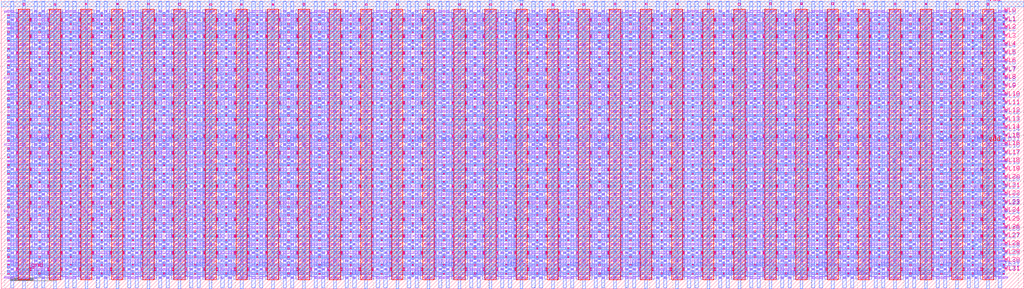
<source format=lef>
VERSION 5.7 ;
  NOWIREEXTENSIONATPIN ON ;
  DIVIDERCHAR "/" ;
  BUSBITCHARS "[]" ;
MACRO IMPACT_Sram
  CLASS BLOCK ;
  FOREIGN IMPACT_Sram ;
  ORIGIN 0.790 43.350 ;
  SIZE 221.940 BY 62.720 ;
  PIN BL0
    ANTENNADIFFAREA 6.184000 ;
    PORT
      LAYER li1 ;
        RECT 1.420 14.860 1.870 15.310 ;
        RECT 1.420 11.250 1.870 11.700 ;
        RECT 1.420 7.640 1.870 8.090 ;
        RECT 1.420 4.030 1.870 4.480 ;
        RECT 1.420 0.420 1.870 0.870 ;
        RECT 1.420 -3.190 1.870 -2.740 ;
        RECT 1.420 -6.800 1.870 -6.350 ;
        RECT 1.420 -10.410 1.870 -9.960 ;
        RECT 1.420 -14.020 1.870 -13.570 ;
        RECT 1.420 -17.630 1.870 -17.180 ;
        RECT 1.420 -21.240 1.870 -20.790 ;
        RECT 1.420 -24.850 1.870 -24.400 ;
        RECT 1.420 -28.460 1.870 -28.010 ;
        RECT 1.420 -32.070 1.870 -31.620 ;
        RECT 1.420 -35.680 1.870 -35.230 ;
        RECT 1.420 -39.290 1.870 -38.840 ;
      LAYER mcon ;
        RECT 1.520 14.960 1.770 15.210 ;
        RECT 1.520 11.350 1.770 11.600 ;
        RECT 1.520 7.740 1.770 7.990 ;
        RECT 1.520 4.130 1.770 4.380 ;
        RECT 1.520 0.520 1.770 0.770 ;
        RECT 1.520 -3.090 1.770 -2.840 ;
        RECT 1.520 -6.700 1.770 -6.450 ;
        RECT 1.520 -10.310 1.770 -10.060 ;
        RECT 1.520 -13.920 1.770 -13.670 ;
        RECT 1.520 -17.530 1.770 -17.280 ;
        RECT 1.520 -21.140 1.770 -20.890 ;
        RECT 1.520 -24.750 1.770 -24.500 ;
        RECT 1.520 -28.360 1.770 -28.110 ;
        RECT 1.520 -31.970 1.770 -31.720 ;
        RECT 1.520 -35.580 1.770 -35.330 ;
        RECT 1.520 -39.190 1.770 -38.940 ;
      LAYER met1 ;
        RECT 1.300 -43.100 1.980 19.120 ;
    END
  END BL0
  PIN BLb0
    ANTENNADIFFAREA 6.569000 ;
    PORT
      LAYER li1 ;
        RECT 6.520 16.660 6.970 17.110 ;
        RECT 6.520 13.050 6.970 13.510 ;
        RECT 6.520 9.440 6.970 9.900 ;
        RECT 6.520 5.830 6.970 6.290 ;
        RECT 6.520 2.220 6.970 2.680 ;
        RECT 6.520 -1.390 6.970 -0.930 ;
        RECT 6.520 -5.000 6.970 -4.540 ;
        RECT 6.520 -8.610 6.970 -8.150 ;
        RECT 6.520 -12.220 6.970 -11.760 ;
        RECT 6.520 -15.830 6.970 -15.370 ;
        RECT 6.520 -19.440 6.970 -18.980 ;
        RECT 6.520 -23.050 6.970 -22.590 ;
        RECT 6.520 -26.660 6.970 -26.200 ;
        RECT 6.520 -30.270 6.970 -29.810 ;
        RECT 6.520 -33.880 6.970 -33.420 ;
        RECT 6.520 -37.490 6.970 -37.030 ;
        RECT 6.520 -41.090 6.970 -40.640 ;
      LAYER mcon ;
        RECT 6.620 16.760 6.880 17.020 ;
        RECT 6.620 13.150 6.880 13.410 ;
        RECT 6.620 9.540 6.880 9.800 ;
        RECT 6.620 5.930 6.880 6.190 ;
        RECT 6.620 2.320 6.880 2.580 ;
        RECT 6.620 -1.290 6.880 -1.030 ;
        RECT 6.620 -4.900 6.880 -4.640 ;
        RECT 6.620 -8.510 6.880 -8.250 ;
        RECT 6.620 -12.120 6.880 -11.860 ;
        RECT 6.620 -15.730 6.880 -15.470 ;
        RECT 6.620 -19.340 6.880 -19.080 ;
        RECT 6.620 -22.950 6.880 -22.690 ;
        RECT 6.620 -26.560 6.880 -26.300 ;
        RECT 6.620 -30.170 6.880 -29.910 ;
        RECT 6.620 -33.780 6.880 -33.520 ;
        RECT 6.620 -37.390 6.880 -37.130 ;
        RECT 6.620 -41.000 6.880 -40.740 ;
      LAYER met1 ;
        RECT 6.400 -43.120 7.080 19.140 ;
    END
  END BLb0
  PIN BL1
    ANTENNADIFFAREA 6.569000 ;
    PORT
      LAYER li1 ;
        RECT 8.160 16.660 8.610 17.110 ;
        RECT 8.160 13.050 8.610 13.510 ;
        RECT 8.160 9.440 8.610 9.900 ;
        RECT 8.160 5.830 8.610 6.290 ;
        RECT 8.160 2.220 8.610 2.680 ;
        RECT 8.160 -1.390 8.610 -0.930 ;
        RECT 8.160 -5.000 8.610 -4.540 ;
        RECT 8.160 -8.610 8.610 -8.150 ;
        RECT 8.160 -12.220 8.610 -11.760 ;
        RECT 8.160 -15.830 8.610 -15.370 ;
        RECT 8.160 -19.440 8.610 -18.980 ;
        RECT 8.160 -23.050 8.610 -22.590 ;
        RECT 8.160 -26.660 8.610 -26.200 ;
        RECT 8.160 -30.270 8.610 -29.810 ;
        RECT 8.160 -33.880 8.610 -33.420 ;
        RECT 8.160 -37.490 8.610 -37.030 ;
        RECT 8.160 -41.090 8.610 -40.640 ;
      LAYER mcon ;
        RECT 8.250 16.760 8.510 17.020 ;
        RECT 8.250 13.150 8.510 13.410 ;
        RECT 8.250 9.540 8.510 9.800 ;
        RECT 8.250 5.930 8.510 6.190 ;
        RECT 8.250 2.320 8.510 2.580 ;
        RECT 8.250 -1.290 8.510 -1.030 ;
        RECT 8.250 -4.900 8.510 -4.640 ;
        RECT 8.250 -8.510 8.510 -8.250 ;
        RECT 8.250 -12.120 8.510 -11.860 ;
        RECT 8.250 -15.730 8.510 -15.470 ;
        RECT 8.250 -19.340 8.510 -19.080 ;
        RECT 8.250 -22.950 8.510 -22.690 ;
        RECT 8.250 -26.560 8.510 -26.300 ;
        RECT 8.250 -30.170 8.510 -29.910 ;
        RECT 8.250 -33.780 8.510 -33.520 ;
        RECT 8.250 -37.390 8.510 -37.130 ;
        RECT 8.250 -41.000 8.510 -40.740 ;
      LAYER met1 ;
        RECT 8.040 -43.110 8.720 19.130 ;
    END
  END BL1
  PIN BLb1
    ANTENNADIFFAREA 6.184000 ;
    PORT
      LAYER li1 ;
        RECT 13.260 14.860 13.710 15.310 ;
        RECT 13.260 11.250 13.710 11.700 ;
        RECT 13.260 7.640 13.710 8.090 ;
        RECT 13.260 4.030 13.710 4.480 ;
        RECT 13.260 0.420 13.710 0.870 ;
        RECT 13.260 -3.190 13.710 -2.740 ;
        RECT 13.260 -6.800 13.710 -6.350 ;
        RECT 13.260 -10.410 13.710 -9.960 ;
        RECT 13.260 -14.020 13.710 -13.570 ;
        RECT 13.260 -17.630 13.710 -17.180 ;
        RECT 13.260 -21.240 13.710 -20.790 ;
        RECT 13.260 -24.850 13.710 -24.400 ;
        RECT 13.260 -28.460 13.710 -28.010 ;
        RECT 13.260 -32.070 13.710 -31.620 ;
        RECT 13.260 -35.680 13.710 -35.230 ;
        RECT 13.260 -39.290 13.710 -38.840 ;
      LAYER mcon ;
        RECT 13.360 14.960 13.610 15.210 ;
        RECT 13.360 11.350 13.610 11.600 ;
        RECT 13.360 7.740 13.610 7.990 ;
        RECT 13.360 4.130 13.610 4.380 ;
        RECT 13.360 0.520 13.610 0.770 ;
        RECT 13.360 -3.090 13.610 -2.840 ;
        RECT 13.360 -6.700 13.610 -6.450 ;
        RECT 13.360 -10.310 13.610 -10.060 ;
        RECT 13.360 -13.920 13.610 -13.670 ;
        RECT 13.360 -17.530 13.610 -17.280 ;
        RECT 13.360 -21.140 13.610 -20.890 ;
        RECT 13.360 -24.750 13.610 -24.500 ;
        RECT 13.360 -28.360 13.610 -28.110 ;
        RECT 13.360 -31.970 13.610 -31.720 ;
        RECT 13.360 -35.580 13.610 -35.330 ;
        RECT 13.360 -39.190 13.610 -38.940 ;
      LAYER met1 ;
        RECT 13.160 -43.110 13.840 19.130 ;
    END
  END BLb1
  PIN BL2
    ANTENNADIFFAREA 6.184000 ;
    PORT
      LAYER li1 ;
        RECT 14.920 14.860 15.370 15.310 ;
        RECT 14.920 11.250 15.370 11.700 ;
        RECT 14.920 7.640 15.370 8.090 ;
        RECT 14.920 4.030 15.370 4.480 ;
        RECT 14.920 0.420 15.370 0.870 ;
        RECT 14.920 -3.190 15.370 -2.740 ;
        RECT 14.920 -6.800 15.370 -6.350 ;
        RECT 14.920 -10.410 15.370 -9.960 ;
        RECT 14.920 -14.020 15.370 -13.570 ;
        RECT 14.920 -17.630 15.370 -17.180 ;
        RECT 14.920 -21.240 15.370 -20.790 ;
        RECT 14.920 -24.850 15.370 -24.400 ;
        RECT 14.920 -28.460 15.370 -28.010 ;
        RECT 14.920 -32.070 15.370 -31.620 ;
        RECT 14.920 -35.680 15.370 -35.230 ;
        RECT 14.920 -39.290 15.370 -38.840 ;
      LAYER mcon ;
        RECT 15.020 14.960 15.270 15.210 ;
        RECT 15.020 11.350 15.270 11.600 ;
        RECT 15.020 7.740 15.270 7.990 ;
        RECT 15.020 4.130 15.270 4.380 ;
        RECT 15.020 0.520 15.270 0.770 ;
        RECT 15.020 -3.090 15.270 -2.840 ;
        RECT 15.020 -6.700 15.270 -6.450 ;
        RECT 15.020 -10.310 15.270 -10.060 ;
        RECT 15.020 -13.920 15.270 -13.670 ;
        RECT 15.020 -17.530 15.270 -17.280 ;
        RECT 15.020 -21.140 15.270 -20.890 ;
        RECT 15.020 -24.750 15.270 -24.500 ;
        RECT 15.020 -28.360 15.270 -28.110 ;
        RECT 15.020 -31.970 15.270 -31.720 ;
        RECT 15.020 -35.580 15.270 -35.330 ;
        RECT 15.020 -39.190 15.270 -38.940 ;
      LAYER met1 ;
        RECT 14.800 -43.110 15.480 19.130 ;
    END
  END BL2
  PIN BLb2
    ANTENNADIFFAREA 6.569000 ;
    PORT
      LAYER li1 ;
        RECT 20.020 16.660 20.470 17.110 ;
        RECT 20.020 13.050 20.470 13.510 ;
        RECT 20.020 9.440 20.470 9.900 ;
        RECT 20.020 5.830 20.470 6.290 ;
        RECT 20.020 2.220 20.470 2.680 ;
        RECT 20.020 -1.390 20.470 -0.930 ;
        RECT 20.020 -5.000 20.470 -4.540 ;
        RECT 20.020 -8.610 20.470 -8.150 ;
        RECT 20.020 -12.220 20.470 -11.760 ;
        RECT 20.020 -15.830 20.470 -15.370 ;
        RECT 20.020 -19.440 20.470 -18.980 ;
        RECT 20.020 -23.050 20.470 -22.590 ;
        RECT 20.020 -26.660 20.470 -26.200 ;
        RECT 20.020 -30.270 20.470 -29.810 ;
        RECT 20.020 -33.880 20.470 -33.420 ;
        RECT 20.020 -37.490 20.470 -37.030 ;
        RECT 20.020 -41.090 20.470 -40.640 ;
      LAYER mcon ;
        RECT 20.120 16.760 20.380 17.020 ;
        RECT 20.120 13.150 20.380 13.410 ;
        RECT 20.120 9.540 20.380 9.800 ;
        RECT 20.120 5.930 20.380 6.190 ;
        RECT 20.120 2.320 20.380 2.580 ;
        RECT 20.120 -1.290 20.380 -1.030 ;
        RECT 20.120 -4.900 20.380 -4.640 ;
        RECT 20.120 -8.510 20.380 -8.250 ;
        RECT 20.120 -12.120 20.380 -11.860 ;
        RECT 20.120 -15.730 20.380 -15.470 ;
        RECT 20.120 -19.340 20.380 -19.080 ;
        RECT 20.120 -22.950 20.380 -22.690 ;
        RECT 20.120 -26.560 20.380 -26.300 ;
        RECT 20.120 -30.170 20.380 -29.910 ;
        RECT 20.120 -33.780 20.380 -33.520 ;
        RECT 20.120 -37.390 20.380 -37.130 ;
        RECT 20.120 -41.000 20.380 -40.740 ;
      LAYER met1 ;
        RECT 19.910 -43.120 20.590 19.140 ;
    END
  END BLb2
  PIN BL3
    ANTENNADIFFAREA 6.569000 ;
    PORT
      LAYER li1 ;
        RECT 21.660 16.660 22.110 17.110 ;
        RECT 21.660 13.050 22.110 13.510 ;
        RECT 21.660 9.440 22.110 9.900 ;
        RECT 21.660 5.830 22.110 6.290 ;
        RECT 21.660 2.220 22.110 2.680 ;
        RECT 21.660 -1.390 22.110 -0.930 ;
        RECT 21.660 -5.000 22.110 -4.540 ;
        RECT 21.660 -8.610 22.110 -8.150 ;
        RECT 21.660 -12.220 22.110 -11.760 ;
        RECT 21.660 -15.830 22.110 -15.370 ;
        RECT 21.660 -19.440 22.110 -18.980 ;
        RECT 21.660 -23.050 22.110 -22.590 ;
        RECT 21.660 -26.660 22.110 -26.200 ;
        RECT 21.660 -30.270 22.110 -29.810 ;
        RECT 21.660 -33.880 22.110 -33.420 ;
        RECT 21.660 -37.490 22.110 -37.030 ;
        RECT 21.660 -41.090 22.110 -40.640 ;
      LAYER mcon ;
        RECT 21.750 16.760 22.010 17.020 ;
        RECT 21.750 13.150 22.010 13.410 ;
        RECT 21.750 9.540 22.010 9.800 ;
        RECT 21.750 5.930 22.010 6.190 ;
        RECT 21.750 2.320 22.010 2.580 ;
        RECT 21.750 -1.290 22.010 -1.030 ;
        RECT 21.750 -4.900 22.010 -4.640 ;
        RECT 21.750 -8.510 22.010 -8.250 ;
        RECT 21.750 -12.120 22.010 -11.860 ;
        RECT 21.750 -15.730 22.010 -15.470 ;
        RECT 21.750 -19.340 22.010 -19.080 ;
        RECT 21.750 -22.950 22.010 -22.690 ;
        RECT 21.750 -26.560 22.010 -26.300 ;
        RECT 21.750 -30.170 22.010 -29.910 ;
        RECT 21.750 -33.780 22.010 -33.520 ;
        RECT 21.750 -37.390 22.010 -37.130 ;
        RECT 21.750 -41.000 22.010 -40.740 ;
      LAYER met1 ;
        RECT 21.550 -43.110 22.230 19.130 ;
    END
  END BL3
  PIN BLb3
    ANTENNADIFFAREA 6.184000 ;
    PORT
      LAYER li1 ;
        RECT 26.760 14.860 27.210 15.310 ;
        RECT 26.760 11.250 27.210 11.700 ;
        RECT 26.760 7.640 27.210 8.090 ;
        RECT 26.760 4.030 27.210 4.480 ;
        RECT 26.760 0.420 27.210 0.870 ;
        RECT 26.760 -3.190 27.210 -2.740 ;
        RECT 26.760 -6.800 27.210 -6.350 ;
        RECT 26.760 -10.410 27.210 -9.960 ;
        RECT 26.760 -14.020 27.210 -13.570 ;
        RECT 26.760 -17.630 27.210 -17.180 ;
        RECT 26.760 -21.240 27.210 -20.790 ;
        RECT 26.760 -24.850 27.210 -24.400 ;
        RECT 26.760 -28.460 27.210 -28.010 ;
        RECT 26.760 -32.070 27.210 -31.620 ;
        RECT 26.760 -35.680 27.210 -35.230 ;
        RECT 26.760 -39.290 27.210 -38.840 ;
      LAYER mcon ;
        RECT 26.860 14.960 27.110 15.210 ;
        RECT 26.860 11.350 27.110 11.600 ;
        RECT 26.860 7.740 27.110 7.990 ;
        RECT 26.860 4.130 27.110 4.380 ;
        RECT 26.860 0.520 27.110 0.770 ;
        RECT 26.860 -3.090 27.110 -2.840 ;
        RECT 26.860 -6.700 27.110 -6.450 ;
        RECT 26.860 -10.310 27.110 -10.060 ;
        RECT 26.860 -13.920 27.110 -13.670 ;
        RECT 26.860 -17.530 27.110 -17.280 ;
        RECT 26.860 -21.140 27.110 -20.890 ;
        RECT 26.860 -24.750 27.110 -24.500 ;
        RECT 26.860 -28.360 27.110 -28.110 ;
        RECT 26.860 -31.970 27.110 -31.720 ;
        RECT 26.860 -35.580 27.110 -35.330 ;
        RECT 26.860 -39.190 27.110 -38.940 ;
      LAYER met1 ;
        RECT 26.650 -43.100 27.330 19.120 ;
    END
  END BLb3
  PIN BL4
    ANTENNADIFFAREA 6.184000 ;
    PORT
      LAYER li1 ;
        RECT 28.420 14.860 28.870 15.310 ;
        RECT 28.420 11.250 28.870 11.700 ;
        RECT 28.420 7.640 28.870 8.090 ;
        RECT 28.420 4.030 28.870 4.480 ;
        RECT 28.420 0.420 28.870 0.870 ;
        RECT 28.420 -3.190 28.870 -2.740 ;
        RECT 28.420 -6.800 28.870 -6.350 ;
        RECT 28.420 -10.410 28.870 -9.960 ;
        RECT 28.420 -14.020 28.870 -13.570 ;
        RECT 28.420 -17.630 28.870 -17.180 ;
        RECT 28.420 -21.240 28.870 -20.790 ;
        RECT 28.420 -24.850 28.870 -24.400 ;
        RECT 28.420 -28.460 28.870 -28.010 ;
        RECT 28.420 -32.070 28.870 -31.620 ;
        RECT 28.420 -35.680 28.870 -35.230 ;
        RECT 28.420 -39.290 28.870 -38.840 ;
      LAYER mcon ;
        RECT 28.520 14.960 28.770 15.210 ;
        RECT 28.520 11.350 28.770 11.600 ;
        RECT 28.520 7.740 28.770 7.990 ;
        RECT 28.520 4.130 28.770 4.380 ;
        RECT 28.520 0.520 28.770 0.770 ;
        RECT 28.520 -3.090 28.770 -2.840 ;
        RECT 28.520 -6.700 28.770 -6.450 ;
        RECT 28.520 -10.310 28.770 -10.060 ;
        RECT 28.520 -13.920 28.770 -13.670 ;
        RECT 28.520 -17.530 28.770 -17.280 ;
        RECT 28.520 -21.140 28.770 -20.890 ;
        RECT 28.520 -24.750 28.770 -24.500 ;
        RECT 28.520 -28.360 28.770 -28.110 ;
        RECT 28.520 -31.970 28.770 -31.720 ;
        RECT 28.520 -35.580 28.770 -35.330 ;
        RECT 28.520 -39.190 28.770 -38.940 ;
      LAYER met1 ;
        RECT 28.300 -43.100 28.980 19.120 ;
    END
  END BL4
  PIN BLb4
    ANTENNADIFFAREA 6.569000 ;
    PORT
      LAYER li1 ;
        RECT 33.520 16.660 33.970 17.110 ;
        RECT 33.520 13.050 33.970 13.510 ;
        RECT 33.520 9.440 33.970 9.900 ;
        RECT 33.520 5.830 33.970 6.290 ;
        RECT 33.520 2.220 33.970 2.680 ;
        RECT 33.520 -1.390 33.970 -0.930 ;
        RECT 33.520 -5.000 33.970 -4.540 ;
        RECT 33.520 -8.610 33.970 -8.150 ;
        RECT 33.520 -12.220 33.970 -11.760 ;
        RECT 33.520 -15.830 33.970 -15.370 ;
        RECT 33.520 -19.440 33.970 -18.980 ;
        RECT 33.520 -23.050 33.970 -22.590 ;
        RECT 33.520 -26.660 33.970 -26.200 ;
        RECT 33.520 -30.270 33.970 -29.810 ;
        RECT 33.520 -33.880 33.970 -33.420 ;
        RECT 33.520 -37.490 33.970 -37.030 ;
        RECT 33.520 -41.090 33.970 -40.640 ;
      LAYER mcon ;
        RECT 33.620 16.760 33.880 17.020 ;
        RECT 33.620 13.150 33.880 13.410 ;
        RECT 33.620 9.540 33.880 9.800 ;
        RECT 33.620 5.930 33.880 6.190 ;
        RECT 33.620 2.320 33.880 2.580 ;
        RECT 33.620 -1.290 33.880 -1.030 ;
        RECT 33.620 -4.900 33.880 -4.640 ;
        RECT 33.620 -8.510 33.880 -8.250 ;
        RECT 33.620 -12.120 33.880 -11.860 ;
        RECT 33.620 -15.730 33.880 -15.470 ;
        RECT 33.620 -19.340 33.880 -19.080 ;
        RECT 33.620 -22.950 33.880 -22.690 ;
        RECT 33.620 -26.560 33.880 -26.300 ;
        RECT 33.620 -30.170 33.880 -29.910 ;
        RECT 33.620 -33.780 33.880 -33.520 ;
        RECT 33.620 -37.390 33.880 -37.130 ;
        RECT 33.620 -41.000 33.880 -40.740 ;
      LAYER met1 ;
        RECT 33.400 -43.110 34.080 19.130 ;
    END
  END BLb4
  PIN BL5
    ANTENNADIFFAREA 6.569000 ;
    PORT
      LAYER li1 ;
        RECT 35.160 16.660 35.610 17.110 ;
        RECT 35.160 13.050 35.610 13.510 ;
        RECT 35.160 9.440 35.610 9.900 ;
        RECT 35.160 5.830 35.610 6.290 ;
        RECT 35.160 2.220 35.610 2.680 ;
        RECT 35.160 -1.390 35.610 -0.930 ;
        RECT 35.160 -5.000 35.610 -4.540 ;
        RECT 35.160 -8.610 35.610 -8.150 ;
        RECT 35.160 -12.220 35.610 -11.760 ;
        RECT 35.160 -15.830 35.610 -15.370 ;
        RECT 35.160 -19.440 35.610 -18.980 ;
        RECT 35.160 -23.050 35.610 -22.590 ;
        RECT 35.160 -26.660 35.610 -26.200 ;
        RECT 35.160 -30.270 35.610 -29.810 ;
        RECT 35.160 -33.880 35.610 -33.420 ;
        RECT 35.160 -37.490 35.610 -37.030 ;
        RECT 35.160 -41.090 35.610 -40.640 ;
      LAYER mcon ;
        RECT 35.250 16.760 35.510 17.020 ;
        RECT 35.250 13.150 35.510 13.410 ;
        RECT 35.250 9.540 35.510 9.800 ;
        RECT 35.250 5.930 35.510 6.190 ;
        RECT 35.250 2.320 35.510 2.580 ;
        RECT 35.250 -1.290 35.510 -1.030 ;
        RECT 35.250 -4.900 35.510 -4.640 ;
        RECT 35.250 -8.510 35.510 -8.250 ;
        RECT 35.250 -12.120 35.510 -11.860 ;
        RECT 35.250 -15.730 35.510 -15.470 ;
        RECT 35.250 -19.340 35.510 -19.080 ;
        RECT 35.250 -22.950 35.510 -22.690 ;
        RECT 35.250 -26.560 35.510 -26.300 ;
        RECT 35.250 -30.170 35.510 -29.910 ;
        RECT 35.250 -33.780 35.510 -33.520 ;
        RECT 35.250 -37.390 35.510 -37.130 ;
        RECT 35.250 -41.000 35.510 -40.740 ;
      LAYER met1 ;
        RECT 35.040 -43.120 35.720 19.140 ;
    END
  END BL5
  PIN BLb5
    ANTENNADIFFAREA 6.184000 ;
    PORT
      LAYER li1 ;
        RECT 40.260 14.860 40.710 15.310 ;
        RECT 40.260 11.250 40.710 11.700 ;
        RECT 40.260 7.640 40.710 8.090 ;
        RECT 40.260 4.030 40.710 4.480 ;
        RECT 40.260 0.420 40.710 0.870 ;
        RECT 40.260 -3.190 40.710 -2.740 ;
        RECT 40.260 -6.800 40.710 -6.350 ;
        RECT 40.260 -10.410 40.710 -9.960 ;
        RECT 40.260 -14.020 40.710 -13.570 ;
        RECT 40.260 -17.630 40.710 -17.180 ;
        RECT 40.260 -21.240 40.710 -20.790 ;
        RECT 40.260 -24.850 40.710 -24.400 ;
        RECT 40.260 -28.460 40.710 -28.010 ;
        RECT 40.260 -32.070 40.710 -31.620 ;
        RECT 40.260 -35.680 40.710 -35.230 ;
        RECT 40.260 -39.290 40.710 -38.840 ;
      LAYER mcon ;
        RECT 40.360 14.960 40.610 15.210 ;
        RECT 40.360 11.350 40.610 11.600 ;
        RECT 40.360 7.740 40.610 7.990 ;
        RECT 40.360 4.130 40.610 4.380 ;
        RECT 40.360 0.520 40.610 0.770 ;
        RECT 40.360 -3.090 40.610 -2.840 ;
        RECT 40.360 -6.700 40.610 -6.450 ;
        RECT 40.360 -10.310 40.610 -10.060 ;
        RECT 40.360 -13.920 40.610 -13.670 ;
        RECT 40.360 -17.530 40.610 -17.280 ;
        RECT 40.360 -21.140 40.610 -20.890 ;
        RECT 40.360 -24.750 40.610 -24.500 ;
        RECT 40.360 -28.360 40.610 -28.110 ;
        RECT 40.360 -31.970 40.610 -31.720 ;
        RECT 40.360 -35.580 40.610 -35.330 ;
        RECT 40.360 -39.190 40.610 -38.940 ;
      LAYER met1 ;
        RECT 40.150 -43.110 40.830 19.130 ;
    END
  END BLb5
  PIN BL6
    ANTENNADIFFAREA 6.184000 ;
    PORT
      LAYER li1 ;
        RECT 41.920 14.860 42.370 15.310 ;
        RECT 41.920 11.250 42.370 11.700 ;
        RECT 41.920 7.640 42.370 8.090 ;
        RECT 41.920 4.030 42.370 4.480 ;
        RECT 41.920 0.420 42.370 0.870 ;
        RECT 41.920 -3.190 42.370 -2.740 ;
        RECT 41.920 -6.800 42.370 -6.350 ;
        RECT 41.920 -10.410 42.370 -9.960 ;
        RECT 41.920 -14.020 42.370 -13.570 ;
        RECT 41.920 -17.630 42.370 -17.180 ;
        RECT 41.920 -21.240 42.370 -20.790 ;
        RECT 41.920 -24.850 42.370 -24.400 ;
        RECT 41.920 -28.460 42.370 -28.010 ;
        RECT 41.920 -32.070 42.370 -31.620 ;
        RECT 41.920 -35.680 42.370 -35.230 ;
        RECT 41.920 -39.290 42.370 -38.840 ;
      LAYER mcon ;
        RECT 42.020 14.960 42.270 15.210 ;
        RECT 42.020 11.350 42.270 11.600 ;
        RECT 42.020 7.740 42.270 7.990 ;
        RECT 42.020 4.130 42.270 4.380 ;
        RECT 42.020 0.520 42.270 0.770 ;
        RECT 42.020 -3.090 42.270 -2.840 ;
        RECT 42.020 -6.700 42.270 -6.450 ;
        RECT 42.020 -10.310 42.270 -10.060 ;
        RECT 42.020 -13.920 42.270 -13.670 ;
        RECT 42.020 -17.530 42.270 -17.280 ;
        RECT 42.020 -21.140 42.270 -20.890 ;
        RECT 42.020 -24.750 42.270 -24.500 ;
        RECT 42.020 -28.360 42.270 -28.110 ;
        RECT 42.020 -31.970 42.270 -31.720 ;
        RECT 42.020 -35.580 42.270 -35.330 ;
        RECT 42.020 -39.190 42.270 -38.940 ;
      LAYER met1 ;
        RECT 41.790 -43.110 42.470 19.130 ;
    END
  END BL6
  PIN BLb6
    ANTENNADIFFAREA 6.569000 ;
    PORT
      LAYER li1 ;
        RECT 47.020 16.660 47.470 17.110 ;
        RECT 47.020 13.050 47.470 13.510 ;
        RECT 47.020 9.440 47.470 9.900 ;
        RECT 47.020 5.830 47.470 6.290 ;
        RECT 47.020 2.220 47.470 2.680 ;
        RECT 47.020 -1.390 47.470 -0.930 ;
        RECT 47.020 -5.000 47.470 -4.540 ;
        RECT 47.020 -8.610 47.470 -8.150 ;
        RECT 47.020 -12.220 47.470 -11.760 ;
        RECT 47.020 -15.830 47.470 -15.370 ;
        RECT 47.020 -19.440 47.470 -18.980 ;
        RECT 47.020 -23.050 47.470 -22.590 ;
        RECT 47.020 -26.660 47.470 -26.200 ;
        RECT 47.020 -30.270 47.470 -29.810 ;
        RECT 47.020 -33.880 47.470 -33.420 ;
        RECT 47.020 -37.490 47.470 -37.030 ;
        RECT 47.020 -41.090 47.470 -40.640 ;
      LAYER mcon ;
        RECT 47.120 16.760 47.380 17.020 ;
        RECT 47.120 13.150 47.380 13.410 ;
        RECT 47.120 9.540 47.380 9.800 ;
        RECT 47.120 5.930 47.380 6.190 ;
        RECT 47.120 2.320 47.380 2.580 ;
        RECT 47.120 -1.290 47.380 -1.030 ;
        RECT 47.120 -4.900 47.380 -4.640 ;
        RECT 47.120 -8.510 47.380 -8.250 ;
        RECT 47.120 -12.120 47.380 -11.860 ;
        RECT 47.120 -15.730 47.380 -15.470 ;
        RECT 47.120 -19.340 47.380 -19.080 ;
        RECT 47.120 -22.950 47.380 -22.690 ;
        RECT 47.120 -26.560 47.380 -26.300 ;
        RECT 47.120 -30.170 47.380 -29.910 ;
        RECT 47.120 -33.780 47.380 -33.520 ;
        RECT 47.120 -37.390 47.380 -37.130 ;
        RECT 47.120 -41.000 47.380 -40.740 ;
      LAYER met1 ;
        RECT 46.910 -43.110 47.590 19.130 ;
    END
  END BLb6
  PIN BL7
    ANTENNADIFFAREA 6.569000 ;
    PORT
      LAYER li1 ;
        RECT 48.660 16.660 49.110 17.110 ;
        RECT 48.660 13.050 49.110 13.510 ;
        RECT 48.660 9.440 49.110 9.900 ;
        RECT 48.660 5.830 49.110 6.290 ;
        RECT 48.660 2.220 49.110 2.680 ;
        RECT 48.660 -1.390 49.110 -0.930 ;
        RECT 48.660 -5.000 49.110 -4.540 ;
        RECT 48.660 -8.610 49.110 -8.150 ;
        RECT 48.660 -12.220 49.110 -11.760 ;
        RECT 48.660 -15.830 49.110 -15.370 ;
        RECT 48.660 -19.440 49.110 -18.980 ;
        RECT 48.660 -23.050 49.110 -22.590 ;
        RECT 48.660 -26.660 49.110 -26.200 ;
        RECT 48.660 -30.270 49.110 -29.810 ;
        RECT 48.660 -33.880 49.110 -33.420 ;
        RECT 48.660 -37.490 49.110 -37.030 ;
        RECT 48.660 -41.090 49.110 -40.640 ;
      LAYER mcon ;
        RECT 48.750 16.760 49.010 17.020 ;
        RECT 48.750 13.150 49.010 13.410 ;
        RECT 48.750 9.540 49.010 9.800 ;
        RECT 48.750 5.930 49.010 6.190 ;
        RECT 48.750 2.320 49.010 2.580 ;
        RECT 48.750 -1.290 49.010 -1.030 ;
        RECT 48.750 -4.900 49.010 -4.640 ;
        RECT 48.750 -8.510 49.010 -8.250 ;
        RECT 48.750 -12.120 49.010 -11.860 ;
        RECT 48.750 -15.730 49.010 -15.470 ;
        RECT 48.750 -19.340 49.010 -19.080 ;
        RECT 48.750 -22.950 49.010 -22.690 ;
        RECT 48.750 -26.560 49.010 -26.300 ;
        RECT 48.750 -30.170 49.010 -29.910 ;
        RECT 48.750 -33.780 49.010 -33.520 ;
        RECT 48.750 -37.390 49.010 -37.130 ;
        RECT 48.750 -41.000 49.010 -40.740 ;
      LAYER met1 ;
        RECT 48.550 -43.120 49.230 19.140 ;
    END
  END BL7
  PIN BLb7
    ANTENNADIFFAREA 6.184000 ;
    PORT
      LAYER li1 ;
        RECT 53.760 14.860 54.210 15.310 ;
        RECT 53.760 11.250 54.210 11.700 ;
        RECT 53.760 7.640 54.210 8.090 ;
        RECT 53.760 4.030 54.210 4.480 ;
        RECT 53.760 0.420 54.210 0.870 ;
        RECT 53.760 -3.190 54.210 -2.740 ;
        RECT 53.760 -6.800 54.210 -6.350 ;
        RECT 53.760 -10.410 54.210 -9.960 ;
        RECT 53.760 -14.020 54.210 -13.570 ;
        RECT 53.760 -17.630 54.210 -17.180 ;
        RECT 53.760 -21.240 54.210 -20.790 ;
        RECT 53.760 -24.850 54.210 -24.400 ;
        RECT 53.760 -28.460 54.210 -28.010 ;
        RECT 53.760 -32.070 54.210 -31.620 ;
        RECT 53.760 -35.680 54.210 -35.230 ;
        RECT 53.760 -39.290 54.210 -38.840 ;
      LAYER mcon ;
        RECT 53.860 14.960 54.110 15.210 ;
        RECT 53.860 11.350 54.110 11.600 ;
        RECT 53.860 7.740 54.110 7.990 ;
        RECT 53.860 4.130 54.110 4.380 ;
        RECT 53.860 0.520 54.110 0.770 ;
        RECT 53.860 -3.090 54.110 -2.840 ;
        RECT 53.860 -6.700 54.110 -6.450 ;
        RECT 53.860 -10.310 54.110 -10.060 ;
        RECT 53.860 -13.920 54.110 -13.670 ;
        RECT 53.860 -17.530 54.110 -17.280 ;
        RECT 53.860 -21.140 54.110 -20.890 ;
        RECT 53.860 -24.750 54.110 -24.500 ;
        RECT 53.860 -28.360 54.110 -28.110 ;
        RECT 53.860 -31.970 54.110 -31.720 ;
        RECT 53.860 -35.580 54.110 -35.330 ;
        RECT 53.860 -39.190 54.110 -38.940 ;
      LAYER met1 ;
        RECT 53.650 -43.100 54.330 19.120 ;
    END
  END BLb7
  PIN BL8
    ANTENNADIFFAREA 6.184000 ;
    PORT
      LAYER li1 ;
        RECT 55.420 14.860 55.870 15.310 ;
        RECT 55.420 11.250 55.870 11.700 ;
        RECT 55.420 7.640 55.870 8.090 ;
        RECT 55.420 4.030 55.870 4.480 ;
        RECT 55.420 0.420 55.870 0.870 ;
        RECT 55.420 -3.190 55.870 -2.740 ;
        RECT 55.420 -6.800 55.870 -6.350 ;
        RECT 55.420 -10.410 55.870 -9.960 ;
        RECT 55.420 -14.020 55.870 -13.570 ;
        RECT 55.420 -17.630 55.870 -17.180 ;
        RECT 55.420 -21.240 55.870 -20.790 ;
        RECT 55.420 -24.850 55.870 -24.400 ;
        RECT 55.420 -28.460 55.870 -28.010 ;
        RECT 55.420 -32.070 55.870 -31.620 ;
        RECT 55.420 -35.680 55.870 -35.230 ;
        RECT 55.420 -39.290 55.870 -38.840 ;
      LAYER mcon ;
        RECT 55.520 14.960 55.770 15.210 ;
        RECT 55.520 11.350 55.770 11.600 ;
        RECT 55.520 7.740 55.770 7.990 ;
        RECT 55.520 4.130 55.770 4.380 ;
        RECT 55.520 0.520 55.770 0.770 ;
        RECT 55.520 -3.090 55.770 -2.840 ;
        RECT 55.520 -6.700 55.770 -6.450 ;
        RECT 55.520 -10.310 55.770 -10.060 ;
        RECT 55.520 -13.920 55.770 -13.670 ;
        RECT 55.520 -17.530 55.770 -17.280 ;
        RECT 55.520 -21.140 55.770 -20.890 ;
        RECT 55.520 -24.750 55.770 -24.500 ;
        RECT 55.520 -28.360 55.770 -28.110 ;
        RECT 55.520 -31.970 55.770 -31.720 ;
        RECT 55.520 -35.580 55.770 -35.330 ;
        RECT 55.520 -39.190 55.770 -38.940 ;
      LAYER met1 ;
        RECT 55.300 -43.100 55.980 19.120 ;
    END
  END BL8
  PIN BLb8
    ANTENNADIFFAREA 6.569000 ;
    PORT
      LAYER li1 ;
        RECT 60.520 16.660 60.970 17.110 ;
        RECT 60.520 13.050 60.970 13.510 ;
        RECT 60.520 9.440 60.970 9.900 ;
        RECT 60.520 5.830 60.970 6.290 ;
        RECT 60.520 2.220 60.970 2.680 ;
        RECT 60.520 -1.390 60.970 -0.930 ;
        RECT 60.520 -5.000 60.970 -4.540 ;
        RECT 60.520 -8.610 60.970 -8.150 ;
        RECT 60.520 -12.220 60.970 -11.760 ;
        RECT 60.520 -15.830 60.970 -15.370 ;
        RECT 60.520 -19.440 60.970 -18.980 ;
        RECT 60.520 -23.050 60.970 -22.590 ;
        RECT 60.520 -26.660 60.970 -26.200 ;
        RECT 60.520 -30.270 60.970 -29.810 ;
        RECT 60.520 -33.880 60.970 -33.420 ;
        RECT 60.520 -37.490 60.970 -37.030 ;
        RECT 60.520 -41.090 60.970 -40.640 ;
      LAYER mcon ;
        RECT 60.620 16.760 60.880 17.020 ;
        RECT 60.620 13.150 60.880 13.410 ;
        RECT 60.620 9.540 60.880 9.800 ;
        RECT 60.620 5.930 60.880 6.190 ;
        RECT 60.620 2.320 60.880 2.580 ;
        RECT 60.620 -1.290 60.880 -1.030 ;
        RECT 60.620 -4.900 60.880 -4.640 ;
        RECT 60.620 -8.510 60.880 -8.250 ;
        RECT 60.620 -12.120 60.880 -11.860 ;
        RECT 60.620 -15.730 60.880 -15.470 ;
        RECT 60.620 -19.340 60.880 -19.080 ;
        RECT 60.620 -22.950 60.880 -22.690 ;
        RECT 60.620 -26.560 60.880 -26.300 ;
        RECT 60.620 -30.170 60.880 -29.910 ;
        RECT 60.620 -33.780 60.880 -33.520 ;
        RECT 60.620 -37.390 60.880 -37.130 ;
        RECT 60.620 -41.000 60.880 -40.740 ;
      LAYER met1 ;
        RECT 60.400 -43.120 61.080 19.140 ;
    END
  END BLb8
  PIN BL9
    ANTENNADIFFAREA 6.569000 ;
    PORT
      LAYER li1 ;
        RECT 62.160 16.660 62.610 17.110 ;
        RECT 62.160 13.050 62.610 13.510 ;
        RECT 62.160 9.440 62.610 9.900 ;
        RECT 62.160 5.830 62.610 6.290 ;
        RECT 62.160 2.220 62.610 2.680 ;
        RECT 62.160 -1.390 62.610 -0.930 ;
        RECT 62.160 -5.000 62.610 -4.540 ;
        RECT 62.160 -8.610 62.610 -8.150 ;
        RECT 62.160 -12.220 62.610 -11.760 ;
        RECT 62.160 -15.830 62.610 -15.370 ;
        RECT 62.160 -19.440 62.610 -18.980 ;
        RECT 62.160 -23.050 62.610 -22.590 ;
        RECT 62.160 -26.660 62.610 -26.200 ;
        RECT 62.160 -30.270 62.610 -29.810 ;
        RECT 62.160 -33.880 62.610 -33.420 ;
        RECT 62.160 -37.490 62.610 -37.030 ;
        RECT 62.160 -41.090 62.610 -40.640 ;
      LAYER mcon ;
        RECT 62.250 16.760 62.510 17.020 ;
        RECT 62.250 13.150 62.510 13.410 ;
        RECT 62.250 9.540 62.510 9.800 ;
        RECT 62.250 5.930 62.510 6.190 ;
        RECT 62.250 2.320 62.510 2.580 ;
        RECT 62.250 -1.290 62.510 -1.030 ;
        RECT 62.250 -4.900 62.510 -4.640 ;
        RECT 62.250 -8.510 62.510 -8.250 ;
        RECT 62.250 -12.120 62.510 -11.860 ;
        RECT 62.250 -15.730 62.510 -15.470 ;
        RECT 62.250 -19.340 62.510 -19.080 ;
        RECT 62.250 -22.950 62.510 -22.690 ;
        RECT 62.250 -26.560 62.510 -26.300 ;
        RECT 62.250 -30.170 62.510 -29.910 ;
        RECT 62.250 -33.780 62.510 -33.520 ;
        RECT 62.250 -37.390 62.510 -37.130 ;
        RECT 62.250 -41.000 62.510 -40.740 ;
      LAYER met1 ;
        RECT 62.040 -43.110 62.720 19.130 ;
    END
  END BL9
  PIN BLb9
    ANTENNADIFFAREA 6.184000 ;
    PORT
      LAYER li1 ;
        RECT 67.260 14.860 67.710 15.310 ;
        RECT 67.260 11.250 67.710 11.700 ;
        RECT 67.260 7.640 67.710 8.090 ;
        RECT 67.260 4.030 67.710 4.480 ;
        RECT 67.260 0.420 67.710 0.870 ;
        RECT 67.260 -3.190 67.710 -2.740 ;
        RECT 67.260 -6.800 67.710 -6.350 ;
        RECT 67.260 -10.410 67.710 -9.960 ;
        RECT 67.260 -14.020 67.710 -13.570 ;
        RECT 67.260 -17.630 67.710 -17.180 ;
        RECT 67.260 -21.240 67.710 -20.790 ;
        RECT 67.260 -24.850 67.710 -24.400 ;
        RECT 67.260 -28.460 67.710 -28.010 ;
        RECT 67.260 -32.070 67.710 -31.620 ;
        RECT 67.260 -35.680 67.710 -35.230 ;
        RECT 67.260 -39.290 67.710 -38.840 ;
      LAYER mcon ;
        RECT 67.360 14.960 67.610 15.210 ;
        RECT 67.360 11.350 67.610 11.600 ;
        RECT 67.360 7.740 67.610 7.990 ;
        RECT 67.360 4.130 67.610 4.380 ;
        RECT 67.360 0.520 67.610 0.770 ;
        RECT 67.360 -3.090 67.610 -2.840 ;
        RECT 67.360 -6.700 67.610 -6.450 ;
        RECT 67.360 -10.310 67.610 -10.060 ;
        RECT 67.360 -13.920 67.610 -13.670 ;
        RECT 67.360 -17.530 67.610 -17.280 ;
        RECT 67.360 -21.140 67.610 -20.890 ;
        RECT 67.360 -24.750 67.610 -24.500 ;
        RECT 67.360 -28.360 67.610 -28.110 ;
        RECT 67.360 -31.970 67.610 -31.720 ;
        RECT 67.360 -35.580 67.610 -35.330 ;
        RECT 67.360 -39.190 67.610 -38.940 ;
      LAYER met1 ;
        RECT 67.330 19.130 67.680 19.140 ;
        RECT 67.160 -43.110 67.840 19.130 ;
    END
  END BLb9
  PIN BL10
    ANTENNADIFFAREA 6.184000 ;
    PORT
      LAYER li1 ;
        RECT 68.920 14.860 69.370 15.310 ;
        RECT 68.920 11.250 69.370 11.700 ;
        RECT 68.920 7.640 69.370 8.090 ;
        RECT 68.920 4.030 69.370 4.480 ;
        RECT 68.920 0.420 69.370 0.870 ;
        RECT 68.920 -3.190 69.370 -2.740 ;
        RECT 68.920 -6.800 69.370 -6.350 ;
        RECT 68.920 -10.410 69.370 -9.960 ;
        RECT 68.920 -14.020 69.370 -13.570 ;
        RECT 68.920 -17.630 69.370 -17.180 ;
        RECT 68.920 -21.240 69.370 -20.790 ;
        RECT 68.920 -24.850 69.370 -24.400 ;
        RECT 68.920 -28.460 69.370 -28.010 ;
        RECT 68.920 -32.070 69.370 -31.620 ;
        RECT 68.920 -35.680 69.370 -35.230 ;
        RECT 68.920 -39.290 69.370 -38.840 ;
      LAYER mcon ;
        RECT 69.020 14.960 69.270 15.210 ;
        RECT 69.020 11.350 69.270 11.600 ;
        RECT 69.020 7.740 69.270 7.990 ;
        RECT 69.020 4.130 69.270 4.380 ;
        RECT 69.020 0.520 69.270 0.770 ;
        RECT 69.020 -3.090 69.270 -2.840 ;
        RECT 69.020 -6.700 69.270 -6.450 ;
        RECT 69.020 -10.310 69.270 -10.060 ;
        RECT 69.020 -13.920 69.270 -13.670 ;
        RECT 69.020 -17.530 69.270 -17.280 ;
        RECT 69.020 -21.140 69.270 -20.890 ;
        RECT 69.020 -24.750 69.270 -24.500 ;
        RECT 69.020 -28.360 69.270 -28.110 ;
        RECT 69.020 -31.970 69.270 -31.720 ;
        RECT 69.020 -35.580 69.270 -35.330 ;
        RECT 69.020 -39.190 69.270 -38.940 ;
      LAYER met1 ;
        RECT 68.800 -43.110 69.480 19.130 ;
    END
  END BL10
  PIN BLb10
    ANTENNADIFFAREA 6.569000 ;
    PORT
      LAYER li1 ;
        RECT 74.020 16.660 74.470 17.110 ;
        RECT 74.020 13.050 74.470 13.510 ;
        RECT 74.020 9.440 74.470 9.900 ;
        RECT 74.020 5.830 74.470 6.290 ;
        RECT 74.020 2.220 74.470 2.680 ;
        RECT 74.020 -1.390 74.470 -0.930 ;
        RECT 74.020 -5.000 74.470 -4.540 ;
        RECT 74.020 -8.610 74.470 -8.150 ;
        RECT 74.020 -12.220 74.470 -11.760 ;
        RECT 74.020 -15.830 74.470 -15.370 ;
        RECT 74.020 -19.440 74.470 -18.980 ;
        RECT 74.020 -23.050 74.470 -22.590 ;
        RECT 74.020 -26.660 74.470 -26.200 ;
        RECT 74.020 -30.270 74.470 -29.810 ;
        RECT 74.020 -33.880 74.470 -33.420 ;
        RECT 74.020 -37.490 74.470 -37.030 ;
        RECT 74.020 -41.090 74.470 -40.640 ;
      LAYER mcon ;
        RECT 74.120 16.760 74.380 17.020 ;
        RECT 74.120 13.150 74.380 13.410 ;
        RECT 74.120 9.540 74.380 9.800 ;
        RECT 74.120 5.930 74.380 6.190 ;
        RECT 74.120 2.320 74.380 2.580 ;
        RECT 74.120 -1.290 74.380 -1.030 ;
        RECT 74.120 -4.900 74.380 -4.640 ;
        RECT 74.120 -8.510 74.380 -8.250 ;
        RECT 74.120 -12.120 74.380 -11.860 ;
        RECT 74.120 -15.730 74.380 -15.470 ;
        RECT 74.120 -19.340 74.380 -19.080 ;
        RECT 74.120 -22.950 74.380 -22.690 ;
        RECT 74.120 -26.560 74.380 -26.300 ;
        RECT 74.120 -30.170 74.380 -29.910 ;
        RECT 74.120 -33.780 74.380 -33.520 ;
        RECT 74.120 -37.390 74.380 -37.130 ;
        RECT 74.120 -41.000 74.380 -40.740 ;
      LAYER met1 ;
        RECT 73.910 -43.120 74.590 19.140 ;
    END
  END BLb10
  PIN BL11
    ANTENNADIFFAREA 6.569000 ;
    PORT
      LAYER li1 ;
        RECT 75.660 16.660 76.110 17.110 ;
        RECT 75.660 13.050 76.110 13.510 ;
        RECT 75.660 9.440 76.110 9.900 ;
        RECT 75.660 5.830 76.110 6.290 ;
        RECT 75.660 2.220 76.110 2.680 ;
        RECT 75.660 -1.390 76.110 -0.930 ;
        RECT 75.660 -5.000 76.110 -4.540 ;
        RECT 75.660 -8.610 76.110 -8.150 ;
        RECT 75.660 -12.220 76.110 -11.760 ;
        RECT 75.660 -15.830 76.110 -15.370 ;
        RECT 75.660 -19.440 76.110 -18.980 ;
        RECT 75.660 -23.050 76.110 -22.590 ;
        RECT 75.660 -26.660 76.110 -26.200 ;
        RECT 75.660 -30.270 76.110 -29.810 ;
        RECT 75.660 -33.880 76.110 -33.420 ;
        RECT 75.660 -37.490 76.110 -37.030 ;
        RECT 75.660 -41.090 76.110 -40.640 ;
      LAYER mcon ;
        RECT 75.750 16.760 76.010 17.020 ;
        RECT 75.750 13.150 76.010 13.410 ;
        RECT 75.750 9.540 76.010 9.800 ;
        RECT 75.750 5.930 76.010 6.190 ;
        RECT 75.750 2.320 76.010 2.580 ;
        RECT 75.750 -1.290 76.010 -1.030 ;
        RECT 75.750 -4.900 76.010 -4.640 ;
        RECT 75.750 -8.510 76.010 -8.250 ;
        RECT 75.750 -12.120 76.010 -11.860 ;
        RECT 75.750 -15.730 76.010 -15.470 ;
        RECT 75.750 -19.340 76.010 -19.080 ;
        RECT 75.750 -22.950 76.010 -22.690 ;
        RECT 75.750 -26.560 76.010 -26.300 ;
        RECT 75.750 -30.170 76.010 -29.910 ;
        RECT 75.750 -33.780 76.010 -33.520 ;
        RECT 75.750 -37.390 76.010 -37.130 ;
        RECT 75.750 -41.000 76.010 -40.740 ;
      LAYER met1 ;
        RECT 75.550 -43.110 76.230 19.130 ;
    END
  END BL11
  PIN BLb11
    ANTENNADIFFAREA 6.184000 ;
    PORT
      LAYER li1 ;
        RECT 80.760 14.860 81.210 15.310 ;
        RECT 80.760 11.250 81.210 11.700 ;
        RECT 80.760 7.640 81.210 8.090 ;
        RECT 80.760 4.030 81.210 4.480 ;
        RECT 80.760 0.420 81.210 0.870 ;
        RECT 80.760 -3.190 81.210 -2.740 ;
        RECT 80.760 -6.800 81.210 -6.350 ;
        RECT 80.760 -10.410 81.210 -9.960 ;
        RECT 80.760 -14.020 81.210 -13.570 ;
        RECT 80.760 -17.630 81.210 -17.180 ;
        RECT 80.760 -21.240 81.210 -20.790 ;
        RECT 80.760 -24.850 81.210 -24.400 ;
        RECT 80.760 -28.460 81.210 -28.010 ;
        RECT 80.760 -32.070 81.210 -31.620 ;
        RECT 80.760 -35.680 81.210 -35.230 ;
        RECT 80.760 -39.290 81.210 -38.840 ;
      LAYER mcon ;
        RECT 80.860 14.960 81.110 15.210 ;
        RECT 80.860 11.350 81.110 11.600 ;
        RECT 80.860 7.740 81.110 7.990 ;
        RECT 80.860 4.130 81.110 4.380 ;
        RECT 80.860 0.520 81.110 0.770 ;
        RECT 80.860 -3.090 81.110 -2.840 ;
        RECT 80.860 -6.700 81.110 -6.450 ;
        RECT 80.860 -10.310 81.110 -10.060 ;
        RECT 80.860 -13.920 81.110 -13.670 ;
        RECT 80.860 -17.530 81.110 -17.280 ;
        RECT 80.860 -21.140 81.110 -20.890 ;
        RECT 80.860 -24.750 81.110 -24.500 ;
        RECT 80.860 -28.360 81.110 -28.110 ;
        RECT 80.860 -31.970 81.110 -31.720 ;
        RECT 80.860 -35.580 81.110 -35.330 ;
        RECT 80.860 -39.190 81.110 -38.940 ;
      LAYER met1 ;
        RECT 80.830 19.120 81.180 19.130 ;
        RECT 80.650 -43.100 81.330 19.120 ;
    END
  END BLb11
  PIN BL12
    ANTENNADIFFAREA 6.184000 ;
    PORT
      LAYER li1 ;
        RECT 82.420 14.860 82.870 15.310 ;
        RECT 82.420 11.250 82.870 11.700 ;
        RECT 82.420 7.640 82.870 8.090 ;
        RECT 82.420 4.030 82.870 4.480 ;
        RECT 82.420 0.420 82.870 0.870 ;
        RECT 82.420 -3.190 82.870 -2.740 ;
        RECT 82.420 -6.800 82.870 -6.350 ;
        RECT 82.420 -10.410 82.870 -9.960 ;
        RECT 82.420 -14.020 82.870 -13.570 ;
        RECT 82.420 -17.630 82.870 -17.180 ;
        RECT 82.420 -21.240 82.870 -20.790 ;
        RECT 82.420 -24.850 82.870 -24.400 ;
        RECT 82.420 -28.460 82.870 -28.010 ;
        RECT 82.420 -32.070 82.870 -31.620 ;
        RECT 82.420 -35.680 82.870 -35.230 ;
        RECT 82.420 -39.290 82.870 -38.840 ;
      LAYER mcon ;
        RECT 82.520 14.960 82.770 15.210 ;
        RECT 82.520 11.350 82.770 11.600 ;
        RECT 82.520 7.740 82.770 7.990 ;
        RECT 82.520 4.130 82.770 4.380 ;
        RECT 82.520 0.520 82.770 0.770 ;
        RECT 82.520 -3.090 82.770 -2.840 ;
        RECT 82.520 -6.700 82.770 -6.450 ;
        RECT 82.520 -10.310 82.770 -10.060 ;
        RECT 82.520 -13.920 82.770 -13.670 ;
        RECT 82.520 -17.530 82.770 -17.280 ;
        RECT 82.520 -21.140 82.770 -20.890 ;
        RECT 82.520 -24.750 82.770 -24.500 ;
        RECT 82.520 -28.360 82.770 -28.110 ;
        RECT 82.520 -31.970 82.770 -31.720 ;
        RECT 82.520 -35.580 82.770 -35.330 ;
        RECT 82.520 -39.190 82.770 -38.940 ;
      LAYER met1 ;
        RECT 82.300 -43.100 82.980 19.120 ;
    END
  END BL12
  PIN BLb12
    ANTENNADIFFAREA 6.569000 ;
    PORT
      LAYER li1 ;
        RECT 87.520 16.660 87.970 17.110 ;
        RECT 87.520 13.050 87.970 13.510 ;
        RECT 87.520 9.440 87.970 9.900 ;
        RECT 87.520 5.830 87.970 6.290 ;
        RECT 87.520 2.220 87.970 2.680 ;
        RECT 87.520 -1.390 87.970 -0.930 ;
        RECT 87.520 -5.000 87.970 -4.540 ;
        RECT 87.520 -8.610 87.970 -8.150 ;
        RECT 87.520 -12.220 87.970 -11.760 ;
        RECT 87.520 -15.830 87.970 -15.370 ;
        RECT 87.520 -19.440 87.970 -18.980 ;
        RECT 87.520 -23.050 87.970 -22.590 ;
        RECT 87.520 -26.660 87.970 -26.200 ;
        RECT 87.520 -30.270 87.970 -29.810 ;
        RECT 87.520 -33.880 87.970 -33.420 ;
        RECT 87.520 -37.490 87.970 -37.030 ;
        RECT 87.520 -41.090 87.970 -40.640 ;
      LAYER mcon ;
        RECT 87.620 16.760 87.880 17.020 ;
        RECT 87.620 13.150 87.880 13.410 ;
        RECT 87.620 9.540 87.880 9.800 ;
        RECT 87.620 5.930 87.880 6.190 ;
        RECT 87.620 2.320 87.880 2.580 ;
        RECT 87.620 -1.290 87.880 -1.030 ;
        RECT 87.620 -4.900 87.880 -4.640 ;
        RECT 87.620 -8.510 87.880 -8.250 ;
        RECT 87.620 -12.120 87.880 -11.860 ;
        RECT 87.620 -15.730 87.880 -15.470 ;
        RECT 87.620 -19.340 87.880 -19.080 ;
        RECT 87.620 -22.950 87.880 -22.690 ;
        RECT 87.620 -26.560 87.880 -26.300 ;
        RECT 87.620 -30.170 87.880 -29.910 ;
        RECT 87.620 -33.780 87.880 -33.520 ;
        RECT 87.620 -37.390 87.880 -37.130 ;
        RECT 87.620 -41.000 87.880 -40.740 ;
      LAYER met1 ;
        RECT 87.400 -43.110 88.080 19.130 ;
    END
  END BLb12
  PIN BL13
    ANTENNADIFFAREA 6.569000 ;
    PORT
      LAYER li1 ;
        RECT 89.160 16.660 89.610 17.110 ;
        RECT 89.160 13.050 89.610 13.510 ;
        RECT 89.160 9.440 89.610 9.900 ;
        RECT 89.160 5.830 89.610 6.290 ;
        RECT 89.160 2.220 89.610 2.680 ;
        RECT 89.160 -1.390 89.610 -0.930 ;
        RECT 89.160 -5.000 89.610 -4.540 ;
        RECT 89.160 -8.610 89.610 -8.150 ;
        RECT 89.160 -12.220 89.610 -11.760 ;
        RECT 89.160 -15.830 89.610 -15.370 ;
        RECT 89.160 -19.440 89.610 -18.980 ;
        RECT 89.160 -23.050 89.610 -22.590 ;
        RECT 89.160 -26.660 89.610 -26.200 ;
        RECT 89.160 -30.270 89.610 -29.810 ;
        RECT 89.160 -33.880 89.610 -33.420 ;
        RECT 89.160 -37.490 89.610 -37.030 ;
        RECT 89.160 -41.090 89.610 -40.640 ;
      LAYER mcon ;
        RECT 89.250 16.760 89.510 17.020 ;
        RECT 89.250 13.150 89.510 13.410 ;
        RECT 89.250 9.540 89.510 9.800 ;
        RECT 89.250 5.930 89.510 6.190 ;
        RECT 89.250 2.320 89.510 2.580 ;
        RECT 89.250 -1.290 89.510 -1.030 ;
        RECT 89.250 -4.900 89.510 -4.640 ;
        RECT 89.250 -8.510 89.510 -8.250 ;
        RECT 89.250 -12.120 89.510 -11.860 ;
        RECT 89.250 -15.730 89.510 -15.470 ;
        RECT 89.250 -19.340 89.510 -19.080 ;
        RECT 89.250 -22.950 89.510 -22.690 ;
        RECT 89.250 -26.560 89.510 -26.300 ;
        RECT 89.250 -30.170 89.510 -29.910 ;
        RECT 89.250 -33.780 89.510 -33.520 ;
        RECT 89.250 -37.390 89.510 -37.130 ;
        RECT 89.250 -41.000 89.510 -40.740 ;
      LAYER met1 ;
        RECT 89.040 -43.120 89.720 19.140 ;
    END
  END BL13
  PIN BLb13
    ANTENNADIFFAREA 6.184000 ;
    PORT
      LAYER li1 ;
        RECT 94.260 14.860 94.710 15.310 ;
        RECT 94.260 11.250 94.710 11.700 ;
        RECT 94.260 7.640 94.710 8.090 ;
        RECT 94.260 4.030 94.710 4.480 ;
        RECT 94.260 0.420 94.710 0.870 ;
        RECT 94.260 -3.190 94.710 -2.740 ;
        RECT 94.260 -6.800 94.710 -6.350 ;
        RECT 94.260 -10.410 94.710 -9.960 ;
        RECT 94.260 -14.020 94.710 -13.570 ;
        RECT 94.260 -17.630 94.710 -17.180 ;
        RECT 94.260 -21.240 94.710 -20.790 ;
        RECT 94.260 -24.850 94.710 -24.400 ;
        RECT 94.260 -28.460 94.710 -28.010 ;
        RECT 94.260 -32.070 94.710 -31.620 ;
        RECT 94.260 -35.680 94.710 -35.230 ;
        RECT 94.260 -39.290 94.710 -38.840 ;
      LAYER mcon ;
        RECT 94.360 14.960 94.610 15.210 ;
        RECT 94.360 11.350 94.610 11.600 ;
        RECT 94.360 7.740 94.610 7.990 ;
        RECT 94.360 4.130 94.610 4.380 ;
        RECT 94.360 0.520 94.610 0.770 ;
        RECT 94.360 -3.090 94.610 -2.840 ;
        RECT 94.360 -6.700 94.610 -6.450 ;
        RECT 94.360 -10.310 94.610 -10.060 ;
        RECT 94.360 -13.920 94.610 -13.670 ;
        RECT 94.360 -17.530 94.610 -17.280 ;
        RECT 94.360 -21.140 94.610 -20.890 ;
        RECT 94.360 -24.750 94.610 -24.500 ;
        RECT 94.360 -28.360 94.610 -28.110 ;
        RECT 94.360 -31.970 94.610 -31.720 ;
        RECT 94.360 -35.580 94.610 -35.330 ;
        RECT 94.360 -39.190 94.610 -38.940 ;
      LAYER met1 ;
        RECT 94.150 -43.110 94.830 19.130 ;
    END
  END BLb13
  PIN BL14
    ANTENNADIFFAREA 6.184000 ;
    PORT
      LAYER li1 ;
        RECT 95.920 14.860 96.370 15.310 ;
        RECT 95.920 11.250 96.370 11.700 ;
        RECT 95.920 7.640 96.370 8.090 ;
        RECT 95.920 4.030 96.370 4.480 ;
        RECT 95.920 0.420 96.370 0.870 ;
        RECT 95.920 -3.190 96.370 -2.740 ;
        RECT 95.920 -6.800 96.370 -6.350 ;
        RECT 95.920 -10.410 96.370 -9.960 ;
        RECT 95.920 -14.020 96.370 -13.570 ;
        RECT 95.920 -17.630 96.370 -17.180 ;
        RECT 95.920 -21.240 96.370 -20.790 ;
        RECT 95.920 -24.850 96.370 -24.400 ;
        RECT 95.920 -28.460 96.370 -28.010 ;
        RECT 95.920 -32.070 96.370 -31.620 ;
        RECT 95.920 -35.680 96.370 -35.230 ;
        RECT 95.920 -39.290 96.370 -38.840 ;
      LAYER mcon ;
        RECT 96.020 14.960 96.270 15.210 ;
        RECT 96.020 11.350 96.270 11.600 ;
        RECT 96.020 7.740 96.270 7.990 ;
        RECT 96.020 4.130 96.270 4.380 ;
        RECT 96.020 0.520 96.270 0.770 ;
        RECT 96.020 -3.090 96.270 -2.840 ;
        RECT 96.020 -6.700 96.270 -6.450 ;
        RECT 96.020 -10.310 96.270 -10.060 ;
        RECT 96.020 -13.920 96.270 -13.670 ;
        RECT 96.020 -17.530 96.270 -17.280 ;
        RECT 96.020 -21.140 96.270 -20.890 ;
        RECT 96.020 -24.750 96.270 -24.500 ;
        RECT 96.020 -28.360 96.270 -28.110 ;
        RECT 96.020 -31.970 96.270 -31.720 ;
        RECT 96.020 -35.580 96.270 -35.330 ;
        RECT 96.020 -39.190 96.270 -38.940 ;
      LAYER met1 ;
        RECT 95.790 -43.110 96.470 19.130 ;
    END
  END BL14
  PIN BLb14
    ANTENNADIFFAREA 6.569000 ;
    PORT
      LAYER li1 ;
        RECT 101.020 16.660 101.470 17.110 ;
        RECT 101.020 13.050 101.470 13.510 ;
        RECT 101.020 9.440 101.470 9.900 ;
        RECT 101.020 5.830 101.470 6.290 ;
        RECT 101.020 2.220 101.470 2.680 ;
        RECT 101.020 -1.390 101.470 -0.930 ;
        RECT 101.020 -5.000 101.470 -4.540 ;
        RECT 101.020 -8.610 101.470 -8.150 ;
        RECT 101.020 -12.220 101.470 -11.760 ;
        RECT 101.020 -15.830 101.470 -15.370 ;
        RECT 101.020 -19.440 101.470 -18.980 ;
        RECT 101.020 -23.050 101.470 -22.590 ;
        RECT 101.020 -26.660 101.470 -26.200 ;
        RECT 101.020 -30.270 101.470 -29.810 ;
        RECT 101.020 -33.880 101.470 -33.420 ;
        RECT 101.020 -37.490 101.470 -37.030 ;
        RECT 101.020 -41.090 101.470 -40.640 ;
      LAYER mcon ;
        RECT 101.120 16.760 101.380 17.020 ;
        RECT 101.120 13.150 101.380 13.410 ;
        RECT 101.120 9.540 101.380 9.800 ;
        RECT 101.120 5.930 101.380 6.190 ;
        RECT 101.120 2.320 101.380 2.580 ;
        RECT 101.120 -1.290 101.380 -1.030 ;
        RECT 101.120 -4.900 101.380 -4.640 ;
        RECT 101.120 -8.510 101.380 -8.250 ;
        RECT 101.120 -12.120 101.380 -11.860 ;
        RECT 101.120 -15.730 101.380 -15.470 ;
        RECT 101.120 -19.340 101.380 -19.080 ;
        RECT 101.120 -22.950 101.380 -22.690 ;
        RECT 101.120 -26.560 101.380 -26.300 ;
        RECT 101.120 -30.170 101.380 -29.910 ;
        RECT 101.120 -33.780 101.380 -33.520 ;
        RECT 101.120 -37.390 101.380 -37.130 ;
        RECT 101.120 -41.000 101.380 -40.740 ;
      LAYER met1 ;
        RECT 100.910 -43.110 101.590 19.130 ;
    END
  END BLb14
  PIN BL15
    ANTENNADIFFAREA 6.569000 ;
    PORT
      LAYER li1 ;
        RECT 102.660 16.660 103.110 17.110 ;
        RECT 102.660 13.050 103.110 13.510 ;
        RECT 102.660 9.440 103.110 9.900 ;
        RECT 102.660 5.830 103.110 6.290 ;
        RECT 102.660 2.220 103.110 2.680 ;
        RECT 102.660 -1.390 103.110 -0.930 ;
        RECT 102.660 -5.000 103.110 -4.540 ;
        RECT 102.660 -8.610 103.110 -8.150 ;
        RECT 102.660 -12.220 103.110 -11.760 ;
        RECT 102.660 -15.830 103.110 -15.370 ;
        RECT 102.660 -19.440 103.110 -18.980 ;
        RECT 102.660 -23.050 103.110 -22.590 ;
        RECT 102.660 -26.660 103.110 -26.200 ;
        RECT 102.660 -30.270 103.110 -29.810 ;
        RECT 102.660 -33.880 103.110 -33.420 ;
        RECT 102.660 -37.490 103.110 -37.030 ;
        RECT 102.660 -41.090 103.110 -40.640 ;
      LAYER mcon ;
        RECT 102.750 16.760 103.010 17.020 ;
        RECT 102.750 13.150 103.010 13.410 ;
        RECT 102.750 9.540 103.010 9.800 ;
        RECT 102.750 5.930 103.010 6.190 ;
        RECT 102.750 2.320 103.010 2.580 ;
        RECT 102.750 -1.290 103.010 -1.030 ;
        RECT 102.750 -4.900 103.010 -4.640 ;
        RECT 102.750 -8.510 103.010 -8.250 ;
        RECT 102.750 -12.120 103.010 -11.860 ;
        RECT 102.750 -15.730 103.010 -15.470 ;
        RECT 102.750 -19.340 103.010 -19.080 ;
        RECT 102.750 -22.950 103.010 -22.690 ;
        RECT 102.750 -26.560 103.010 -26.300 ;
        RECT 102.750 -30.170 103.010 -29.910 ;
        RECT 102.750 -33.780 103.010 -33.520 ;
        RECT 102.750 -37.390 103.010 -37.130 ;
        RECT 102.750 -41.000 103.010 -40.740 ;
      LAYER met1 ;
        RECT 102.550 -43.120 103.230 19.140 ;
    END
  END BL15
  PIN BLb15
    ANTENNADIFFAREA 6.184000 ;
    PORT
      LAYER li1 ;
        RECT 107.760 14.860 108.210 15.310 ;
        RECT 107.760 11.250 108.210 11.700 ;
        RECT 107.760 7.640 108.210 8.090 ;
        RECT 107.760 4.030 108.210 4.480 ;
        RECT 107.760 0.420 108.210 0.870 ;
        RECT 107.760 -3.190 108.210 -2.740 ;
        RECT 107.760 -6.800 108.210 -6.350 ;
        RECT 107.760 -10.410 108.210 -9.960 ;
        RECT 107.760 -14.020 108.210 -13.570 ;
        RECT 107.760 -17.630 108.210 -17.180 ;
        RECT 107.760 -21.240 108.210 -20.790 ;
        RECT 107.760 -24.850 108.210 -24.400 ;
        RECT 107.760 -28.460 108.210 -28.010 ;
        RECT 107.760 -32.070 108.210 -31.620 ;
        RECT 107.760 -35.680 108.210 -35.230 ;
        RECT 107.760 -39.290 108.210 -38.840 ;
      LAYER mcon ;
        RECT 107.860 14.960 108.110 15.210 ;
        RECT 107.860 11.350 108.110 11.600 ;
        RECT 107.860 7.740 108.110 7.990 ;
        RECT 107.860 4.130 108.110 4.380 ;
        RECT 107.860 0.520 108.110 0.770 ;
        RECT 107.860 -3.090 108.110 -2.840 ;
        RECT 107.860 -6.700 108.110 -6.450 ;
        RECT 107.860 -10.310 108.110 -10.060 ;
        RECT 107.860 -13.920 108.110 -13.670 ;
        RECT 107.860 -17.530 108.110 -17.280 ;
        RECT 107.860 -21.140 108.110 -20.890 ;
        RECT 107.860 -24.750 108.110 -24.500 ;
        RECT 107.860 -28.360 108.110 -28.110 ;
        RECT 107.860 -31.970 108.110 -31.720 ;
        RECT 107.860 -35.580 108.110 -35.330 ;
        RECT 107.860 -39.190 108.110 -38.940 ;
      LAYER met1 ;
        RECT 107.650 -43.100 108.330 19.120 ;
    END
  END BLb15
  PIN WL0
    ANTENNAGATEAREA 4.032000 ;
    PORT
      LAYER li1 ;
        RECT 7.340 16.220 7.790 16.670 ;
        RECT 20.840 16.220 21.290 16.670 ;
        RECT 34.340 16.220 34.790 16.670 ;
        RECT 47.840 16.220 48.290 16.670 ;
        RECT 61.340 16.220 61.790 16.670 ;
        RECT 74.840 16.220 75.290 16.670 ;
        RECT 88.340 16.220 88.790 16.670 ;
        RECT 101.840 16.220 102.290 16.670 ;
        RECT 115.340 16.220 115.790 16.670 ;
        RECT 128.840 16.220 129.290 16.670 ;
        RECT 142.340 16.220 142.790 16.670 ;
        RECT 155.840 16.220 156.290 16.670 ;
        RECT 169.340 16.220 169.790 16.670 ;
        RECT 182.840 16.220 183.290 16.670 ;
        RECT 196.340 16.220 196.790 16.670 ;
        RECT 209.840 16.220 210.290 16.670 ;
        RECT 0.590 15.310 1.040 15.750 ;
        RECT 14.090 15.310 14.540 15.750 ;
        RECT 27.590 15.310 28.040 15.750 ;
        RECT 41.090 15.310 41.540 15.750 ;
        RECT 54.590 15.310 55.040 15.750 ;
        RECT 68.090 15.310 68.540 15.750 ;
        RECT 81.590 15.310 82.040 15.750 ;
        RECT 95.090 15.310 95.540 15.750 ;
        RECT 108.590 15.310 109.040 15.750 ;
        RECT 122.090 15.310 122.540 15.750 ;
        RECT 135.590 15.310 136.040 15.750 ;
        RECT 149.090 15.310 149.540 15.750 ;
        RECT 162.590 15.310 163.040 15.750 ;
        RECT 176.090 15.310 176.540 15.750 ;
        RECT 189.590 15.310 190.040 15.750 ;
        RECT 203.090 15.310 203.540 15.750 ;
        RECT 216.590 15.310 217.040 15.750 ;
      LAYER mcon ;
        RECT 7.440 16.320 7.690 16.570 ;
        RECT 20.940 16.320 21.190 16.570 ;
        RECT 34.440 16.320 34.690 16.570 ;
        RECT 47.940 16.320 48.190 16.570 ;
        RECT 61.440 16.320 61.690 16.570 ;
        RECT 74.940 16.320 75.190 16.570 ;
        RECT 88.440 16.320 88.690 16.570 ;
        RECT 101.940 16.320 102.190 16.570 ;
        RECT 115.440 16.320 115.690 16.570 ;
        RECT 128.940 16.320 129.190 16.570 ;
        RECT 142.440 16.320 142.690 16.570 ;
        RECT 155.940 16.320 156.190 16.570 ;
        RECT 169.440 16.320 169.690 16.570 ;
        RECT 182.940 16.320 183.190 16.570 ;
        RECT 196.440 16.320 196.690 16.570 ;
        RECT 209.940 16.320 210.190 16.570 ;
        RECT 0.680 15.400 0.950 15.670 ;
        RECT 14.180 15.400 14.450 15.670 ;
        RECT 27.680 15.400 27.950 15.670 ;
        RECT 41.180 15.400 41.450 15.670 ;
        RECT 54.680 15.400 54.950 15.670 ;
        RECT 68.180 15.400 68.450 15.670 ;
        RECT 81.680 15.400 81.950 15.670 ;
        RECT 95.180 15.400 95.450 15.670 ;
        RECT 108.680 15.400 108.950 15.670 ;
        RECT 122.180 15.400 122.450 15.670 ;
        RECT 135.680 15.400 135.950 15.670 ;
        RECT 149.180 15.400 149.450 15.670 ;
        RECT 162.680 15.400 162.950 15.670 ;
        RECT 176.180 15.400 176.450 15.670 ;
        RECT 189.680 15.400 189.950 15.670 ;
        RECT 203.180 15.400 203.450 15.670 ;
        RECT 216.680 15.400 216.950 15.670 ;
      LAYER met1 ;
        RECT 0.590 15.760 1.050 16.230 ;
        RECT 0.580 15.750 1.050 15.760 ;
        RECT 7.330 15.750 7.800 16.680 ;
        RECT 0.580 15.310 1.040 15.750 ;
        RECT 14.080 15.310 14.550 16.230 ;
        RECT 20.830 15.750 21.300 16.680 ;
        RECT 27.580 15.310 28.050 16.230 ;
        RECT 34.330 15.750 34.800 16.680 ;
        RECT 41.080 15.310 41.550 16.230 ;
        RECT 47.830 15.750 48.300 16.680 ;
        RECT 54.580 15.310 55.050 16.230 ;
        RECT 61.330 15.750 61.800 16.680 ;
        RECT 68.080 15.310 68.550 16.230 ;
        RECT 74.830 15.750 75.300 16.680 ;
        RECT 81.580 15.310 82.050 16.230 ;
        RECT 88.330 15.750 88.800 16.680 ;
        RECT 95.080 15.310 95.550 16.230 ;
        RECT 101.830 15.750 102.300 16.680 ;
        RECT 108.580 15.310 109.050 16.230 ;
        RECT 115.330 15.750 115.800 16.680 ;
        RECT 122.080 15.310 122.550 16.230 ;
        RECT 128.830 15.750 129.300 16.680 ;
        RECT 135.580 15.310 136.050 16.230 ;
        RECT 142.330 15.750 142.800 16.680 ;
        RECT 149.080 15.310 149.550 16.230 ;
        RECT 155.830 15.750 156.300 16.680 ;
        RECT 162.580 15.310 163.050 16.230 ;
        RECT 169.330 15.750 169.800 16.680 ;
        RECT 176.080 15.310 176.550 16.230 ;
        RECT 182.830 15.750 183.300 16.680 ;
        RECT 189.580 15.310 190.050 16.230 ;
        RECT 196.330 15.750 196.800 16.680 ;
        RECT 203.080 15.310 203.550 16.230 ;
        RECT 209.830 15.750 210.300 16.680 ;
        RECT 216.580 15.760 217.040 16.230 ;
        RECT 216.580 15.750 217.050 15.760 ;
        RECT 216.590 15.310 217.050 15.750 ;
      LAYER via ;
        RECT 0.680 15.900 0.950 16.170 ;
        RECT 7.430 15.880 7.700 16.150 ;
        RECT 14.180 15.900 14.450 16.170 ;
        RECT 20.930 15.880 21.200 16.150 ;
        RECT 27.680 15.900 27.950 16.170 ;
        RECT 34.430 15.880 34.700 16.150 ;
        RECT 41.180 15.900 41.450 16.170 ;
        RECT 47.930 15.880 48.200 16.150 ;
        RECT 54.680 15.900 54.950 16.170 ;
        RECT 61.430 15.880 61.700 16.150 ;
        RECT 68.180 15.900 68.450 16.170 ;
        RECT 74.930 15.880 75.200 16.150 ;
        RECT 81.680 15.900 81.950 16.170 ;
        RECT 88.430 15.880 88.700 16.150 ;
        RECT 95.180 15.900 95.450 16.170 ;
        RECT 101.930 15.880 102.200 16.150 ;
        RECT 108.680 15.900 108.950 16.170 ;
        RECT 115.430 15.880 115.700 16.150 ;
        RECT 122.180 15.900 122.450 16.170 ;
        RECT 128.930 15.880 129.200 16.150 ;
        RECT 135.680 15.900 135.950 16.170 ;
        RECT 142.430 15.880 142.700 16.150 ;
        RECT 149.180 15.900 149.450 16.170 ;
        RECT 155.930 15.880 156.200 16.150 ;
        RECT 162.680 15.900 162.950 16.170 ;
        RECT 169.430 15.880 169.700 16.150 ;
        RECT 176.180 15.900 176.450 16.170 ;
        RECT 182.930 15.880 183.200 16.150 ;
        RECT 189.680 15.900 189.950 16.170 ;
        RECT 196.430 15.880 196.700 16.150 ;
        RECT 203.180 15.900 203.450 16.170 ;
        RECT 209.930 15.880 210.200 16.150 ;
        RECT 216.680 15.900 216.950 16.170 ;
      LAYER met2 ;
        RECT 0.580 15.760 217.050 16.270 ;
        RECT 0.590 15.750 217.040 15.760 ;
    END
  END WL0
  PIN WL1
    ANTENNAGATEAREA 4.032000 ;
    PORT
      LAYER li1 ;
        RECT 0.590 14.420 1.040 14.860 ;
        RECT 14.090 14.420 14.540 14.860 ;
        RECT 27.590 14.420 28.040 14.860 ;
        RECT 41.090 14.420 41.540 14.860 ;
        RECT 54.590 14.420 55.040 14.860 ;
        RECT 68.090 14.420 68.540 14.860 ;
        RECT 81.590 14.420 82.040 14.860 ;
        RECT 95.090 14.420 95.540 14.860 ;
        RECT 108.590 14.420 109.040 14.860 ;
        RECT 122.090 14.420 122.540 14.860 ;
        RECT 135.590 14.420 136.040 14.860 ;
        RECT 149.090 14.420 149.540 14.860 ;
        RECT 162.590 14.420 163.040 14.860 ;
        RECT 176.090 14.420 176.540 14.860 ;
        RECT 189.590 14.420 190.040 14.860 ;
        RECT 203.090 14.420 203.540 14.860 ;
        RECT 216.590 14.420 217.040 14.860 ;
        RECT 7.340 13.500 7.790 13.950 ;
        RECT 20.840 13.500 21.290 13.950 ;
        RECT 34.340 13.500 34.790 13.950 ;
        RECT 47.840 13.500 48.290 13.950 ;
        RECT 61.340 13.500 61.790 13.950 ;
        RECT 74.840 13.500 75.290 13.950 ;
        RECT 88.340 13.500 88.790 13.950 ;
        RECT 101.840 13.500 102.290 13.950 ;
        RECT 115.340 13.500 115.790 13.950 ;
        RECT 128.840 13.500 129.290 13.950 ;
        RECT 142.340 13.500 142.790 13.950 ;
        RECT 155.840 13.500 156.290 13.950 ;
        RECT 169.340 13.500 169.790 13.950 ;
        RECT 182.840 13.500 183.290 13.950 ;
        RECT 196.340 13.500 196.790 13.950 ;
        RECT 209.840 13.500 210.290 13.950 ;
      LAYER mcon ;
        RECT 0.680 14.500 0.950 14.770 ;
        RECT 14.180 14.500 14.450 14.770 ;
        RECT 27.680 14.500 27.950 14.770 ;
        RECT 41.180 14.500 41.450 14.770 ;
        RECT 54.680 14.500 54.950 14.770 ;
        RECT 68.180 14.500 68.450 14.770 ;
        RECT 81.680 14.500 81.950 14.770 ;
        RECT 95.180 14.500 95.450 14.770 ;
        RECT 108.680 14.500 108.950 14.770 ;
        RECT 122.180 14.500 122.450 14.770 ;
        RECT 135.680 14.500 135.950 14.770 ;
        RECT 149.180 14.500 149.450 14.770 ;
        RECT 162.680 14.500 162.950 14.770 ;
        RECT 176.180 14.500 176.450 14.770 ;
        RECT 189.680 14.500 189.950 14.770 ;
        RECT 203.180 14.500 203.450 14.770 ;
        RECT 216.680 14.500 216.950 14.770 ;
        RECT 7.440 13.600 7.690 13.850 ;
        RECT 20.940 13.600 21.190 13.850 ;
        RECT 34.440 13.600 34.690 13.850 ;
        RECT 47.940 13.600 48.190 13.850 ;
        RECT 61.440 13.600 61.690 13.850 ;
        RECT 74.940 13.600 75.190 13.850 ;
        RECT 88.440 13.600 88.690 13.850 ;
        RECT 101.940 13.600 102.190 13.850 ;
        RECT 115.440 13.600 115.690 13.850 ;
        RECT 128.940 13.600 129.190 13.850 ;
        RECT 142.440 13.600 142.690 13.850 ;
        RECT 155.940 13.600 156.190 13.850 ;
        RECT 169.440 13.600 169.690 13.850 ;
        RECT 182.940 13.600 183.190 13.850 ;
        RECT 196.440 13.600 196.690 13.850 ;
        RECT 209.940 13.600 210.190 13.850 ;
      LAYER met1 ;
        RECT 0.580 14.420 1.040 14.860 ;
        RECT 0.580 14.410 1.050 14.420 ;
        RECT 0.590 13.940 1.050 14.410 ;
        RECT 7.330 13.490 7.800 14.420 ;
        RECT 14.080 13.940 14.550 14.860 ;
        RECT 20.830 13.490 21.300 14.420 ;
        RECT 27.580 13.940 28.050 14.860 ;
        RECT 34.330 13.490 34.800 14.420 ;
        RECT 41.080 13.940 41.550 14.860 ;
        RECT 47.830 13.490 48.300 14.420 ;
        RECT 54.580 13.940 55.050 14.860 ;
        RECT 61.330 13.490 61.800 14.420 ;
        RECT 68.080 13.940 68.550 14.860 ;
        RECT 74.830 13.490 75.300 14.420 ;
        RECT 81.580 13.940 82.050 14.860 ;
        RECT 88.330 13.490 88.800 14.420 ;
        RECT 95.080 13.940 95.550 14.860 ;
        RECT 101.830 13.490 102.300 14.420 ;
        RECT 108.580 13.940 109.050 14.860 ;
        RECT 115.330 13.490 115.800 14.420 ;
        RECT 122.080 13.940 122.550 14.860 ;
        RECT 128.830 13.490 129.300 14.420 ;
        RECT 135.580 13.940 136.050 14.860 ;
        RECT 142.330 13.490 142.800 14.420 ;
        RECT 149.080 13.940 149.550 14.860 ;
        RECT 155.830 13.490 156.300 14.420 ;
        RECT 162.580 13.940 163.050 14.860 ;
        RECT 169.330 13.490 169.800 14.420 ;
        RECT 176.080 13.940 176.550 14.860 ;
        RECT 182.830 13.490 183.300 14.420 ;
        RECT 189.580 13.940 190.050 14.860 ;
        RECT 196.330 13.490 196.800 14.420 ;
        RECT 203.080 13.940 203.550 14.860 ;
        RECT 216.590 14.420 217.050 14.860 ;
        RECT 209.830 13.490 210.300 14.420 ;
        RECT 216.580 14.410 217.050 14.420 ;
        RECT 216.580 13.940 217.040 14.410 ;
      LAYER via ;
        RECT 0.680 14.000 0.950 14.270 ;
        RECT 7.430 14.050 7.700 14.320 ;
        RECT 14.180 14.000 14.450 14.270 ;
        RECT 20.930 14.050 21.200 14.320 ;
        RECT 27.680 14.000 27.950 14.270 ;
        RECT 34.430 14.050 34.700 14.320 ;
        RECT 41.180 14.000 41.450 14.270 ;
        RECT 47.930 14.050 48.200 14.320 ;
        RECT 54.680 14.000 54.950 14.270 ;
        RECT 61.430 14.050 61.700 14.320 ;
        RECT 68.180 14.000 68.450 14.270 ;
        RECT 74.930 14.050 75.200 14.320 ;
        RECT 81.680 14.000 81.950 14.270 ;
        RECT 88.430 14.050 88.700 14.320 ;
        RECT 95.180 14.000 95.450 14.270 ;
        RECT 101.930 14.050 102.200 14.320 ;
        RECT 108.680 14.000 108.950 14.270 ;
        RECT 115.430 14.050 115.700 14.320 ;
        RECT 122.180 14.000 122.450 14.270 ;
        RECT 128.930 14.050 129.200 14.320 ;
        RECT 135.680 14.000 135.950 14.270 ;
        RECT 142.430 14.050 142.700 14.320 ;
        RECT 149.180 14.000 149.450 14.270 ;
        RECT 155.930 14.050 156.200 14.320 ;
        RECT 162.680 14.000 162.950 14.270 ;
        RECT 169.430 14.050 169.700 14.320 ;
        RECT 176.180 14.000 176.450 14.270 ;
        RECT 182.930 14.050 183.200 14.320 ;
        RECT 189.680 14.000 189.950 14.270 ;
        RECT 196.430 14.050 196.700 14.320 ;
        RECT 203.180 14.000 203.450 14.270 ;
        RECT 209.930 14.050 210.200 14.320 ;
        RECT 216.680 14.000 216.950 14.270 ;
      LAYER met2 ;
        RECT 0.590 13.910 217.040 14.430 ;
        RECT 0.590 13.900 1.070 13.910 ;
        RECT 108.560 13.900 109.070 13.910 ;
        RECT 216.560 13.900 217.040 13.910 ;
    END
  END WL1
  PIN WL2
    ANTENNAGATEAREA 4.032000 ;
    PORT
      LAYER li1 ;
        RECT 7.340 12.610 7.790 13.060 ;
        RECT 20.840 12.610 21.290 13.060 ;
        RECT 34.340 12.610 34.790 13.060 ;
        RECT 47.840 12.610 48.290 13.060 ;
        RECT 61.340 12.610 61.790 13.060 ;
        RECT 74.840 12.610 75.290 13.060 ;
        RECT 88.340 12.610 88.790 13.060 ;
        RECT 101.840 12.610 102.290 13.060 ;
        RECT 115.340 12.610 115.790 13.060 ;
        RECT 128.840 12.610 129.290 13.060 ;
        RECT 142.340 12.610 142.790 13.060 ;
        RECT 155.840 12.610 156.290 13.060 ;
        RECT 169.340 12.610 169.790 13.060 ;
        RECT 182.840 12.610 183.290 13.060 ;
        RECT 196.340 12.610 196.790 13.060 ;
        RECT 209.840 12.610 210.290 13.060 ;
        RECT 0.590 11.700 1.040 12.140 ;
        RECT 14.090 11.700 14.540 12.140 ;
        RECT 27.590 11.700 28.040 12.140 ;
        RECT 41.090 11.700 41.540 12.140 ;
        RECT 54.590 11.700 55.040 12.140 ;
        RECT 68.090 11.700 68.540 12.140 ;
        RECT 81.590 11.700 82.040 12.140 ;
        RECT 95.090 11.700 95.540 12.140 ;
        RECT 108.590 11.700 109.040 12.140 ;
        RECT 122.090 11.700 122.540 12.140 ;
        RECT 135.590 11.700 136.040 12.140 ;
        RECT 149.090 11.700 149.540 12.140 ;
        RECT 162.590 11.700 163.040 12.140 ;
        RECT 176.090 11.700 176.540 12.140 ;
        RECT 189.590 11.700 190.040 12.140 ;
        RECT 203.090 11.700 203.540 12.140 ;
        RECT 216.590 11.700 217.040 12.140 ;
      LAYER mcon ;
        RECT 7.440 12.710 7.690 12.960 ;
        RECT 20.940 12.710 21.190 12.960 ;
        RECT 34.440 12.710 34.690 12.960 ;
        RECT 47.940 12.710 48.190 12.960 ;
        RECT 61.440 12.710 61.690 12.960 ;
        RECT 74.940 12.710 75.190 12.960 ;
        RECT 88.440 12.710 88.690 12.960 ;
        RECT 101.940 12.710 102.190 12.960 ;
        RECT 115.440 12.710 115.690 12.960 ;
        RECT 128.940 12.710 129.190 12.960 ;
        RECT 142.440 12.710 142.690 12.960 ;
        RECT 155.940 12.710 156.190 12.960 ;
        RECT 169.440 12.710 169.690 12.960 ;
        RECT 182.940 12.710 183.190 12.960 ;
        RECT 196.440 12.710 196.690 12.960 ;
        RECT 209.940 12.710 210.190 12.960 ;
        RECT 0.680 11.790 0.950 12.060 ;
        RECT 14.180 11.790 14.450 12.060 ;
        RECT 27.680 11.790 27.950 12.060 ;
        RECT 41.180 11.790 41.450 12.060 ;
        RECT 54.680 11.790 54.950 12.060 ;
        RECT 68.180 11.790 68.450 12.060 ;
        RECT 81.680 11.790 81.950 12.060 ;
        RECT 95.180 11.790 95.450 12.060 ;
        RECT 108.680 11.790 108.950 12.060 ;
        RECT 122.180 11.790 122.450 12.060 ;
        RECT 135.680 11.790 135.950 12.060 ;
        RECT 149.180 11.790 149.450 12.060 ;
        RECT 162.680 11.790 162.950 12.060 ;
        RECT 176.180 11.790 176.450 12.060 ;
        RECT 189.680 11.790 189.950 12.060 ;
        RECT 203.180 11.790 203.450 12.060 ;
        RECT 216.680 11.790 216.950 12.060 ;
      LAYER met1 ;
        RECT 0.590 12.150 1.050 12.620 ;
        RECT 0.580 12.140 1.050 12.150 ;
        RECT 7.330 12.140 7.800 13.070 ;
        RECT 0.580 11.700 1.040 12.140 ;
        RECT 14.080 11.700 14.550 12.620 ;
        RECT 20.830 12.140 21.300 13.070 ;
        RECT 27.580 11.700 28.050 12.620 ;
        RECT 34.330 12.140 34.800 13.070 ;
        RECT 41.080 11.700 41.550 12.620 ;
        RECT 47.830 12.140 48.300 13.070 ;
        RECT 54.580 11.700 55.050 12.620 ;
        RECT 61.330 12.140 61.800 13.070 ;
        RECT 68.080 11.700 68.550 12.620 ;
        RECT 74.830 12.140 75.300 13.070 ;
        RECT 81.580 11.700 82.050 12.620 ;
        RECT 88.330 12.140 88.800 13.070 ;
        RECT 95.080 11.700 95.550 12.620 ;
        RECT 101.830 12.140 102.300 13.070 ;
        RECT 108.580 11.700 109.050 12.620 ;
        RECT 115.330 12.140 115.800 13.070 ;
        RECT 122.080 11.700 122.550 12.620 ;
        RECT 128.830 12.140 129.300 13.070 ;
        RECT 135.580 11.700 136.050 12.620 ;
        RECT 142.330 12.140 142.800 13.070 ;
        RECT 149.080 11.700 149.550 12.620 ;
        RECT 155.830 12.140 156.300 13.070 ;
        RECT 162.580 11.700 163.050 12.620 ;
        RECT 169.330 12.140 169.800 13.070 ;
        RECT 176.080 11.700 176.550 12.620 ;
        RECT 182.830 12.140 183.300 13.070 ;
        RECT 189.580 11.700 190.050 12.620 ;
        RECT 196.330 12.140 196.800 13.070 ;
        RECT 203.080 11.700 203.550 12.620 ;
        RECT 209.830 12.140 210.300 13.070 ;
        RECT 216.580 12.150 217.040 12.620 ;
        RECT 216.580 12.140 217.050 12.150 ;
        RECT 216.590 11.700 217.050 12.140 ;
      LAYER via ;
        RECT 0.680 12.290 0.950 12.560 ;
        RECT 7.430 12.270 7.700 12.540 ;
        RECT 14.180 12.290 14.450 12.560 ;
        RECT 20.930 12.240 21.200 12.510 ;
        RECT 27.680 12.290 27.950 12.560 ;
        RECT 34.430 12.240 34.700 12.510 ;
        RECT 41.180 12.290 41.450 12.560 ;
        RECT 47.930 12.270 48.200 12.540 ;
        RECT 54.680 12.290 54.950 12.560 ;
        RECT 61.430 12.270 61.700 12.540 ;
        RECT 68.180 12.290 68.450 12.560 ;
        RECT 74.930 12.240 75.200 12.510 ;
        RECT 81.680 12.290 81.950 12.560 ;
        RECT 88.430 12.240 88.700 12.510 ;
        RECT 95.180 12.290 95.450 12.560 ;
        RECT 101.930 12.270 102.200 12.540 ;
        RECT 108.680 12.290 108.950 12.560 ;
        RECT 115.430 12.270 115.700 12.540 ;
        RECT 122.180 12.290 122.450 12.560 ;
        RECT 128.930 12.240 129.200 12.510 ;
        RECT 135.680 12.290 135.950 12.560 ;
        RECT 142.430 12.240 142.700 12.510 ;
        RECT 149.180 12.290 149.450 12.560 ;
        RECT 155.930 12.270 156.200 12.540 ;
        RECT 162.680 12.290 162.950 12.560 ;
        RECT 169.430 12.270 169.700 12.540 ;
        RECT 176.180 12.290 176.450 12.560 ;
        RECT 182.930 12.240 183.200 12.510 ;
        RECT 189.680 12.290 189.950 12.560 ;
        RECT 196.430 12.240 196.700 12.510 ;
        RECT 203.180 12.290 203.450 12.560 ;
        RECT 209.930 12.270 210.200 12.540 ;
        RECT 216.680 12.290 216.950 12.560 ;
      LAYER met2 ;
        RECT 0.590 12.660 1.070 12.670 ;
        RECT 108.560 12.660 109.070 12.670 ;
        RECT 216.560 12.660 217.040 12.670 ;
        RECT 0.590 12.650 14.590 12.660 ;
        RECT 41.040 12.650 68.590 12.660 ;
        RECT 95.040 12.650 122.590 12.660 ;
        RECT 149.040 12.650 176.590 12.660 ;
        RECT 203.040 12.650 217.040 12.660 ;
        RECT 0.590 12.630 217.040 12.650 ;
        RECT 0.580 12.150 217.050 12.630 ;
        RECT 0.590 12.140 217.040 12.150 ;
        RECT 14.040 12.130 41.590 12.140 ;
        RECT 68.040 12.130 95.590 12.140 ;
        RECT 122.040 12.130 149.590 12.140 ;
        RECT 176.040 12.130 203.590 12.140 ;
    END
  END WL2
  PIN WL3
    ANTENNAGATEAREA 4.032000 ;
    PORT
      LAYER li1 ;
        RECT 0.590 10.810 1.040 11.250 ;
        RECT 14.090 10.810 14.540 11.250 ;
        RECT 27.590 10.810 28.040 11.250 ;
        RECT 41.090 10.810 41.540 11.250 ;
        RECT 54.590 10.810 55.040 11.250 ;
        RECT 68.090 10.810 68.540 11.250 ;
        RECT 81.590 10.810 82.040 11.250 ;
        RECT 95.090 10.810 95.540 11.250 ;
        RECT 108.590 10.810 109.040 11.250 ;
        RECT 122.090 10.810 122.540 11.250 ;
        RECT 135.590 10.810 136.040 11.250 ;
        RECT 149.090 10.810 149.540 11.250 ;
        RECT 162.590 10.810 163.040 11.250 ;
        RECT 176.090 10.810 176.540 11.250 ;
        RECT 189.590 10.810 190.040 11.250 ;
        RECT 203.090 10.810 203.540 11.250 ;
        RECT 216.590 10.810 217.040 11.250 ;
        RECT 7.340 9.890 7.790 10.340 ;
        RECT 20.840 9.890 21.290 10.340 ;
        RECT 34.340 9.890 34.790 10.340 ;
        RECT 47.840 9.890 48.290 10.340 ;
        RECT 61.340 9.890 61.790 10.340 ;
        RECT 74.840 9.890 75.290 10.340 ;
        RECT 88.340 9.890 88.790 10.340 ;
        RECT 101.840 9.890 102.290 10.340 ;
        RECT 115.340 9.890 115.790 10.340 ;
        RECT 128.840 9.890 129.290 10.340 ;
        RECT 142.340 9.890 142.790 10.340 ;
        RECT 155.840 9.890 156.290 10.340 ;
        RECT 169.340 9.890 169.790 10.340 ;
        RECT 182.840 9.890 183.290 10.340 ;
        RECT 196.340 9.890 196.790 10.340 ;
        RECT 209.840 9.890 210.290 10.340 ;
      LAYER mcon ;
        RECT 0.680 10.890 0.950 11.160 ;
        RECT 14.180 10.890 14.450 11.160 ;
        RECT 27.680 10.890 27.950 11.160 ;
        RECT 41.180 10.890 41.450 11.160 ;
        RECT 54.680 10.890 54.950 11.160 ;
        RECT 68.180 10.890 68.450 11.160 ;
        RECT 81.680 10.890 81.950 11.160 ;
        RECT 95.180 10.890 95.450 11.160 ;
        RECT 108.680 10.890 108.950 11.160 ;
        RECT 122.180 10.890 122.450 11.160 ;
        RECT 135.680 10.890 135.950 11.160 ;
        RECT 149.180 10.890 149.450 11.160 ;
        RECT 162.680 10.890 162.950 11.160 ;
        RECT 176.180 10.890 176.450 11.160 ;
        RECT 189.680 10.890 189.950 11.160 ;
        RECT 203.180 10.890 203.450 11.160 ;
        RECT 216.680 10.890 216.950 11.160 ;
        RECT 7.440 9.990 7.690 10.240 ;
        RECT 20.940 9.990 21.190 10.240 ;
        RECT 34.440 9.990 34.690 10.240 ;
        RECT 47.940 9.990 48.190 10.240 ;
        RECT 61.440 9.990 61.690 10.240 ;
        RECT 74.940 9.990 75.190 10.240 ;
        RECT 88.440 9.990 88.690 10.240 ;
        RECT 101.940 9.990 102.190 10.240 ;
        RECT 115.440 9.990 115.690 10.240 ;
        RECT 128.940 9.990 129.190 10.240 ;
        RECT 142.440 9.990 142.690 10.240 ;
        RECT 155.940 9.990 156.190 10.240 ;
        RECT 169.440 9.990 169.690 10.240 ;
        RECT 182.940 9.990 183.190 10.240 ;
        RECT 196.440 9.990 196.690 10.240 ;
        RECT 209.940 9.990 210.190 10.240 ;
      LAYER met1 ;
        RECT 0.580 10.810 1.040 11.250 ;
        RECT 0.580 10.800 1.050 10.810 ;
        RECT 0.590 10.330 1.050 10.800 ;
        RECT 7.330 9.880 7.800 10.810 ;
        RECT 14.080 10.330 14.550 11.250 ;
        RECT 20.830 9.880 21.300 10.810 ;
        RECT 27.580 10.330 28.050 11.250 ;
        RECT 34.330 9.880 34.800 10.810 ;
        RECT 41.080 10.330 41.550 11.250 ;
        RECT 47.830 9.880 48.300 10.810 ;
        RECT 54.580 10.330 55.050 11.250 ;
        RECT 61.330 9.880 61.800 10.810 ;
        RECT 68.080 10.330 68.550 11.250 ;
        RECT 74.830 9.880 75.300 10.810 ;
        RECT 81.580 10.330 82.050 11.250 ;
        RECT 88.330 9.880 88.800 10.810 ;
        RECT 95.080 10.330 95.550 11.250 ;
        RECT 101.830 9.880 102.300 10.810 ;
        RECT 108.580 10.330 109.050 11.250 ;
        RECT 115.330 9.880 115.800 10.810 ;
        RECT 122.080 10.330 122.550 11.250 ;
        RECT 128.830 9.880 129.300 10.810 ;
        RECT 135.580 10.330 136.050 11.250 ;
        RECT 142.330 9.880 142.800 10.810 ;
        RECT 149.080 10.330 149.550 11.250 ;
        RECT 155.830 9.880 156.300 10.810 ;
        RECT 162.580 10.330 163.050 11.250 ;
        RECT 169.330 9.880 169.800 10.810 ;
        RECT 176.080 10.330 176.550 11.250 ;
        RECT 182.830 9.880 183.300 10.810 ;
        RECT 189.580 10.330 190.050 11.250 ;
        RECT 196.330 9.880 196.800 10.810 ;
        RECT 203.080 10.330 203.550 11.250 ;
        RECT 216.590 10.810 217.050 11.250 ;
        RECT 209.830 9.880 210.300 10.810 ;
        RECT 216.580 10.800 217.050 10.810 ;
        RECT 216.580 10.330 217.040 10.800 ;
      LAYER via ;
        RECT 0.680 10.390 0.950 10.660 ;
        RECT 7.430 10.440 7.700 10.710 ;
        RECT 14.180 10.390 14.450 10.660 ;
        RECT 20.930 10.410 21.200 10.680 ;
        RECT 27.680 10.390 27.950 10.660 ;
        RECT 34.430 10.410 34.700 10.680 ;
        RECT 41.180 10.390 41.450 10.660 ;
        RECT 47.930 10.440 48.200 10.710 ;
        RECT 54.680 10.390 54.950 10.660 ;
        RECT 61.430 10.440 61.700 10.710 ;
        RECT 68.180 10.390 68.450 10.660 ;
        RECT 74.930 10.410 75.200 10.680 ;
        RECT 81.680 10.390 81.950 10.660 ;
        RECT 88.430 10.410 88.700 10.680 ;
        RECT 95.180 10.390 95.450 10.660 ;
        RECT 101.930 10.440 102.200 10.710 ;
        RECT 108.680 10.390 108.950 10.660 ;
        RECT 115.430 10.440 115.700 10.710 ;
        RECT 122.180 10.390 122.450 10.660 ;
        RECT 128.930 10.410 129.200 10.680 ;
        RECT 135.680 10.390 135.950 10.660 ;
        RECT 142.430 10.410 142.700 10.680 ;
        RECT 149.180 10.390 149.450 10.660 ;
        RECT 155.930 10.440 156.200 10.710 ;
        RECT 162.680 10.390 162.950 10.660 ;
        RECT 169.430 10.440 169.700 10.710 ;
        RECT 176.180 10.390 176.450 10.660 ;
        RECT 182.930 10.410 183.200 10.680 ;
        RECT 189.680 10.390 189.950 10.660 ;
        RECT 196.430 10.410 196.700 10.680 ;
        RECT 203.180 10.390 203.450 10.660 ;
        RECT 209.930 10.440 210.200 10.710 ;
        RECT 216.680 10.390 216.950 10.660 ;
      LAYER met2 ;
        RECT 0.590 10.810 14.590 10.820 ;
        RECT 41.040 10.810 68.590 10.820 ;
        RECT 95.040 10.810 122.590 10.820 ;
        RECT 149.040 10.810 176.590 10.820 ;
        RECT 203.040 10.810 217.040 10.820 ;
        RECT 0.590 10.790 217.040 10.810 ;
        RECT 0.580 10.310 217.050 10.790 ;
        RECT 0.590 10.300 217.040 10.310 ;
        RECT 14.040 10.290 41.590 10.300 ;
        RECT 68.040 10.290 95.590 10.300 ;
        RECT 122.040 10.290 149.590 10.300 ;
        RECT 176.040 10.290 203.590 10.300 ;
    END
  END WL3
  PIN WL4
    ANTENNAGATEAREA 4.032000 ;
    PORT
      LAYER li1 ;
        RECT 7.340 9.000 7.790 9.450 ;
        RECT 20.840 9.000 21.290 9.450 ;
        RECT 34.340 9.000 34.790 9.450 ;
        RECT 47.840 9.000 48.290 9.450 ;
        RECT 61.340 9.000 61.790 9.450 ;
        RECT 74.840 9.000 75.290 9.450 ;
        RECT 88.340 9.000 88.790 9.450 ;
        RECT 101.840 9.000 102.290 9.450 ;
        RECT 115.340 9.000 115.790 9.450 ;
        RECT 128.840 9.000 129.290 9.450 ;
        RECT 142.340 9.000 142.790 9.450 ;
        RECT 155.840 9.000 156.290 9.450 ;
        RECT 169.340 9.000 169.790 9.450 ;
        RECT 182.840 9.000 183.290 9.450 ;
        RECT 196.340 9.000 196.790 9.450 ;
        RECT 209.840 9.000 210.290 9.450 ;
        RECT 0.590 8.090 1.040 8.530 ;
        RECT 14.090 8.090 14.540 8.530 ;
        RECT 27.590 8.090 28.040 8.530 ;
        RECT 41.090 8.090 41.540 8.530 ;
        RECT 54.590 8.090 55.040 8.530 ;
        RECT 68.090 8.090 68.540 8.530 ;
        RECT 81.590 8.090 82.040 8.530 ;
        RECT 95.090 8.090 95.540 8.530 ;
        RECT 108.590 8.090 109.040 8.530 ;
        RECT 122.090 8.090 122.540 8.530 ;
        RECT 135.590 8.090 136.040 8.530 ;
        RECT 149.090 8.090 149.540 8.530 ;
        RECT 162.590 8.090 163.040 8.530 ;
        RECT 176.090 8.090 176.540 8.530 ;
        RECT 189.590 8.090 190.040 8.530 ;
        RECT 203.090 8.090 203.540 8.530 ;
        RECT 216.590 8.090 217.040 8.530 ;
      LAYER mcon ;
        RECT 7.440 9.100 7.690 9.350 ;
        RECT 20.940 9.100 21.190 9.350 ;
        RECT 34.440 9.100 34.690 9.350 ;
        RECT 47.940 9.100 48.190 9.350 ;
        RECT 61.440 9.100 61.690 9.350 ;
        RECT 74.940 9.100 75.190 9.350 ;
        RECT 88.440 9.100 88.690 9.350 ;
        RECT 101.940 9.100 102.190 9.350 ;
        RECT 115.440 9.100 115.690 9.350 ;
        RECT 128.940 9.100 129.190 9.350 ;
        RECT 142.440 9.100 142.690 9.350 ;
        RECT 155.940 9.100 156.190 9.350 ;
        RECT 169.440 9.100 169.690 9.350 ;
        RECT 182.940 9.100 183.190 9.350 ;
        RECT 196.440 9.100 196.690 9.350 ;
        RECT 209.940 9.100 210.190 9.350 ;
        RECT 0.680 8.180 0.950 8.450 ;
        RECT 14.180 8.180 14.450 8.450 ;
        RECT 27.680 8.180 27.950 8.450 ;
        RECT 41.180 8.180 41.450 8.450 ;
        RECT 54.680 8.180 54.950 8.450 ;
        RECT 68.180 8.180 68.450 8.450 ;
        RECT 81.680 8.180 81.950 8.450 ;
        RECT 95.180 8.180 95.450 8.450 ;
        RECT 108.680 8.180 108.950 8.450 ;
        RECT 122.180 8.180 122.450 8.450 ;
        RECT 135.680 8.180 135.950 8.450 ;
        RECT 149.180 8.180 149.450 8.450 ;
        RECT 162.680 8.180 162.950 8.450 ;
        RECT 176.180 8.180 176.450 8.450 ;
        RECT 189.680 8.180 189.950 8.450 ;
        RECT 203.180 8.180 203.450 8.450 ;
        RECT 216.680 8.180 216.950 8.450 ;
      LAYER met1 ;
        RECT 0.590 8.540 1.050 9.010 ;
        RECT 0.580 8.530 1.050 8.540 ;
        RECT 7.330 8.530 7.800 9.460 ;
        RECT 0.580 8.090 1.040 8.530 ;
        RECT 14.080 8.090 14.550 9.010 ;
        RECT 20.830 8.530 21.300 9.460 ;
        RECT 27.580 8.090 28.050 9.010 ;
        RECT 34.330 8.530 34.800 9.460 ;
        RECT 41.080 8.090 41.550 9.010 ;
        RECT 47.830 8.530 48.300 9.460 ;
        RECT 54.580 8.090 55.050 9.010 ;
        RECT 61.330 8.530 61.800 9.460 ;
        RECT 68.080 8.090 68.550 9.010 ;
        RECT 74.830 8.530 75.300 9.460 ;
        RECT 81.580 8.090 82.050 9.010 ;
        RECT 88.330 8.530 88.800 9.460 ;
        RECT 95.080 8.090 95.550 9.010 ;
        RECT 101.830 8.530 102.300 9.460 ;
        RECT 108.580 8.090 109.050 9.010 ;
        RECT 115.330 8.530 115.800 9.460 ;
        RECT 122.080 8.090 122.550 9.010 ;
        RECT 128.830 8.530 129.300 9.460 ;
        RECT 135.580 8.090 136.050 9.010 ;
        RECT 142.330 8.530 142.800 9.460 ;
        RECT 149.080 8.090 149.550 9.010 ;
        RECT 155.830 8.530 156.300 9.460 ;
        RECT 162.580 8.090 163.050 9.010 ;
        RECT 169.330 8.530 169.800 9.460 ;
        RECT 176.080 8.090 176.550 9.010 ;
        RECT 182.830 8.530 183.300 9.460 ;
        RECT 189.580 8.090 190.050 9.010 ;
        RECT 196.330 8.530 196.800 9.460 ;
        RECT 203.080 8.090 203.550 9.010 ;
        RECT 209.830 8.530 210.300 9.460 ;
        RECT 216.580 8.540 217.040 9.010 ;
        RECT 216.580 8.530 217.050 8.540 ;
        RECT 216.590 8.090 217.050 8.530 ;
      LAYER via ;
        RECT 0.680 8.680 0.950 8.950 ;
        RECT 7.430 8.630 7.700 8.900 ;
        RECT 14.180 8.680 14.450 8.950 ;
        RECT 20.930 8.660 21.200 8.930 ;
        RECT 27.680 8.680 27.950 8.950 ;
        RECT 34.430 8.660 34.700 8.930 ;
        RECT 41.180 8.680 41.450 8.950 ;
        RECT 47.930 8.630 48.200 8.900 ;
        RECT 54.680 8.680 54.950 8.950 ;
        RECT 61.430 8.630 61.700 8.900 ;
        RECT 68.180 8.680 68.450 8.950 ;
        RECT 74.930 8.660 75.200 8.930 ;
        RECT 81.680 8.680 81.950 8.950 ;
        RECT 88.430 8.660 88.700 8.930 ;
        RECT 95.180 8.680 95.450 8.950 ;
        RECT 101.930 8.630 102.200 8.900 ;
        RECT 108.680 8.680 108.950 8.950 ;
        RECT 115.430 8.630 115.700 8.900 ;
        RECT 122.180 8.680 122.450 8.950 ;
        RECT 128.930 8.660 129.200 8.930 ;
        RECT 135.680 8.680 135.950 8.950 ;
        RECT 142.430 8.660 142.700 8.930 ;
        RECT 149.180 8.680 149.450 8.950 ;
        RECT 155.930 8.630 156.200 8.900 ;
        RECT 162.680 8.680 162.950 8.950 ;
        RECT 169.430 8.630 169.700 8.900 ;
        RECT 176.180 8.680 176.450 8.950 ;
        RECT 182.930 8.660 183.200 8.930 ;
        RECT 189.680 8.680 189.950 8.950 ;
        RECT 196.430 8.660 196.700 8.930 ;
        RECT 203.180 8.680 203.450 8.950 ;
        RECT 209.930 8.630 210.200 8.900 ;
        RECT 216.680 8.680 216.950 8.950 ;
      LAYER met2 ;
        RECT 0.580 9.040 1.060 9.050 ;
        RECT 14.040 9.040 41.590 9.050 ;
        RECT 68.040 9.040 95.590 9.050 ;
        RECT 108.570 9.040 109.060 9.050 ;
        RECT 122.040 9.040 149.590 9.050 ;
        RECT 176.040 9.040 203.590 9.050 ;
        RECT 216.570 9.040 217.050 9.050 ;
        RECT 0.580 8.540 217.050 9.040 ;
        RECT 0.590 8.530 217.040 8.540 ;
        RECT 0.590 8.520 14.590 8.530 ;
        RECT 41.040 8.520 68.590 8.530 ;
        RECT 95.040 8.520 122.590 8.530 ;
        RECT 149.040 8.520 176.590 8.530 ;
        RECT 203.040 8.520 217.040 8.530 ;
    END
  END WL4
  PIN WL5
    ANTENNAGATEAREA 4.032000 ;
    PORT
      LAYER li1 ;
        RECT 0.590 7.200 1.040 7.640 ;
        RECT 14.090 7.200 14.540 7.640 ;
        RECT 27.590 7.200 28.040 7.640 ;
        RECT 41.090 7.200 41.540 7.640 ;
        RECT 54.590 7.200 55.040 7.640 ;
        RECT 68.090 7.200 68.540 7.640 ;
        RECT 81.590 7.200 82.040 7.640 ;
        RECT 95.090 7.200 95.540 7.640 ;
        RECT 108.590 7.200 109.040 7.640 ;
        RECT 122.090 7.200 122.540 7.640 ;
        RECT 135.590 7.200 136.040 7.640 ;
        RECT 149.090 7.200 149.540 7.640 ;
        RECT 162.590 7.200 163.040 7.640 ;
        RECT 176.090 7.200 176.540 7.640 ;
        RECT 189.590 7.200 190.040 7.640 ;
        RECT 203.090 7.200 203.540 7.640 ;
        RECT 216.590 7.200 217.040 7.640 ;
        RECT 7.340 6.280 7.790 6.730 ;
        RECT 20.840 6.280 21.290 6.730 ;
        RECT 34.340 6.280 34.790 6.730 ;
        RECT 47.840 6.280 48.290 6.730 ;
        RECT 61.340 6.280 61.790 6.730 ;
        RECT 74.840 6.280 75.290 6.730 ;
        RECT 88.340 6.280 88.790 6.730 ;
        RECT 101.840 6.280 102.290 6.730 ;
        RECT 115.340 6.280 115.790 6.730 ;
        RECT 128.840 6.280 129.290 6.730 ;
        RECT 142.340 6.280 142.790 6.730 ;
        RECT 155.840 6.280 156.290 6.730 ;
        RECT 169.340 6.280 169.790 6.730 ;
        RECT 182.840 6.280 183.290 6.730 ;
        RECT 196.340 6.280 196.790 6.730 ;
        RECT 209.840 6.280 210.290 6.730 ;
      LAYER mcon ;
        RECT 0.680 7.280 0.950 7.550 ;
        RECT 14.180 7.280 14.450 7.550 ;
        RECT 27.680 7.280 27.950 7.550 ;
        RECT 41.180 7.280 41.450 7.550 ;
        RECT 54.680 7.280 54.950 7.550 ;
        RECT 68.180 7.280 68.450 7.550 ;
        RECT 81.680 7.280 81.950 7.550 ;
        RECT 95.180 7.280 95.450 7.550 ;
        RECT 108.680 7.280 108.950 7.550 ;
        RECT 122.180 7.280 122.450 7.550 ;
        RECT 135.680 7.280 135.950 7.550 ;
        RECT 149.180 7.280 149.450 7.550 ;
        RECT 162.680 7.280 162.950 7.550 ;
        RECT 176.180 7.280 176.450 7.550 ;
        RECT 189.680 7.280 189.950 7.550 ;
        RECT 203.180 7.280 203.450 7.550 ;
        RECT 216.680 7.280 216.950 7.550 ;
        RECT 7.440 6.380 7.690 6.630 ;
        RECT 20.940 6.380 21.190 6.630 ;
        RECT 34.440 6.380 34.690 6.630 ;
        RECT 47.940 6.380 48.190 6.630 ;
        RECT 61.440 6.380 61.690 6.630 ;
        RECT 74.940 6.380 75.190 6.630 ;
        RECT 88.440 6.380 88.690 6.630 ;
        RECT 101.940 6.380 102.190 6.630 ;
        RECT 115.440 6.380 115.690 6.630 ;
        RECT 128.940 6.380 129.190 6.630 ;
        RECT 142.440 6.380 142.690 6.630 ;
        RECT 155.940 6.380 156.190 6.630 ;
        RECT 169.440 6.380 169.690 6.630 ;
        RECT 182.940 6.380 183.190 6.630 ;
        RECT 196.440 6.380 196.690 6.630 ;
        RECT 209.940 6.380 210.190 6.630 ;
      LAYER met1 ;
        RECT 0.580 7.200 1.040 7.640 ;
        RECT 0.580 7.190 1.050 7.200 ;
        RECT 0.590 6.720 1.050 7.190 ;
        RECT 7.330 6.270 7.800 7.200 ;
        RECT 14.080 6.720 14.550 7.640 ;
        RECT 20.830 6.270 21.300 7.200 ;
        RECT 27.580 6.720 28.050 7.640 ;
        RECT 34.330 6.270 34.800 7.200 ;
        RECT 41.080 6.720 41.550 7.640 ;
        RECT 47.830 6.270 48.300 7.200 ;
        RECT 54.580 6.720 55.050 7.640 ;
        RECT 61.330 6.270 61.800 7.200 ;
        RECT 68.080 6.720 68.550 7.640 ;
        RECT 74.830 6.270 75.300 7.200 ;
        RECT 81.580 6.720 82.050 7.640 ;
        RECT 88.330 6.270 88.800 7.200 ;
        RECT 95.080 6.720 95.550 7.640 ;
        RECT 101.830 6.270 102.300 7.200 ;
        RECT 108.580 6.720 109.050 7.640 ;
        RECT 115.330 6.270 115.800 7.200 ;
        RECT 122.080 6.720 122.550 7.640 ;
        RECT 128.830 6.270 129.300 7.200 ;
        RECT 135.580 6.720 136.050 7.640 ;
        RECT 142.330 6.270 142.800 7.200 ;
        RECT 149.080 6.720 149.550 7.640 ;
        RECT 155.830 6.270 156.300 7.200 ;
        RECT 162.580 6.720 163.050 7.640 ;
        RECT 169.330 6.270 169.800 7.200 ;
        RECT 176.080 6.720 176.550 7.640 ;
        RECT 182.830 6.270 183.300 7.200 ;
        RECT 189.580 6.720 190.050 7.640 ;
        RECT 196.330 6.270 196.800 7.200 ;
        RECT 203.080 6.720 203.550 7.640 ;
        RECT 216.590 7.200 217.050 7.640 ;
        RECT 209.830 6.270 210.300 7.200 ;
        RECT 216.580 7.190 217.050 7.200 ;
        RECT 216.580 6.720 217.040 7.190 ;
      LAYER via ;
        RECT 0.680 6.780 0.950 7.050 ;
        RECT 7.430 6.800 7.700 7.070 ;
        RECT 14.180 6.780 14.450 7.050 ;
        RECT 20.930 6.830 21.200 7.100 ;
        RECT 27.680 6.780 27.950 7.050 ;
        RECT 34.430 6.830 34.700 7.100 ;
        RECT 41.180 6.780 41.450 7.050 ;
        RECT 47.930 6.800 48.200 7.070 ;
        RECT 54.680 6.780 54.950 7.050 ;
        RECT 61.430 6.800 61.700 7.070 ;
        RECT 68.180 6.780 68.450 7.050 ;
        RECT 74.930 6.830 75.200 7.100 ;
        RECT 81.680 6.780 81.950 7.050 ;
        RECT 88.430 6.830 88.700 7.100 ;
        RECT 95.180 6.780 95.450 7.050 ;
        RECT 101.930 6.800 102.200 7.070 ;
        RECT 108.680 6.780 108.950 7.050 ;
        RECT 115.430 6.800 115.700 7.070 ;
        RECT 122.180 6.780 122.450 7.050 ;
        RECT 128.930 6.830 129.200 7.100 ;
        RECT 135.680 6.780 135.950 7.050 ;
        RECT 142.430 6.830 142.700 7.100 ;
        RECT 149.180 6.780 149.450 7.050 ;
        RECT 155.930 6.800 156.200 7.070 ;
        RECT 162.680 6.780 162.950 7.050 ;
        RECT 169.430 6.800 169.700 7.070 ;
        RECT 176.180 6.780 176.450 7.050 ;
        RECT 182.930 6.830 183.200 7.100 ;
        RECT 189.680 6.780 189.950 7.050 ;
        RECT 196.430 6.830 196.700 7.100 ;
        RECT 203.180 6.780 203.450 7.050 ;
        RECT 209.930 6.800 210.200 7.070 ;
        RECT 216.680 6.780 216.950 7.050 ;
      LAYER met2 ;
        RECT 0.880 7.200 1.250 7.210 ;
        RECT 14.040 7.200 41.590 7.210 ;
        RECT 68.040 7.200 95.590 7.210 ;
        RECT 122.040 7.200 149.590 7.210 ;
        RECT 176.040 7.200 203.590 7.210 ;
        RECT 0.590 7.190 217.040 7.200 ;
        RECT 0.580 6.690 217.050 7.190 ;
        RECT 0.580 6.680 14.590 6.690 ;
        RECT 41.040 6.680 68.590 6.690 ;
        RECT 95.040 6.680 122.590 6.690 ;
        RECT 149.040 6.680 176.590 6.690 ;
        RECT 203.040 6.680 217.050 6.690 ;
        RECT 0.580 6.670 1.060 6.680 ;
        RECT 108.570 6.670 109.060 6.680 ;
        RECT 216.570 6.670 217.050 6.680 ;
    END
  END WL5
  PIN WL6
    ANTENNAGATEAREA 4.032000 ;
    PORT
      LAYER li1 ;
        RECT 7.340 5.390 7.790 5.840 ;
        RECT 20.840 5.390 21.290 5.840 ;
        RECT 34.340 5.390 34.790 5.840 ;
        RECT 47.840 5.390 48.290 5.840 ;
        RECT 61.340 5.390 61.790 5.840 ;
        RECT 74.840 5.390 75.290 5.840 ;
        RECT 88.340 5.390 88.790 5.840 ;
        RECT 101.840 5.390 102.290 5.840 ;
        RECT 115.340 5.390 115.790 5.840 ;
        RECT 128.840 5.390 129.290 5.840 ;
        RECT 142.340 5.390 142.790 5.840 ;
        RECT 155.840 5.390 156.290 5.840 ;
        RECT 169.340 5.390 169.790 5.840 ;
        RECT 182.840 5.390 183.290 5.840 ;
        RECT 196.340 5.390 196.790 5.840 ;
        RECT 209.840 5.390 210.290 5.840 ;
        RECT 0.590 4.480 1.040 4.920 ;
        RECT 14.090 4.480 14.540 4.920 ;
        RECT 27.590 4.480 28.040 4.920 ;
        RECT 41.090 4.480 41.540 4.920 ;
        RECT 54.590 4.480 55.040 4.920 ;
        RECT 68.090 4.480 68.540 4.920 ;
        RECT 81.590 4.480 82.040 4.920 ;
        RECT 95.090 4.480 95.540 4.920 ;
        RECT 108.590 4.480 109.040 4.920 ;
        RECT 122.090 4.480 122.540 4.920 ;
        RECT 135.590 4.480 136.040 4.920 ;
        RECT 149.090 4.480 149.540 4.920 ;
        RECT 162.590 4.480 163.040 4.920 ;
        RECT 176.090 4.480 176.540 4.920 ;
        RECT 189.590 4.480 190.040 4.920 ;
        RECT 203.090 4.480 203.540 4.920 ;
        RECT 216.590 4.480 217.040 4.920 ;
      LAYER mcon ;
        RECT 7.440 5.490 7.690 5.740 ;
        RECT 20.940 5.490 21.190 5.740 ;
        RECT 34.440 5.490 34.690 5.740 ;
        RECT 47.940 5.490 48.190 5.740 ;
        RECT 61.440 5.490 61.690 5.740 ;
        RECT 74.940 5.490 75.190 5.740 ;
        RECT 88.440 5.490 88.690 5.740 ;
        RECT 101.940 5.490 102.190 5.740 ;
        RECT 115.440 5.490 115.690 5.740 ;
        RECT 128.940 5.490 129.190 5.740 ;
        RECT 142.440 5.490 142.690 5.740 ;
        RECT 155.940 5.490 156.190 5.740 ;
        RECT 169.440 5.490 169.690 5.740 ;
        RECT 182.940 5.490 183.190 5.740 ;
        RECT 196.440 5.490 196.690 5.740 ;
        RECT 209.940 5.490 210.190 5.740 ;
        RECT 0.680 4.570 0.950 4.840 ;
        RECT 14.180 4.570 14.450 4.840 ;
        RECT 27.680 4.570 27.950 4.840 ;
        RECT 41.180 4.570 41.450 4.840 ;
        RECT 54.680 4.570 54.950 4.840 ;
        RECT 68.180 4.570 68.450 4.840 ;
        RECT 81.680 4.570 81.950 4.840 ;
        RECT 95.180 4.570 95.450 4.840 ;
        RECT 108.680 4.570 108.950 4.840 ;
        RECT 122.180 4.570 122.450 4.840 ;
        RECT 135.680 4.570 135.950 4.840 ;
        RECT 149.180 4.570 149.450 4.840 ;
        RECT 162.680 4.570 162.950 4.840 ;
        RECT 176.180 4.570 176.450 4.840 ;
        RECT 189.680 4.570 189.950 4.840 ;
        RECT 203.180 4.570 203.450 4.840 ;
        RECT 216.680 4.570 216.950 4.840 ;
      LAYER met1 ;
        RECT 0.590 4.930 1.050 5.400 ;
        RECT 0.580 4.920 1.050 4.930 ;
        RECT 7.330 4.920 7.800 5.850 ;
        RECT 0.580 4.480 1.040 4.920 ;
        RECT 14.080 4.480 14.550 5.400 ;
        RECT 20.830 4.920 21.300 5.850 ;
        RECT 27.580 4.480 28.050 5.400 ;
        RECT 34.330 4.920 34.800 5.850 ;
        RECT 41.080 4.480 41.550 5.400 ;
        RECT 47.830 4.920 48.300 5.850 ;
        RECT 54.580 4.480 55.050 5.400 ;
        RECT 61.330 4.920 61.800 5.850 ;
        RECT 68.080 4.480 68.550 5.400 ;
        RECT 74.830 4.920 75.300 5.850 ;
        RECT 81.580 4.480 82.050 5.400 ;
        RECT 88.330 4.920 88.800 5.850 ;
        RECT 95.080 4.480 95.550 5.400 ;
        RECT 101.830 4.920 102.300 5.850 ;
        RECT 108.580 4.480 109.050 5.400 ;
        RECT 115.330 4.920 115.800 5.850 ;
        RECT 122.080 4.480 122.550 5.400 ;
        RECT 128.830 4.920 129.300 5.850 ;
        RECT 135.580 4.480 136.050 5.400 ;
        RECT 142.330 4.920 142.800 5.850 ;
        RECT 149.080 4.480 149.550 5.400 ;
        RECT 155.830 4.920 156.300 5.850 ;
        RECT 162.580 4.480 163.050 5.400 ;
        RECT 169.330 4.920 169.800 5.850 ;
        RECT 176.080 4.480 176.550 5.400 ;
        RECT 182.830 4.920 183.300 5.850 ;
        RECT 189.580 4.480 190.050 5.400 ;
        RECT 196.330 4.920 196.800 5.850 ;
        RECT 203.080 4.480 203.550 5.400 ;
        RECT 209.830 4.920 210.300 5.850 ;
        RECT 216.580 4.930 217.040 5.400 ;
        RECT 216.580 4.920 217.050 4.930 ;
        RECT 216.590 4.480 217.050 4.920 ;
      LAYER via ;
        RECT 0.680 5.070 0.950 5.340 ;
        RECT 7.430 5.020 7.700 5.290 ;
        RECT 14.180 5.070 14.450 5.340 ;
        RECT 20.930 5.020 21.200 5.290 ;
        RECT 27.680 5.070 27.950 5.340 ;
        RECT 34.430 5.020 34.700 5.290 ;
        RECT 41.180 5.070 41.450 5.340 ;
        RECT 47.930 5.020 48.200 5.290 ;
        RECT 54.680 5.070 54.950 5.340 ;
        RECT 61.430 5.020 61.700 5.290 ;
        RECT 68.180 5.070 68.450 5.340 ;
        RECT 74.930 5.020 75.200 5.290 ;
        RECT 81.680 5.070 81.950 5.340 ;
        RECT 88.430 5.020 88.700 5.290 ;
        RECT 95.180 5.070 95.450 5.340 ;
        RECT 101.930 5.020 102.200 5.290 ;
        RECT 108.680 5.070 108.950 5.340 ;
        RECT 115.430 5.020 115.700 5.290 ;
        RECT 122.180 5.070 122.450 5.340 ;
        RECT 128.930 5.020 129.200 5.290 ;
        RECT 135.680 5.070 135.950 5.340 ;
        RECT 142.430 5.020 142.700 5.290 ;
        RECT 149.180 5.070 149.450 5.340 ;
        RECT 155.930 5.020 156.200 5.290 ;
        RECT 162.680 5.070 162.950 5.340 ;
        RECT 169.430 5.020 169.700 5.290 ;
        RECT 176.180 5.070 176.450 5.340 ;
        RECT 182.930 5.020 183.200 5.290 ;
        RECT 189.680 5.070 189.950 5.340 ;
        RECT 196.430 5.020 196.700 5.290 ;
        RECT 203.180 5.070 203.450 5.340 ;
        RECT 209.930 5.020 210.200 5.290 ;
        RECT 216.680 5.070 216.950 5.340 ;
      LAYER met2 ;
        RECT 0.590 4.910 217.040 5.430 ;
    END
  END WL6
  PIN WL7
    ANTENNAGATEAREA 4.032000 ;
    PORT
      LAYER li1 ;
        RECT 0.590 3.590 1.040 4.030 ;
        RECT 14.090 3.590 14.540 4.030 ;
        RECT 27.590 3.590 28.040 4.030 ;
        RECT 41.090 3.590 41.540 4.030 ;
        RECT 54.590 3.590 55.040 4.030 ;
        RECT 68.090 3.590 68.540 4.030 ;
        RECT 81.590 3.590 82.040 4.030 ;
        RECT 95.090 3.590 95.540 4.030 ;
        RECT 108.590 3.590 109.040 4.030 ;
        RECT 122.090 3.590 122.540 4.030 ;
        RECT 135.590 3.590 136.040 4.030 ;
        RECT 149.090 3.590 149.540 4.030 ;
        RECT 162.590 3.590 163.040 4.030 ;
        RECT 176.090 3.590 176.540 4.030 ;
        RECT 189.590 3.590 190.040 4.030 ;
        RECT 203.090 3.590 203.540 4.030 ;
        RECT 216.590 3.590 217.040 4.030 ;
        RECT 7.340 2.670 7.790 3.120 ;
        RECT 20.840 2.670 21.290 3.120 ;
        RECT 34.340 2.670 34.790 3.120 ;
        RECT 47.840 2.670 48.290 3.120 ;
        RECT 61.340 2.670 61.790 3.120 ;
        RECT 74.840 2.670 75.290 3.120 ;
        RECT 88.340 2.670 88.790 3.120 ;
        RECT 101.840 2.670 102.290 3.120 ;
        RECT 115.340 2.670 115.790 3.120 ;
        RECT 128.840 2.670 129.290 3.120 ;
        RECT 142.340 2.670 142.790 3.120 ;
        RECT 155.840 2.670 156.290 3.120 ;
        RECT 169.340 2.670 169.790 3.120 ;
        RECT 182.840 2.670 183.290 3.120 ;
        RECT 196.340 2.670 196.790 3.120 ;
        RECT 209.840 2.670 210.290 3.120 ;
      LAYER mcon ;
        RECT 0.680 3.670 0.950 3.940 ;
        RECT 14.180 3.670 14.450 3.940 ;
        RECT 27.680 3.670 27.950 3.940 ;
        RECT 41.180 3.670 41.450 3.940 ;
        RECT 54.680 3.670 54.950 3.940 ;
        RECT 68.180 3.670 68.450 3.940 ;
        RECT 81.680 3.670 81.950 3.940 ;
        RECT 95.180 3.670 95.450 3.940 ;
        RECT 108.680 3.670 108.950 3.940 ;
        RECT 122.180 3.670 122.450 3.940 ;
        RECT 135.680 3.670 135.950 3.940 ;
        RECT 149.180 3.670 149.450 3.940 ;
        RECT 162.680 3.670 162.950 3.940 ;
        RECT 176.180 3.670 176.450 3.940 ;
        RECT 189.680 3.670 189.950 3.940 ;
        RECT 203.180 3.670 203.450 3.940 ;
        RECT 216.680 3.670 216.950 3.940 ;
        RECT 7.440 2.770 7.690 3.020 ;
        RECT 20.940 2.770 21.190 3.020 ;
        RECT 34.440 2.770 34.690 3.020 ;
        RECT 47.940 2.770 48.190 3.020 ;
        RECT 61.440 2.770 61.690 3.020 ;
        RECT 74.940 2.770 75.190 3.020 ;
        RECT 88.440 2.770 88.690 3.020 ;
        RECT 101.940 2.770 102.190 3.020 ;
        RECT 115.440 2.770 115.690 3.020 ;
        RECT 128.940 2.770 129.190 3.020 ;
        RECT 142.440 2.770 142.690 3.020 ;
        RECT 155.940 2.770 156.190 3.020 ;
        RECT 169.440 2.770 169.690 3.020 ;
        RECT 182.940 2.770 183.190 3.020 ;
        RECT 196.440 2.770 196.690 3.020 ;
        RECT 209.940 2.770 210.190 3.020 ;
      LAYER met1 ;
        RECT 0.580 3.590 1.040 4.030 ;
        RECT 0.580 3.580 1.050 3.590 ;
        RECT 0.590 3.110 1.050 3.580 ;
        RECT 7.330 2.660 7.800 3.590 ;
        RECT 14.080 3.110 14.550 4.030 ;
        RECT 20.830 2.660 21.300 3.590 ;
        RECT 27.580 3.110 28.050 4.030 ;
        RECT 34.330 2.660 34.800 3.590 ;
        RECT 41.080 3.110 41.550 4.030 ;
        RECT 47.830 2.660 48.300 3.590 ;
        RECT 54.580 3.110 55.050 4.030 ;
        RECT 61.330 2.660 61.800 3.590 ;
        RECT 68.080 3.110 68.550 4.030 ;
        RECT 74.830 2.660 75.300 3.590 ;
        RECT 81.580 3.110 82.050 4.030 ;
        RECT 88.330 2.660 88.800 3.590 ;
        RECT 95.080 3.110 95.550 4.030 ;
        RECT 101.830 2.660 102.300 3.590 ;
        RECT 108.580 3.110 109.050 4.030 ;
        RECT 115.330 2.660 115.800 3.590 ;
        RECT 122.080 3.110 122.550 4.030 ;
        RECT 128.830 2.660 129.300 3.590 ;
        RECT 135.580 3.110 136.050 4.030 ;
        RECT 142.330 2.660 142.800 3.590 ;
        RECT 149.080 3.110 149.550 4.030 ;
        RECT 155.830 2.660 156.300 3.590 ;
        RECT 162.580 3.110 163.050 4.030 ;
        RECT 169.330 2.660 169.800 3.590 ;
        RECT 176.080 3.110 176.550 4.030 ;
        RECT 182.830 2.660 183.300 3.590 ;
        RECT 189.580 3.110 190.050 4.030 ;
        RECT 196.330 2.660 196.800 3.590 ;
        RECT 203.080 3.110 203.550 4.030 ;
        RECT 216.590 3.590 217.050 4.030 ;
        RECT 209.830 2.660 210.300 3.590 ;
        RECT 216.580 3.580 217.050 3.590 ;
        RECT 216.580 3.110 217.040 3.580 ;
      LAYER via ;
        RECT 0.680 3.170 0.950 3.440 ;
        RECT 7.430 3.190 7.700 3.460 ;
        RECT 14.180 3.170 14.450 3.440 ;
        RECT 20.930 3.190 21.200 3.460 ;
        RECT 27.680 3.170 27.950 3.440 ;
        RECT 34.430 3.190 34.700 3.460 ;
        RECT 41.180 3.170 41.450 3.440 ;
        RECT 47.930 3.190 48.200 3.460 ;
        RECT 54.680 3.170 54.950 3.440 ;
        RECT 61.430 3.190 61.700 3.460 ;
        RECT 68.180 3.170 68.450 3.440 ;
        RECT 74.930 3.190 75.200 3.460 ;
        RECT 81.680 3.170 81.950 3.440 ;
        RECT 88.430 3.190 88.700 3.460 ;
        RECT 95.180 3.170 95.450 3.440 ;
        RECT 101.930 3.190 102.200 3.460 ;
        RECT 108.680 3.170 108.950 3.440 ;
        RECT 115.430 3.190 115.700 3.460 ;
        RECT 122.180 3.170 122.450 3.440 ;
        RECT 128.930 3.190 129.200 3.460 ;
        RECT 135.680 3.170 135.950 3.440 ;
        RECT 142.430 3.190 142.700 3.460 ;
        RECT 149.180 3.170 149.450 3.440 ;
        RECT 155.930 3.190 156.200 3.460 ;
        RECT 162.680 3.170 162.950 3.440 ;
        RECT 169.430 3.190 169.700 3.460 ;
        RECT 176.180 3.170 176.450 3.440 ;
        RECT 182.930 3.190 183.200 3.460 ;
        RECT 189.680 3.170 189.950 3.440 ;
        RECT 196.430 3.190 196.700 3.460 ;
        RECT 203.180 3.170 203.450 3.440 ;
        RECT 209.930 3.190 210.200 3.460 ;
        RECT 216.680 3.170 216.950 3.440 ;
      LAYER met2 ;
        RECT 0.590 3.570 217.040 3.590 ;
        RECT 0.580 3.070 217.050 3.570 ;
        RECT 0.580 3.060 1.060 3.070 ;
        RECT 108.570 3.060 109.060 3.070 ;
        RECT 216.570 3.060 217.050 3.070 ;
    END
  END WL7
  PIN WL8
    ANTENNAGATEAREA 4.032000 ;
    PORT
      LAYER li1 ;
        RECT 7.340 1.780 7.790 2.230 ;
        RECT 20.840 1.780 21.290 2.230 ;
        RECT 34.340 1.780 34.790 2.230 ;
        RECT 47.840 1.780 48.290 2.230 ;
        RECT 61.340 1.780 61.790 2.230 ;
        RECT 74.840 1.780 75.290 2.230 ;
        RECT 88.340 1.780 88.790 2.230 ;
        RECT 101.840 1.780 102.290 2.230 ;
        RECT 115.340 1.780 115.790 2.230 ;
        RECT 128.840 1.780 129.290 2.230 ;
        RECT 142.340 1.780 142.790 2.230 ;
        RECT 155.840 1.780 156.290 2.230 ;
        RECT 169.340 1.780 169.790 2.230 ;
        RECT 182.840 1.780 183.290 2.230 ;
        RECT 196.340 1.780 196.790 2.230 ;
        RECT 209.840 1.780 210.290 2.230 ;
        RECT 0.590 0.870 1.040 1.310 ;
        RECT 14.090 0.870 14.540 1.310 ;
        RECT 27.590 0.870 28.040 1.310 ;
        RECT 41.090 0.870 41.540 1.310 ;
        RECT 54.590 0.870 55.040 1.310 ;
        RECT 68.090 0.870 68.540 1.310 ;
        RECT 81.590 0.870 82.040 1.310 ;
        RECT 95.090 0.870 95.540 1.310 ;
        RECT 108.590 0.870 109.040 1.310 ;
        RECT 122.090 0.870 122.540 1.310 ;
        RECT 135.590 0.870 136.040 1.310 ;
        RECT 149.090 0.870 149.540 1.310 ;
        RECT 162.590 0.870 163.040 1.310 ;
        RECT 176.090 0.870 176.540 1.310 ;
        RECT 189.590 0.870 190.040 1.310 ;
        RECT 203.090 0.870 203.540 1.310 ;
        RECT 216.590 0.870 217.040 1.310 ;
      LAYER mcon ;
        RECT 7.440 1.880 7.690 2.130 ;
        RECT 20.940 1.880 21.190 2.130 ;
        RECT 34.440 1.880 34.690 2.130 ;
        RECT 47.940 1.880 48.190 2.130 ;
        RECT 61.440 1.880 61.690 2.130 ;
        RECT 74.940 1.880 75.190 2.130 ;
        RECT 88.440 1.880 88.690 2.130 ;
        RECT 101.940 1.880 102.190 2.130 ;
        RECT 115.440 1.880 115.690 2.130 ;
        RECT 128.940 1.880 129.190 2.130 ;
        RECT 142.440 1.880 142.690 2.130 ;
        RECT 155.940 1.880 156.190 2.130 ;
        RECT 169.440 1.880 169.690 2.130 ;
        RECT 182.940 1.880 183.190 2.130 ;
        RECT 196.440 1.880 196.690 2.130 ;
        RECT 209.940 1.880 210.190 2.130 ;
        RECT 0.680 0.960 0.950 1.230 ;
        RECT 14.180 0.960 14.450 1.230 ;
        RECT 27.680 0.960 27.950 1.230 ;
        RECT 41.180 0.960 41.450 1.230 ;
        RECT 54.680 0.960 54.950 1.230 ;
        RECT 68.180 0.960 68.450 1.230 ;
        RECT 81.680 0.960 81.950 1.230 ;
        RECT 95.180 0.960 95.450 1.230 ;
        RECT 108.680 0.960 108.950 1.230 ;
        RECT 122.180 0.960 122.450 1.230 ;
        RECT 135.680 0.960 135.950 1.230 ;
        RECT 149.180 0.960 149.450 1.230 ;
        RECT 162.680 0.960 162.950 1.230 ;
        RECT 176.180 0.960 176.450 1.230 ;
        RECT 189.680 0.960 189.950 1.230 ;
        RECT 203.180 0.960 203.450 1.230 ;
        RECT 216.680 0.960 216.950 1.230 ;
      LAYER met1 ;
        RECT 0.590 1.320 1.050 1.790 ;
        RECT 0.580 1.310 1.050 1.320 ;
        RECT 7.330 1.310 7.800 2.240 ;
        RECT 0.580 0.870 1.040 1.310 ;
        RECT 14.080 0.870 14.550 1.790 ;
        RECT 20.830 1.310 21.300 2.240 ;
        RECT 27.580 0.870 28.050 1.790 ;
        RECT 34.330 1.310 34.800 2.240 ;
        RECT 41.080 0.870 41.550 1.790 ;
        RECT 47.830 1.310 48.300 2.240 ;
        RECT 54.580 0.870 55.050 1.790 ;
        RECT 61.330 1.310 61.800 2.240 ;
        RECT 68.080 0.870 68.550 1.790 ;
        RECT 74.830 1.310 75.300 2.240 ;
        RECT 81.580 0.870 82.050 1.790 ;
        RECT 88.330 1.310 88.800 2.240 ;
        RECT 95.080 0.870 95.550 1.790 ;
        RECT 101.830 1.310 102.300 2.240 ;
        RECT 108.580 0.870 109.050 1.790 ;
        RECT 115.330 1.310 115.800 2.240 ;
        RECT 122.080 0.870 122.550 1.790 ;
        RECT 128.830 1.310 129.300 2.240 ;
        RECT 135.580 0.870 136.050 1.790 ;
        RECT 142.330 1.310 142.800 2.240 ;
        RECT 149.080 0.870 149.550 1.790 ;
        RECT 155.830 1.310 156.300 2.240 ;
        RECT 162.580 0.870 163.050 1.790 ;
        RECT 169.330 1.310 169.800 2.240 ;
        RECT 176.080 0.870 176.550 1.790 ;
        RECT 182.830 1.310 183.300 2.240 ;
        RECT 189.580 0.870 190.050 1.790 ;
        RECT 196.330 1.310 196.800 2.240 ;
        RECT 203.080 0.870 203.550 1.790 ;
        RECT 209.830 1.310 210.300 2.240 ;
        RECT 216.580 1.320 217.040 1.790 ;
        RECT 216.580 1.310 217.050 1.320 ;
        RECT 216.590 0.870 217.050 1.310 ;
      LAYER via ;
        RECT 0.680 1.460 0.950 1.730 ;
        RECT 7.430 1.440 7.700 1.710 ;
        RECT 14.180 1.460 14.450 1.730 ;
        RECT 20.930 1.440 21.200 1.710 ;
        RECT 27.680 1.460 27.950 1.730 ;
        RECT 34.430 1.440 34.700 1.710 ;
        RECT 41.180 1.460 41.450 1.730 ;
        RECT 47.930 1.440 48.200 1.710 ;
        RECT 54.680 1.460 54.950 1.730 ;
        RECT 61.430 1.440 61.700 1.710 ;
        RECT 68.180 1.460 68.450 1.730 ;
        RECT 74.930 1.440 75.200 1.710 ;
        RECT 81.680 1.460 81.950 1.730 ;
        RECT 88.430 1.440 88.700 1.710 ;
        RECT 95.180 1.460 95.450 1.730 ;
        RECT 101.930 1.440 102.200 1.710 ;
        RECT 108.680 1.460 108.950 1.730 ;
        RECT 115.430 1.440 115.700 1.710 ;
        RECT 122.180 1.460 122.450 1.730 ;
        RECT 128.930 1.440 129.200 1.710 ;
        RECT 135.680 1.460 135.950 1.730 ;
        RECT 142.430 1.440 142.700 1.710 ;
        RECT 149.180 1.460 149.450 1.730 ;
        RECT 155.930 1.440 156.200 1.710 ;
        RECT 162.680 1.460 162.950 1.730 ;
        RECT 169.430 1.440 169.700 1.710 ;
        RECT 176.180 1.460 176.450 1.730 ;
        RECT 182.930 1.440 183.200 1.710 ;
        RECT 189.680 1.460 189.950 1.730 ;
        RECT 196.430 1.440 196.700 1.710 ;
        RECT 203.180 1.460 203.450 1.730 ;
        RECT 209.930 1.440 210.200 1.710 ;
        RECT 216.680 1.460 216.950 1.730 ;
      LAYER met2 ;
        RECT 0.580 1.830 1.060 1.840 ;
        RECT 108.570 1.830 109.060 1.840 ;
        RECT 216.570 1.830 217.050 1.840 ;
        RECT 0.580 1.330 217.050 1.830 ;
        RECT 0.590 1.310 217.040 1.330 ;
    END
  END WL8
  PIN WL9
    ANTENNAGATEAREA 4.032000 ;
    PORT
      LAYER li1 ;
        RECT 0.590 -0.020 1.040 0.420 ;
        RECT 14.090 -0.020 14.540 0.420 ;
        RECT 27.590 -0.020 28.040 0.420 ;
        RECT 41.090 -0.020 41.540 0.420 ;
        RECT 54.590 -0.020 55.040 0.420 ;
        RECT 68.090 -0.020 68.540 0.420 ;
        RECT 81.590 -0.020 82.040 0.420 ;
        RECT 95.090 -0.020 95.540 0.420 ;
        RECT 108.590 -0.020 109.040 0.420 ;
        RECT 122.090 -0.020 122.540 0.420 ;
        RECT 135.590 -0.020 136.040 0.420 ;
        RECT 149.090 -0.020 149.540 0.420 ;
        RECT 162.590 -0.020 163.040 0.420 ;
        RECT 176.090 -0.020 176.540 0.420 ;
        RECT 189.590 -0.020 190.040 0.420 ;
        RECT 203.090 -0.020 203.540 0.420 ;
        RECT 216.590 -0.020 217.040 0.420 ;
        RECT 7.340 -0.940 7.790 -0.490 ;
        RECT 20.840 -0.940 21.290 -0.490 ;
        RECT 34.340 -0.940 34.790 -0.490 ;
        RECT 47.840 -0.940 48.290 -0.490 ;
        RECT 61.340 -0.940 61.790 -0.490 ;
        RECT 74.840 -0.940 75.290 -0.490 ;
        RECT 88.340 -0.940 88.790 -0.490 ;
        RECT 101.840 -0.940 102.290 -0.490 ;
        RECT 115.340 -0.940 115.790 -0.490 ;
        RECT 128.840 -0.940 129.290 -0.490 ;
        RECT 142.340 -0.940 142.790 -0.490 ;
        RECT 155.840 -0.940 156.290 -0.490 ;
        RECT 169.340 -0.940 169.790 -0.490 ;
        RECT 182.840 -0.940 183.290 -0.490 ;
        RECT 196.340 -0.940 196.790 -0.490 ;
        RECT 209.840 -0.940 210.290 -0.490 ;
      LAYER mcon ;
        RECT 0.680 0.060 0.950 0.330 ;
        RECT 14.180 0.060 14.450 0.330 ;
        RECT 27.680 0.060 27.950 0.330 ;
        RECT 41.180 0.060 41.450 0.330 ;
        RECT 54.680 0.060 54.950 0.330 ;
        RECT 68.180 0.060 68.450 0.330 ;
        RECT 81.680 0.060 81.950 0.330 ;
        RECT 95.180 0.060 95.450 0.330 ;
        RECT 108.680 0.060 108.950 0.330 ;
        RECT 122.180 0.060 122.450 0.330 ;
        RECT 135.680 0.060 135.950 0.330 ;
        RECT 149.180 0.060 149.450 0.330 ;
        RECT 162.680 0.060 162.950 0.330 ;
        RECT 176.180 0.060 176.450 0.330 ;
        RECT 189.680 0.060 189.950 0.330 ;
        RECT 203.180 0.060 203.450 0.330 ;
        RECT 216.680 0.060 216.950 0.330 ;
        RECT 7.440 -0.840 7.690 -0.590 ;
        RECT 20.940 -0.840 21.190 -0.590 ;
        RECT 34.440 -0.840 34.690 -0.590 ;
        RECT 47.940 -0.840 48.190 -0.590 ;
        RECT 61.440 -0.840 61.690 -0.590 ;
        RECT 74.940 -0.840 75.190 -0.590 ;
        RECT 88.440 -0.840 88.690 -0.590 ;
        RECT 101.940 -0.840 102.190 -0.590 ;
        RECT 115.440 -0.840 115.690 -0.590 ;
        RECT 128.940 -0.840 129.190 -0.590 ;
        RECT 142.440 -0.840 142.690 -0.590 ;
        RECT 155.940 -0.840 156.190 -0.590 ;
        RECT 169.440 -0.840 169.690 -0.590 ;
        RECT 182.940 -0.840 183.190 -0.590 ;
        RECT 196.440 -0.840 196.690 -0.590 ;
        RECT 209.940 -0.840 210.190 -0.590 ;
      LAYER met1 ;
        RECT 0.580 -0.020 1.040 0.420 ;
        RECT 0.580 -0.030 1.050 -0.020 ;
        RECT 0.590 -0.500 1.050 -0.030 ;
        RECT 7.330 -0.950 7.800 -0.020 ;
        RECT 14.080 -0.500 14.550 0.420 ;
        RECT 20.830 -0.950 21.300 -0.020 ;
        RECT 27.580 -0.500 28.050 0.420 ;
        RECT 34.330 -0.950 34.800 -0.020 ;
        RECT 41.080 -0.500 41.550 0.420 ;
        RECT 47.830 -0.950 48.300 -0.020 ;
        RECT 54.580 -0.500 55.050 0.420 ;
        RECT 61.330 -0.950 61.800 -0.020 ;
        RECT 68.080 -0.500 68.550 0.420 ;
        RECT 74.830 -0.950 75.300 -0.020 ;
        RECT 81.580 -0.500 82.050 0.420 ;
        RECT 88.330 -0.950 88.800 -0.020 ;
        RECT 95.080 -0.500 95.550 0.420 ;
        RECT 101.830 -0.950 102.300 -0.020 ;
        RECT 108.580 -0.500 109.050 0.420 ;
        RECT 115.330 -0.950 115.800 -0.020 ;
        RECT 122.080 -0.500 122.550 0.420 ;
        RECT 128.830 -0.950 129.300 -0.020 ;
        RECT 135.580 -0.500 136.050 0.420 ;
        RECT 142.330 -0.950 142.800 -0.020 ;
        RECT 149.080 -0.500 149.550 0.420 ;
        RECT 155.830 -0.950 156.300 -0.020 ;
        RECT 162.580 -0.500 163.050 0.420 ;
        RECT 169.330 -0.950 169.800 -0.020 ;
        RECT 176.080 -0.500 176.550 0.420 ;
        RECT 182.830 -0.950 183.300 -0.020 ;
        RECT 189.580 -0.500 190.050 0.420 ;
        RECT 196.330 -0.950 196.800 -0.020 ;
        RECT 203.080 -0.500 203.550 0.420 ;
        RECT 216.590 -0.020 217.050 0.420 ;
        RECT 209.830 -0.950 210.300 -0.020 ;
        RECT 216.580 -0.030 217.050 -0.020 ;
        RECT 216.580 -0.500 217.040 -0.030 ;
      LAYER via ;
        RECT 0.680 -0.440 0.950 -0.170 ;
        RECT 7.430 -0.390 7.700 -0.120 ;
        RECT 14.180 -0.440 14.450 -0.170 ;
        RECT 20.930 -0.390 21.200 -0.120 ;
        RECT 27.680 -0.440 27.950 -0.170 ;
        RECT 34.430 -0.390 34.700 -0.120 ;
        RECT 41.180 -0.440 41.450 -0.170 ;
        RECT 47.930 -0.390 48.200 -0.120 ;
        RECT 54.680 -0.440 54.950 -0.170 ;
        RECT 61.430 -0.390 61.700 -0.120 ;
        RECT 68.180 -0.440 68.450 -0.170 ;
        RECT 74.930 -0.390 75.200 -0.120 ;
        RECT 81.680 -0.440 81.950 -0.170 ;
        RECT 88.430 -0.390 88.700 -0.120 ;
        RECT 95.180 -0.440 95.450 -0.170 ;
        RECT 101.930 -0.390 102.200 -0.120 ;
        RECT 108.680 -0.440 108.950 -0.170 ;
        RECT 115.430 -0.390 115.700 -0.120 ;
        RECT 122.180 -0.440 122.450 -0.170 ;
        RECT 128.930 -0.390 129.200 -0.120 ;
        RECT 135.680 -0.440 135.950 -0.170 ;
        RECT 142.430 -0.390 142.700 -0.120 ;
        RECT 149.180 -0.440 149.450 -0.170 ;
        RECT 155.930 -0.390 156.200 -0.120 ;
        RECT 162.680 -0.440 162.950 -0.170 ;
        RECT 169.430 -0.390 169.700 -0.120 ;
        RECT 176.180 -0.440 176.450 -0.170 ;
        RECT 182.930 -0.390 183.200 -0.120 ;
        RECT 189.680 -0.440 189.950 -0.170 ;
        RECT 196.430 -0.390 196.700 -0.120 ;
        RECT 203.180 -0.440 203.450 -0.170 ;
        RECT 209.930 -0.390 210.200 -0.120 ;
        RECT 216.680 -0.440 216.950 -0.170 ;
      LAYER met2 ;
        RECT 0.590 -0.530 217.040 -0.010 ;
    END
  END WL9
  PIN WL10
    ANTENNAGATEAREA 4.032000 ;
    PORT
      LAYER li1 ;
        RECT 7.340 -1.830 7.790 -1.380 ;
        RECT 20.840 -1.830 21.290 -1.380 ;
        RECT 34.340 -1.830 34.790 -1.380 ;
        RECT 47.840 -1.830 48.290 -1.380 ;
        RECT 61.340 -1.830 61.790 -1.380 ;
        RECT 74.840 -1.830 75.290 -1.380 ;
        RECT 88.340 -1.830 88.790 -1.380 ;
        RECT 101.840 -1.830 102.290 -1.380 ;
        RECT 115.340 -1.830 115.790 -1.380 ;
        RECT 128.840 -1.830 129.290 -1.380 ;
        RECT 142.340 -1.830 142.790 -1.380 ;
        RECT 155.840 -1.830 156.290 -1.380 ;
        RECT 169.340 -1.830 169.790 -1.380 ;
        RECT 182.840 -1.830 183.290 -1.380 ;
        RECT 196.340 -1.830 196.790 -1.380 ;
        RECT 209.840 -1.830 210.290 -1.380 ;
        RECT 0.590 -2.740 1.040 -2.300 ;
        RECT 14.090 -2.740 14.540 -2.300 ;
        RECT 27.590 -2.740 28.040 -2.300 ;
        RECT 41.090 -2.740 41.540 -2.300 ;
        RECT 54.590 -2.740 55.040 -2.300 ;
        RECT 68.090 -2.740 68.540 -2.300 ;
        RECT 81.590 -2.740 82.040 -2.300 ;
        RECT 95.090 -2.740 95.540 -2.300 ;
        RECT 108.590 -2.740 109.040 -2.300 ;
        RECT 122.090 -2.740 122.540 -2.300 ;
        RECT 135.590 -2.740 136.040 -2.300 ;
        RECT 149.090 -2.740 149.540 -2.300 ;
        RECT 162.590 -2.740 163.040 -2.300 ;
        RECT 176.090 -2.740 176.540 -2.300 ;
        RECT 189.590 -2.740 190.040 -2.300 ;
        RECT 203.090 -2.740 203.540 -2.300 ;
        RECT 216.590 -2.740 217.040 -2.300 ;
      LAYER mcon ;
        RECT 7.440 -1.730 7.690 -1.480 ;
        RECT 20.940 -1.730 21.190 -1.480 ;
        RECT 34.440 -1.730 34.690 -1.480 ;
        RECT 47.940 -1.730 48.190 -1.480 ;
        RECT 61.440 -1.730 61.690 -1.480 ;
        RECT 74.940 -1.730 75.190 -1.480 ;
        RECT 88.440 -1.730 88.690 -1.480 ;
        RECT 101.940 -1.730 102.190 -1.480 ;
        RECT 115.440 -1.730 115.690 -1.480 ;
        RECT 128.940 -1.730 129.190 -1.480 ;
        RECT 142.440 -1.730 142.690 -1.480 ;
        RECT 155.940 -1.730 156.190 -1.480 ;
        RECT 169.440 -1.730 169.690 -1.480 ;
        RECT 182.940 -1.730 183.190 -1.480 ;
        RECT 196.440 -1.730 196.690 -1.480 ;
        RECT 209.940 -1.730 210.190 -1.480 ;
        RECT 0.680 -2.650 0.950 -2.380 ;
        RECT 14.180 -2.650 14.450 -2.380 ;
        RECT 27.680 -2.650 27.950 -2.380 ;
        RECT 41.180 -2.650 41.450 -2.380 ;
        RECT 54.680 -2.650 54.950 -2.380 ;
        RECT 68.180 -2.650 68.450 -2.380 ;
        RECT 81.680 -2.650 81.950 -2.380 ;
        RECT 95.180 -2.650 95.450 -2.380 ;
        RECT 108.680 -2.650 108.950 -2.380 ;
        RECT 122.180 -2.650 122.450 -2.380 ;
        RECT 135.680 -2.650 135.950 -2.380 ;
        RECT 149.180 -2.650 149.450 -2.380 ;
        RECT 162.680 -2.650 162.950 -2.380 ;
        RECT 176.180 -2.650 176.450 -2.380 ;
        RECT 189.680 -2.650 189.950 -2.380 ;
        RECT 203.180 -2.650 203.450 -2.380 ;
        RECT 216.680 -2.650 216.950 -2.380 ;
      LAYER met1 ;
        RECT 0.590 -2.290 1.050 -1.820 ;
        RECT 0.580 -2.300 1.050 -2.290 ;
        RECT 7.330 -2.300 7.800 -1.370 ;
        RECT 0.580 -2.740 1.040 -2.300 ;
        RECT 14.080 -2.740 14.550 -1.820 ;
        RECT 20.830 -2.300 21.300 -1.370 ;
        RECT 27.580 -2.740 28.050 -1.820 ;
        RECT 34.330 -2.300 34.800 -1.370 ;
        RECT 41.080 -2.740 41.550 -1.820 ;
        RECT 47.830 -2.300 48.300 -1.370 ;
        RECT 54.580 -2.740 55.050 -1.820 ;
        RECT 61.330 -2.300 61.800 -1.370 ;
        RECT 68.080 -2.740 68.550 -1.820 ;
        RECT 74.830 -2.300 75.300 -1.370 ;
        RECT 81.580 -2.740 82.050 -1.820 ;
        RECT 88.330 -2.300 88.800 -1.370 ;
        RECT 95.080 -2.740 95.550 -1.820 ;
        RECT 101.830 -2.300 102.300 -1.370 ;
        RECT 108.580 -2.740 109.050 -1.820 ;
        RECT 115.330 -2.300 115.800 -1.370 ;
        RECT 122.080 -2.740 122.550 -1.820 ;
        RECT 128.830 -2.300 129.300 -1.370 ;
        RECT 135.580 -2.740 136.050 -1.820 ;
        RECT 142.330 -2.300 142.800 -1.370 ;
        RECT 149.080 -2.740 149.550 -1.820 ;
        RECT 155.830 -2.300 156.300 -1.370 ;
        RECT 162.580 -2.740 163.050 -1.820 ;
        RECT 169.330 -2.300 169.800 -1.370 ;
        RECT 176.080 -2.740 176.550 -1.820 ;
        RECT 182.830 -2.300 183.300 -1.370 ;
        RECT 189.580 -2.740 190.050 -1.820 ;
        RECT 196.330 -2.300 196.800 -1.370 ;
        RECT 203.080 -2.740 203.550 -1.820 ;
        RECT 209.830 -2.300 210.300 -1.370 ;
        RECT 216.580 -2.290 217.040 -1.820 ;
        RECT 216.580 -2.300 217.050 -2.290 ;
        RECT 216.590 -2.740 217.050 -2.300 ;
      LAYER via ;
        RECT 0.680 -2.150 0.950 -1.880 ;
        RECT 7.430 -2.170 7.700 -1.900 ;
        RECT 14.180 -2.150 14.450 -1.880 ;
        RECT 20.930 -2.200 21.200 -1.930 ;
        RECT 27.680 -2.150 27.950 -1.880 ;
        RECT 34.430 -2.200 34.700 -1.930 ;
        RECT 41.180 -2.150 41.450 -1.880 ;
        RECT 47.930 -2.170 48.200 -1.900 ;
        RECT 54.680 -2.150 54.950 -1.880 ;
        RECT 61.430 -2.170 61.700 -1.900 ;
        RECT 68.180 -2.150 68.450 -1.880 ;
        RECT 74.930 -2.200 75.200 -1.930 ;
        RECT 81.680 -2.150 81.950 -1.880 ;
        RECT 88.430 -2.200 88.700 -1.930 ;
        RECT 95.180 -2.150 95.450 -1.880 ;
        RECT 101.930 -2.170 102.200 -1.900 ;
        RECT 108.680 -2.150 108.950 -1.880 ;
        RECT 115.430 -2.170 115.700 -1.900 ;
        RECT 122.180 -2.150 122.450 -1.880 ;
        RECT 128.930 -2.200 129.200 -1.930 ;
        RECT 135.680 -2.150 135.950 -1.880 ;
        RECT 142.430 -2.200 142.700 -1.930 ;
        RECT 149.180 -2.150 149.450 -1.880 ;
        RECT 155.930 -2.170 156.200 -1.900 ;
        RECT 162.680 -2.150 162.950 -1.880 ;
        RECT 169.430 -2.170 169.700 -1.900 ;
        RECT 176.180 -2.150 176.450 -1.880 ;
        RECT 182.930 -2.200 183.200 -1.930 ;
        RECT 189.680 -2.150 189.950 -1.880 ;
        RECT 196.430 -2.200 196.700 -1.930 ;
        RECT 203.180 -2.150 203.450 -1.880 ;
        RECT 209.930 -2.170 210.200 -1.900 ;
        RECT 216.680 -2.150 216.950 -1.880 ;
      LAYER met2 ;
        RECT 0.580 -1.780 1.060 -1.770 ;
        RECT 108.570 -1.780 109.060 -1.770 ;
        RECT 216.570 -1.780 217.050 -1.770 ;
        RECT 0.580 -1.790 14.590 -1.780 ;
        RECT 41.040 -1.790 68.590 -1.780 ;
        RECT 95.040 -1.790 122.590 -1.780 ;
        RECT 149.040 -1.790 176.590 -1.780 ;
        RECT 203.040 -1.790 217.050 -1.780 ;
        RECT 0.580 -2.290 217.050 -1.790 ;
        RECT 0.590 -2.300 217.040 -2.290 ;
        RECT 14.040 -2.310 41.590 -2.300 ;
        RECT 68.040 -2.310 95.590 -2.300 ;
        RECT 122.040 -2.310 149.590 -2.300 ;
        RECT 176.040 -2.310 203.590 -2.300 ;
    END
  END WL10
  PIN WL11
    ANTENNAGATEAREA 4.032000 ;
    PORT
      LAYER li1 ;
        RECT 0.590 -3.630 1.040 -3.190 ;
        RECT 14.090 -3.630 14.540 -3.190 ;
        RECT 27.590 -3.630 28.040 -3.190 ;
        RECT 41.090 -3.630 41.540 -3.190 ;
        RECT 54.590 -3.630 55.040 -3.190 ;
        RECT 68.090 -3.630 68.540 -3.190 ;
        RECT 81.590 -3.630 82.040 -3.190 ;
        RECT 95.090 -3.630 95.540 -3.190 ;
        RECT 108.590 -3.630 109.040 -3.190 ;
        RECT 122.090 -3.630 122.540 -3.190 ;
        RECT 135.590 -3.630 136.040 -3.190 ;
        RECT 149.090 -3.630 149.540 -3.190 ;
        RECT 162.590 -3.630 163.040 -3.190 ;
        RECT 176.090 -3.630 176.540 -3.190 ;
        RECT 189.590 -3.630 190.040 -3.190 ;
        RECT 203.090 -3.630 203.540 -3.190 ;
        RECT 216.590 -3.630 217.040 -3.190 ;
        RECT 7.340 -4.550 7.790 -4.100 ;
        RECT 20.840 -4.550 21.290 -4.100 ;
        RECT 34.340 -4.550 34.790 -4.100 ;
        RECT 47.840 -4.550 48.290 -4.100 ;
        RECT 61.340 -4.550 61.790 -4.100 ;
        RECT 74.840 -4.550 75.290 -4.100 ;
        RECT 88.340 -4.550 88.790 -4.100 ;
        RECT 101.840 -4.550 102.290 -4.100 ;
        RECT 115.340 -4.550 115.790 -4.100 ;
        RECT 128.840 -4.550 129.290 -4.100 ;
        RECT 142.340 -4.550 142.790 -4.100 ;
        RECT 155.840 -4.550 156.290 -4.100 ;
        RECT 169.340 -4.550 169.790 -4.100 ;
        RECT 182.840 -4.550 183.290 -4.100 ;
        RECT 196.340 -4.550 196.790 -4.100 ;
        RECT 209.840 -4.550 210.290 -4.100 ;
      LAYER mcon ;
        RECT 0.680 -3.550 0.950 -3.280 ;
        RECT 14.180 -3.550 14.450 -3.280 ;
        RECT 27.680 -3.550 27.950 -3.280 ;
        RECT 41.180 -3.550 41.450 -3.280 ;
        RECT 54.680 -3.550 54.950 -3.280 ;
        RECT 68.180 -3.550 68.450 -3.280 ;
        RECT 81.680 -3.550 81.950 -3.280 ;
        RECT 95.180 -3.550 95.450 -3.280 ;
        RECT 108.680 -3.550 108.950 -3.280 ;
        RECT 122.180 -3.550 122.450 -3.280 ;
        RECT 135.680 -3.550 135.950 -3.280 ;
        RECT 149.180 -3.550 149.450 -3.280 ;
        RECT 162.680 -3.550 162.950 -3.280 ;
        RECT 176.180 -3.550 176.450 -3.280 ;
        RECT 189.680 -3.550 189.950 -3.280 ;
        RECT 203.180 -3.550 203.450 -3.280 ;
        RECT 216.680 -3.550 216.950 -3.280 ;
        RECT 7.440 -4.450 7.690 -4.200 ;
        RECT 20.940 -4.450 21.190 -4.200 ;
        RECT 34.440 -4.450 34.690 -4.200 ;
        RECT 47.940 -4.450 48.190 -4.200 ;
        RECT 61.440 -4.450 61.690 -4.200 ;
        RECT 74.940 -4.450 75.190 -4.200 ;
        RECT 88.440 -4.450 88.690 -4.200 ;
        RECT 101.940 -4.450 102.190 -4.200 ;
        RECT 115.440 -4.450 115.690 -4.200 ;
        RECT 128.940 -4.450 129.190 -4.200 ;
        RECT 142.440 -4.450 142.690 -4.200 ;
        RECT 155.940 -4.450 156.190 -4.200 ;
        RECT 169.440 -4.450 169.690 -4.200 ;
        RECT 182.940 -4.450 183.190 -4.200 ;
        RECT 196.440 -4.450 196.690 -4.200 ;
        RECT 209.940 -4.450 210.190 -4.200 ;
      LAYER met1 ;
        RECT 0.580 -3.630 1.040 -3.190 ;
        RECT 0.580 -3.640 1.050 -3.630 ;
        RECT 0.590 -4.110 1.050 -3.640 ;
        RECT 7.330 -4.560 7.800 -3.630 ;
        RECT 14.080 -4.110 14.550 -3.190 ;
        RECT 20.830 -4.560 21.300 -3.630 ;
        RECT 27.580 -4.110 28.050 -3.190 ;
        RECT 34.330 -4.560 34.800 -3.630 ;
        RECT 41.080 -4.110 41.550 -3.190 ;
        RECT 47.830 -4.560 48.300 -3.630 ;
        RECT 54.580 -4.110 55.050 -3.190 ;
        RECT 61.330 -4.560 61.800 -3.630 ;
        RECT 68.080 -4.110 68.550 -3.190 ;
        RECT 74.830 -4.560 75.300 -3.630 ;
        RECT 81.580 -4.110 82.050 -3.190 ;
        RECT 88.330 -4.560 88.800 -3.630 ;
        RECT 95.080 -4.110 95.550 -3.190 ;
        RECT 101.830 -4.560 102.300 -3.630 ;
        RECT 108.580 -4.110 109.050 -3.190 ;
        RECT 115.330 -4.560 115.800 -3.630 ;
        RECT 122.080 -4.110 122.550 -3.190 ;
        RECT 128.830 -4.560 129.300 -3.630 ;
        RECT 135.580 -4.110 136.050 -3.190 ;
        RECT 142.330 -4.560 142.800 -3.630 ;
        RECT 149.080 -4.110 149.550 -3.190 ;
        RECT 155.830 -4.560 156.300 -3.630 ;
        RECT 162.580 -4.110 163.050 -3.190 ;
        RECT 169.330 -4.560 169.800 -3.630 ;
        RECT 176.080 -4.110 176.550 -3.190 ;
        RECT 182.830 -4.560 183.300 -3.630 ;
        RECT 189.580 -4.110 190.050 -3.190 ;
        RECT 196.330 -4.560 196.800 -3.630 ;
        RECT 203.080 -4.110 203.550 -3.190 ;
        RECT 216.590 -3.630 217.050 -3.190 ;
        RECT 209.830 -4.560 210.300 -3.630 ;
        RECT 216.580 -3.640 217.050 -3.630 ;
        RECT 216.580 -4.110 217.040 -3.640 ;
      LAYER via ;
        RECT 0.680 -4.050 0.950 -3.780 ;
        RECT 7.430 -4.000 7.700 -3.730 ;
        RECT 14.180 -4.050 14.450 -3.780 ;
        RECT 20.930 -4.030 21.200 -3.760 ;
        RECT 27.680 -4.050 27.950 -3.780 ;
        RECT 34.430 -4.030 34.700 -3.760 ;
        RECT 41.180 -4.050 41.450 -3.780 ;
        RECT 47.930 -4.000 48.200 -3.730 ;
        RECT 54.680 -4.050 54.950 -3.780 ;
        RECT 61.430 -4.000 61.700 -3.730 ;
        RECT 68.180 -4.050 68.450 -3.780 ;
        RECT 74.930 -4.030 75.200 -3.760 ;
        RECT 81.680 -4.050 81.950 -3.780 ;
        RECT 88.430 -4.030 88.700 -3.760 ;
        RECT 95.180 -4.050 95.450 -3.780 ;
        RECT 101.930 -4.000 102.200 -3.730 ;
        RECT 108.680 -4.050 108.950 -3.780 ;
        RECT 115.430 -4.000 115.700 -3.730 ;
        RECT 122.180 -4.050 122.450 -3.780 ;
        RECT 128.930 -4.030 129.200 -3.760 ;
        RECT 135.680 -4.050 135.950 -3.780 ;
        RECT 142.430 -4.030 142.700 -3.760 ;
        RECT 149.180 -4.050 149.450 -3.780 ;
        RECT 155.930 -4.000 156.200 -3.730 ;
        RECT 162.680 -4.050 162.950 -3.780 ;
        RECT 169.430 -4.000 169.700 -3.730 ;
        RECT 176.180 -4.050 176.450 -3.780 ;
        RECT 182.930 -4.030 183.200 -3.760 ;
        RECT 189.680 -4.050 189.950 -3.780 ;
        RECT 196.430 -4.030 196.700 -3.760 ;
        RECT 203.180 -4.050 203.450 -3.780 ;
        RECT 209.930 -4.000 210.200 -3.730 ;
        RECT 216.680 -4.050 216.950 -3.780 ;
      LAYER met2 ;
        RECT 0.590 -3.630 14.590 -3.620 ;
        RECT 41.040 -3.630 68.590 -3.620 ;
        RECT 95.040 -3.630 122.590 -3.620 ;
        RECT 149.040 -3.630 176.590 -3.620 ;
        RECT 203.040 -3.630 217.040 -3.620 ;
        RECT 0.590 -3.640 217.040 -3.630 ;
        RECT 0.580 -4.140 217.050 -3.640 ;
        RECT 0.580 -4.150 1.060 -4.140 ;
        RECT 14.040 -4.150 41.590 -4.140 ;
        RECT 68.040 -4.150 95.590 -4.140 ;
        RECT 108.570 -4.150 109.060 -4.140 ;
        RECT 122.040 -4.150 149.590 -4.140 ;
        RECT 176.040 -4.150 203.590 -4.140 ;
        RECT 216.570 -4.150 217.050 -4.140 ;
    END
  END WL11
  PIN WL12
    ANTENNAGATEAREA 4.032000 ;
    PORT
      LAYER li1 ;
        RECT 7.340 -5.440 7.790 -4.990 ;
        RECT 20.840 -5.440 21.290 -4.990 ;
        RECT 34.340 -5.440 34.790 -4.990 ;
        RECT 47.840 -5.440 48.290 -4.990 ;
        RECT 61.340 -5.440 61.790 -4.990 ;
        RECT 74.840 -5.440 75.290 -4.990 ;
        RECT 88.340 -5.440 88.790 -4.990 ;
        RECT 101.840 -5.440 102.290 -4.990 ;
        RECT 115.340 -5.440 115.790 -4.990 ;
        RECT 128.840 -5.440 129.290 -4.990 ;
        RECT 142.340 -5.440 142.790 -4.990 ;
        RECT 155.840 -5.440 156.290 -4.990 ;
        RECT 169.340 -5.440 169.790 -4.990 ;
        RECT 182.840 -5.440 183.290 -4.990 ;
        RECT 196.340 -5.440 196.790 -4.990 ;
        RECT 209.840 -5.440 210.290 -4.990 ;
        RECT 0.590 -6.350 1.040 -5.910 ;
        RECT 14.090 -6.350 14.540 -5.910 ;
        RECT 27.590 -6.350 28.040 -5.910 ;
        RECT 41.090 -6.350 41.540 -5.910 ;
        RECT 54.590 -6.350 55.040 -5.910 ;
        RECT 68.090 -6.350 68.540 -5.910 ;
        RECT 81.590 -6.350 82.040 -5.910 ;
        RECT 95.090 -6.350 95.540 -5.910 ;
        RECT 108.590 -6.350 109.040 -5.910 ;
        RECT 122.090 -6.350 122.540 -5.910 ;
        RECT 135.590 -6.350 136.040 -5.910 ;
        RECT 149.090 -6.350 149.540 -5.910 ;
        RECT 162.590 -6.350 163.040 -5.910 ;
        RECT 176.090 -6.350 176.540 -5.910 ;
        RECT 189.590 -6.350 190.040 -5.910 ;
        RECT 203.090 -6.350 203.540 -5.910 ;
        RECT 216.590 -6.350 217.040 -5.910 ;
      LAYER mcon ;
        RECT 7.440 -5.340 7.690 -5.090 ;
        RECT 20.940 -5.340 21.190 -5.090 ;
        RECT 34.440 -5.340 34.690 -5.090 ;
        RECT 47.940 -5.340 48.190 -5.090 ;
        RECT 61.440 -5.340 61.690 -5.090 ;
        RECT 74.940 -5.340 75.190 -5.090 ;
        RECT 88.440 -5.340 88.690 -5.090 ;
        RECT 101.940 -5.340 102.190 -5.090 ;
        RECT 115.440 -5.340 115.690 -5.090 ;
        RECT 128.940 -5.340 129.190 -5.090 ;
        RECT 142.440 -5.340 142.690 -5.090 ;
        RECT 155.940 -5.340 156.190 -5.090 ;
        RECT 169.440 -5.340 169.690 -5.090 ;
        RECT 182.940 -5.340 183.190 -5.090 ;
        RECT 196.440 -5.340 196.690 -5.090 ;
        RECT 209.940 -5.340 210.190 -5.090 ;
        RECT 0.680 -6.260 0.950 -5.990 ;
        RECT 14.180 -6.260 14.450 -5.990 ;
        RECT 27.680 -6.260 27.950 -5.990 ;
        RECT 41.180 -6.260 41.450 -5.990 ;
        RECT 54.680 -6.260 54.950 -5.990 ;
        RECT 68.180 -6.260 68.450 -5.990 ;
        RECT 81.680 -6.260 81.950 -5.990 ;
        RECT 95.180 -6.260 95.450 -5.990 ;
        RECT 108.680 -6.260 108.950 -5.990 ;
        RECT 122.180 -6.260 122.450 -5.990 ;
        RECT 135.680 -6.260 135.950 -5.990 ;
        RECT 149.180 -6.260 149.450 -5.990 ;
        RECT 162.680 -6.260 162.950 -5.990 ;
        RECT 176.180 -6.260 176.450 -5.990 ;
        RECT 189.680 -6.260 189.950 -5.990 ;
        RECT 203.180 -6.260 203.450 -5.990 ;
        RECT 216.680 -6.260 216.950 -5.990 ;
      LAYER met1 ;
        RECT 0.590 -5.900 1.050 -5.430 ;
        RECT 0.580 -5.910 1.050 -5.900 ;
        RECT 7.330 -5.910 7.800 -4.980 ;
        RECT 0.580 -6.350 1.040 -5.910 ;
        RECT 14.080 -6.350 14.550 -5.430 ;
        RECT 20.830 -5.910 21.300 -4.980 ;
        RECT 27.580 -6.350 28.050 -5.430 ;
        RECT 34.330 -5.910 34.800 -4.980 ;
        RECT 41.080 -6.350 41.550 -5.430 ;
        RECT 47.830 -5.910 48.300 -4.980 ;
        RECT 54.580 -6.350 55.050 -5.430 ;
        RECT 61.330 -5.910 61.800 -4.980 ;
        RECT 68.080 -6.350 68.550 -5.430 ;
        RECT 74.830 -5.910 75.300 -4.980 ;
        RECT 81.580 -6.350 82.050 -5.430 ;
        RECT 88.330 -5.910 88.800 -4.980 ;
        RECT 95.080 -6.350 95.550 -5.430 ;
        RECT 101.830 -5.910 102.300 -4.980 ;
        RECT 108.580 -6.350 109.050 -5.430 ;
        RECT 115.330 -5.910 115.800 -4.980 ;
        RECT 122.080 -6.350 122.550 -5.430 ;
        RECT 128.830 -5.910 129.300 -4.980 ;
        RECT 135.580 -6.350 136.050 -5.430 ;
        RECT 142.330 -5.910 142.800 -4.980 ;
        RECT 149.080 -6.350 149.550 -5.430 ;
        RECT 155.830 -5.910 156.300 -4.980 ;
        RECT 162.580 -6.350 163.050 -5.430 ;
        RECT 169.330 -5.910 169.800 -4.980 ;
        RECT 176.080 -6.350 176.550 -5.430 ;
        RECT 182.830 -5.910 183.300 -4.980 ;
        RECT 189.580 -6.350 190.050 -5.430 ;
        RECT 196.330 -5.910 196.800 -4.980 ;
        RECT 203.080 -6.350 203.550 -5.430 ;
        RECT 209.830 -5.910 210.300 -4.980 ;
        RECT 216.580 -5.900 217.040 -5.430 ;
        RECT 216.580 -5.910 217.050 -5.900 ;
        RECT 216.590 -6.350 217.050 -5.910 ;
      LAYER via ;
        RECT 0.680 -5.760 0.950 -5.490 ;
        RECT 7.430 -5.810 7.700 -5.540 ;
        RECT 14.180 -5.760 14.450 -5.490 ;
        RECT 20.930 -5.780 21.200 -5.510 ;
        RECT 27.680 -5.760 27.950 -5.490 ;
        RECT 34.430 -5.780 34.700 -5.510 ;
        RECT 41.180 -5.760 41.450 -5.490 ;
        RECT 47.930 -5.810 48.200 -5.540 ;
        RECT 54.680 -5.760 54.950 -5.490 ;
        RECT 61.430 -5.810 61.700 -5.540 ;
        RECT 68.180 -5.760 68.450 -5.490 ;
        RECT 74.930 -5.780 75.200 -5.510 ;
        RECT 81.680 -5.760 81.950 -5.490 ;
        RECT 88.430 -5.780 88.700 -5.510 ;
        RECT 95.180 -5.760 95.450 -5.490 ;
        RECT 101.930 -5.810 102.200 -5.540 ;
        RECT 108.680 -5.760 108.950 -5.490 ;
        RECT 115.430 -5.810 115.700 -5.540 ;
        RECT 122.180 -5.760 122.450 -5.490 ;
        RECT 128.930 -5.780 129.200 -5.510 ;
        RECT 135.680 -5.760 135.950 -5.490 ;
        RECT 142.430 -5.780 142.700 -5.510 ;
        RECT 149.180 -5.760 149.450 -5.490 ;
        RECT 155.930 -5.810 156.200 -5.540 ;
        RECT 162.680 -5.760 162.950 -5.490 ;
        RECT 169.430 -5.810 169.700 -5.540 ;
        RECT 176.180 -5.760 176.450 -5.490 ;
        RECT 182.930 -5.780 183.200 -5.510 ;
        RECT 189.680 -5.760 189.950 -5.490 ;
        RECT 196.430 -5.780 196.700 -5.510 ;
        RECT 203.180 -5.760 203.450 -5.490 ;
        RECT 209.930 -5.810 210.200 -5.540 ;
        RECT 216.680 -5.760 216.950 -5.490 ;
      LAYER met2 ;
        RECT 0.870 -5.400 1.240 -5.390 ;
        RECT 14.040 -5.400 41.590 -5.390 ;
        RECT 68.040 -5.400 95.590 -5.390 ;
        RECT 122.040 -5.400 149.590 -5.390 ;
        RECT 176.040 -5.400 203.590 -5.390 ;
        RECT 0.590 -5.410 217.040 -5.400 ;
        RECT 0.580 -5.890 217.050 -5.410 ;
        RECT 0.590 -5.910 217.040 -5.890 ;
        RECT 0.590 -5.920 14.590 -5.910 ;
        RECT 41.040 -5.920 68.590 -5.910 ;
        RECT 95.040 -5.920 122.590 -5.910 ;
        RECT 149.040 -5.920 176.590 -5.910 ;
        RECT 203.040 -5.920 217.040 -5.910 ;
    END
  END WL12
  PIN WL13
    ANTENNAGATEAREA 4.032000 ;
    PORT
      LAYER li1 ;
        RECT 0.590 -7.240 1.040 -6.800 ;
        RECT 14.090 -7.240 14.540 -6.800 ;
        RECT 27.590 -7.240 28.040 -6.800 ;
        RECT 41.090 -7.240 41.540 -6.800 ;
        RECT 54.590 -7.240 55.040 -6.800 ;
        RECT 68.090 -7.240 68.540 -6.800 ;
        RECT 81.590 -7.240 82.040 -6.800 ;
        RECT 95.090 -7.240 95.540 -6.800 ;
        RECT 108.590 -7.240 109.040 -6.800 ;
        RECT 122.090 -7.240 122.540 -6.800 ;
        RECT 135.590 -7.240 136.040 -6.800 ;
        RECT 149.090 -7.240 149.540 -6.800 ;
        RECT 162.590 -7.240 163.040 -6.800 ;
        RECT 176.090 -7.240 176.540 -6.800 ;
        RECT 189.590 -7.240 190.040 -6.800 ;
        RECT 203.090 -7.240 203.540 -6.800 ;
        RECT 216.590 -7.240 217.040 -6.800 ;
        RECT 7.340 -8.160 7.790 -7.710 ;
        RECT 20.840 -8.160 21.290 -7.710 ;
        RECT 34.340 -8.160 34.790 -7.710 ;
        RECT 47.840 -8.160 48.290 -7.710 ;
        RECT 61.340 -8.160 61.790 -7.710 ;
        RECT 74.840 -8.160 75.290 -7.710 ;
        RECT 88.340 -8.160 88.790 -7.710 ;
        RECT 101.840 -8.160 102.290 -7.710 ;
        RECT 115.340 -8.160 115.790 -7.710 ;
        RECT 128.840 -8.160 129.290 -7.710 ;
        RECT 142.340 -8.160 142.790 -7.710 ;
        RECT 155.840 -8.160 156.290 -7.710 ;
        RECT 169.340 -8.160 169.790 -7.710 ;
        RECT 182.840 -8.160 183.290 -7.710 ;
        RECT 196.340 -8.160 196.790 -7.710 ;
        RECT 209.840 -8.160 210.290 -7.710 ;
      LAYER mcon ;
        RECT 0.680 -7.160 0.950 -6.890 ;
        RECT 14.180 -7.160 14.450 -6.890 ;
        RECT 27.680 -7.160 27.950 -6.890 ;
        RECT 41.180 -7.160 41.450 -6.890 ;
        RECT 54.680 -7.160 54.950 -6.890 ;
        RECT 68.180 -7.160 68.450 -6.890 ;
        RECT 81.680 -7.160 81.950 -6.890 ;
        RECT 95.180 -7.160 95.450 -6.890 ;
        RECT 108.680 -7.160 108.950 -6.890 ;
        RECT 122.180 -7.160 122.450 -6.890 ;
        RECT 135.680 -7.160 135.950 -6.890 ;
        RECT 149.180 -7.160 149.450 -6.890 ;
        RECT 162.680 -7.160 162.950 -6.890 ;
        RECT 176.180 -7.160 176.450 -6.890 ;
        RECT 189.680 -7.160 189.950 -6.890 ;
        RECT 203.180 -7.160 203.450 -6.890 ;
        RECT 216.680 -7.160 216.950 -6.890 ;
        RECT 7.440 -8.060 7.690 -7.810 ;
        RECT 20.940 -8.060 21.190 -7.810 ;
        RECT 34.440 -8.060 34.690 -7.810 ;
        RECT 47.940 -8.060 48.190 -7.810 ;
        RECT 61.440 -8.060 61.690 -7.810 ;
        RECT 74.940 -8.060 75.190 -7.810 ;
        RECT 88.440 -8.060 88.690 -7.810 ;
        RECT 101.940 -8.060 102.190 -7.810 ;
        RECT 115.440 -8.060 115.690 -7.810 ;
        RECT 128.940 -8.060 129.190 -7.810 ;
        RECT 142.440 -8.060 142.690 -7.810 ;
        RECT 155.940 -8.060 156.190 -7.810 ;
        RECT 169.440 -8.060 169.690 -7.810 ;
        RECT 182.940 -8.060 183.190 -7.810 ;
        RECT 196.440 -8.060 196.690 -7.810 ;
        RECT 209.940 -8.060 210.190 -7.810 ;
      LAYER met1 ;
        RECT 0.580 -7.240 1.040 -6.800 ;
        RECT 0.580 -7.250 1.050 -7.240 ;
        RECT 0.590 -7.720 1.050 -7.250 ;
        RECT 7.330 -8.170 7.800 -7.240 ;
        RECT 14.080 -7.720 14.550 -6.800 ;
        RECT 20.830 -8.170 21.300 -7.240 ;
        RECT 27.580 -7.720 28.050 -6.800 ;
        RECT 34.330 -8.170 34.800 -7.240 ;
        RECT 41.080 -7.720 41.550 -6.800 ;
        RECT 47.830 -8.170 48.300 -7.240 ;
        RECT 54.580 -7.720 55.050 -6.800 ;
        RECT 61.330 -8.170 61.800 -7.240 ;
        RECT 68.080 -7.720 68.550 -6.800 ;
        RECT 74.830 -8.170 75.300 -7.240 ;
        RECT 81.580 -7.720 82.050 -6.800 ;
        RECT 88.330 -8.170 88.800 -7.240 ;
        RECT 95.080 -7.720 95.550 -6.800 ;
        RECT 101.830 -8.170 102.300 -7.240 ;
        RECT 108.580 -7.720 109.050 -6.800 ;
        RECT 115.330 -8.170 115.800 -7.240 ;
        RECT 122.080 -7.720 122.550 -6.800 ;
        RECT 128.830 -8.170 129.300 -7.240 ;
        RECT 135.580 -7.720 136.050 -6.800 ;
        RECT 142.330 -8.170 142.800 -7.240 ;
        RECT 149.080 -7.720 149.550 -6.800 ;
        RECT 155.830 -8.170 156.300 -7.240 ;
        RECT 162.580 -7.720 163.050 -6.800 ;
        RECT 169.330 -8.170 169.800 -7.240 ;
        RECT 176.080 -7.720 176.550 -6.800 ;
        RECT 182.830 -8.170 183.300 -7.240 ;
        RECT 189.580 -7.720 190.050 -6.800 ;
        RECT 196.330 -8.170 196.800 -7.240 ;
        RECT 203.080 -7.720 203.550 -6.800 ;
        RECT 216.590 -7.240 217.050 -6.800 ;
        RECT 209.830 -8.170 210.300 -7.240 ;
        RECT 216.580 -7.250 217.050 -7.240 ;
        RECT 216.580 -7.720 217.040 -7.250 ;
      LAYER via ;
        RECT 0.680 -7.660 0.950 -7.390 ;
        RECT 7.430 -7.640 7.700 -7.370 ;
        RECT 14.180 -7.660 14.450 -7.390 ;
        RECT 20.930 -7.610 21.200 -7.340 ;
        RECT 27.680 -7.660 27.950 -7.390 ;
        RECT 34.430 -7.610 34.700 -7.340 ;
        RECT 41.180 -7.660 41.450 -7.390 ;
        RECT 47.930 -7.640 48.200 -7.370 ;
        RECT 54.680 -7.660 54.950 -7.390 ;
        RECT 61.430 -7.640 61.700 -7.370 ;
        RECT 68.180 -7.660 68.450 -7.390 ;
        RECT 74.930 -7.610 75.200 -7.340 ;
        RECT 81.680 -7.660 81.950 -7.390 ;
        RECT 88.430 -7.610 88.700 -7.340 ;
        RECT 95.180 -7.660 95.450 -7.390 ;
        RECT 101.930 -7.640 102.200 -7.370 ;
        RECT 108.680 -7.660 108.950 -7.390 ;
        RECT 115.430 -7.640 115.700 -7.370 ;
        RECT 122.180 -7.660 122.450 -7.390 ;
        RECT 128.930 -7.610 129.200 -7.340 ;
        RECT 135.680 -7.660 135.950 -7.390 ;
        RECT 142.430 -7.610 142.700 -7.340 ;
        RECT 149.180 -7.660 149.450 -7.390 ;
        RECT 155.930 -7.640 156.200 -7.370 ;
        RECT 162.680 -7.660 162.950 -7.390 ;
        RECT 169.430 -7.640 169.700 -7.370 ;
        RECT 176.180 -7.660 176.450 -7.390 ;
        RECT 182.930 -7.610 183.200 -7.340 ;
        RECT 189.680 -7.660 189.950 -7.390 ;
        RECT 196.430 -7.610 196.700 -7.340 ;
        RECT 203.180 -7.660 203.450 -7.390 ;
        RECT 209.930 -7.640 210.200 -7.370 ;
        RECT 216.680 -7.660 216.950 -7.390 ;
      LAYER met2 ;
        RECT 14.040 -7.240 41.590 -7.230 ;
        RECT 68.040 -7.240 95.590 -7.230 ;
        RECT 122.040 -7.240 149.590 -7.230 ;
        RECT 176.040 -7.240 203.590 -7.230 ;
        RECT 0.590 -7.250 217.040 -7.240 ;
        RECT 0.580 -7.730 217.050 -7.250 ;
        RECT 0.590 -7.750 217.040 -7.730 ;
        RECT 0.590 -7.760 14.590 -7.750 ;
        RECT 41.040 -7.760 68.590 -7.750 ;
        RECT 95.040 -7.760 122.590 -7.750 ;
        RECT 149.040 -7.760 176.590 -7.750 ;
        RECT 203.040 -7.760 217.040 -7.750 ;
        RECT 0.590 -7.770 1.070 -7.760 ;
        RECT 108.560 -7.770 109.070 -7.760 ;
        RECT 216.560 -7.770 217.040 -7.760 ;
    END
  END WL13
  PIN WL14
    ANTENNAGATEAREA 4.032000 ;
    PORT
      LAYER li1 ;
        RECT 7.340 -9.050 7.790 -8.600 ;
        RECT 20.840 -9.050 21.290 -8.600 ;
        RECT 34.340 -9.050 34.790 -8.600 ;
        RECT 47.840 -9.050 48.290 -8.600 ;
        RECT 61.340 -9.050 61.790 -8.600 ;
        RECT 74.840 -9.050 75.290 -8.600 ;
        RECT 88.340 -9.050 88.790 -8.600 ;
        RECT 101.840 -9.050 102.290 -8.600 ;
        RECT 115.340 -9.050 115.790 -8.600 ;
        RECT 128.840 -9.050 129.290 -8.600 ;
        RECT 142.340 -9.050 142.790 -8.600 ;
        RECT 155.840 -9.050 156.290 -8.600 ;
        RECT 169.340 -9.050 169.790 -8.600 ;
        RECT 182.840 -9.050 183.290 -8.600 ;
        RECT 196.340 -9.050 196.790 -8.600 ;
        RECT 209.840 -9.050 210.290 -8.600 ;
        RECT 0.590 -9.960 1.040 -9.520 ;
        RECT 14.090 -9.960 14.540 -9.520 ;
        RECT 27.590 -9.960 28.040 -9.520 ;
        RECT 41.090 -9.960 41.540 -9.520 ;
        RECT 54.590 -9.960 55.040 -9.520 ;
        RECT 68.090 -9.960 68.540 -9.520 ;
        RECT 81.590 -9.960 82.040 -9.520 ;
        RECT 95.090 -9.960 95.540 -9.520 ;
        RECT 108.590 -9.960 109.040 -9.520 ;
        RECT 122.090 -9.960 122.540 -9.520 ;
        RECT 135.590 -9.960 136.040 -9.520 ;
        RECT 149.090 -9.960 149.540 -9.520 ;
        RECT 162.590 -9.960 163.040 -9.520 ;
        RECT 176.090 -9.960 176.540 -9.520 ;
        RECT 189.590 -9.960 190.040 -9.520 ;
        RECT 203.090 -9.960 203.540 -9.520 ;
        RECT 216.590 -9.960 217.040 -9.520 ;
      LAYER mcon ;
        RECT 7.440 -8.950 7.690 -8.700 ;
        RECT 20.940 -8.950 21.190 -8.700 ;
        RECT 34.440 -8.950 34.690 -8.700 ;
        RECT 47.940 -8.950 48.190 -8.700 ;
        RECT 61.440 -8.950 61.690 -8.700 ;
        RECT 74.940 -8.950 75.190 -8.700 ;
        RECT 88.440 -8.950 88.690 -8.700 ;
        RECT 101.940 -8.950 102.190 -8.700 ;
        RECT 115.440 -8.950 115.690 -8.700 ;
        RECT 128.940 -8.950 129.190 -8.700 ;
        RECT 142.440 -8.950 142.690 -8.700 ;
        RECT 155.940 -8.950 156.190 -8.700 ;
        RECT 169.440 -8.950 169.690 -8.700 ;
        RECT 182.940 -8.950 183.190 -8.700 ;
        RECT 196.440 -8.950 196.690 -8.700 ;
        RECT 209.940 -8.950 210.190 -8.700 ;
        RECT 0.680 -9.870 0.950 -9.600 ;
        RECT 14.180 -9.870 14.450 -9.600 ;
        RECT 27.680 -9.870 27.950 -9.600 ;
        RECT 41.180 -9.870 41.450 -9.600 ;
        RECT 54.680 -9.870 54.950 -9.600 ;
        RECT 68.180 -9.870 68.450 -9.600 ;
        RECT 81.680 -9.870 81.950 -9.600 ;
        RECT 95.180 -9.870 95.450 -9.600 ;
        RECT 108.680 -9.870 108.950 -9.600 ;
        RECT 122.180 -9.870 122.450 -9.600 ;
        RECT 135.680 -9.870 135.950 -9.600 ;
        RECT 149.180 -9.870 149.450 -9.600 ;
        RECT 162.680 -9.870 162.950 -9.600 ;
        RECT 176.180 -9.870 176.450 -9.600 ;
        RECT 189.680 -9.870 189.950 -9.600 ;
        RECT 203.180 -9.870 203.450 -9.600 ;
        RECT 216.680 -9.870 216.950 -9.600 ;
      LAYER met1 ;
        RECT 0.590 -9.510 1.050 -9.040 ;
        RECT 0.580 -9.520 1.050 -9.510 ;
        RECT 7.330 -9.520 7.800 -8.590 ;
        RECT 0.580 -9.960 1.040 -9.520 ;
        RECT 14.080 -9.960 14.550 -9.040 ;
        RECT 20.830 -9.520 21.300 -8.590 ;
        RECT 27.580 -9.960 28.050 -9.040 ;
        RECT 34.330 -9.520 34.800 -8.590 ;
        RECT 41.080 -9.960 41.550 -9.040 ;
        RECT 47.830 -9.520 48.300 -8.590 ;
        RECT 54.580 -9.960 55.050 -9.040 ;
        RECT 61.330 -9.520 61.800 -8.590 ;
        RECT 68.080 -9.960 68.550 -9.040 ;
        RECT 74.830 -9.520 75.300 -8.590 ;
        RECT 81.580 -9.960 82.050 -9.040 ;
        RECT 88.330 -9.520 88.800 -8.590 ;
        RECT 95.080 -9.960 95.550 -9.040 ;
        RECT 101.830 -9.520 102.300 -8.590 ;
        RECT 108.580 -9.960 109.050 -9.040 ;
        RECT 115.330 -9.520 115.800 -8.590 ;
        RECT 122.080 -9.960 122.550 -9.040 ;
        RECT 128.830 -9.520 129.300 -8.590 ;
        RECT 135.580 -9.960 136.050 -9.040 ;
        RECT 142.330 -9.520 142.800 -8.590 ;
        RECT 149.080 -9.960 149.550 -9.040 ;
        RECT 155.830 -9.520 156.300 -8.590 ;
        RECT 162.580 -9.960 163.050 -9.040 ;
        RECT 169.330 -9.520 169.800 -8.590 ;
        RECT 176.080 -9.960 176.550 -9.040 ;
        RECT 182.830 -9.520 183.300 -8.590 ;
        RECT 189.580 -9.960 190.050 -9.040 ;
        RECT 196.330 -9.520 196.800 -8.590 ;
        RECT 203.080 -9.960 203.550 -9.040 ;
        RECT 209.830 -9.520 210.300 -8.590 ;
        RECT 216.580 -9.510 217.040 -9.040 ;
        RECT 216.580 -9.520 217.050 -9.510 ;
        RECT 216.590 -9.960 217.050 -9.520 ;
      LAYER via ;
        RECT 0.680 -9.370 0.950 -9.100 ;
        RECT 7.430 -9.420 7.700 -9.150 ;
        RECT 14.180 -9.370 14.450 -9.100 ;
        RECT 20.930 -9.420 21.200 -9.150 ;
        RECT 27.680 -9.370 27.950 -9.100 ;
        RECT 34.430 -9.420 34.700 -9.150 ;
        RECT 41.180 -9.370 41.450 -9.100 ;
        RECT 47.930 -9.420 48.200 -9.150 ;
        RECT 54.680 -9.370 54.950 -9.100 ;
        RECT 61.430 -9.420 61.700 -9.150 ;
        RECT 68.180 -9.370 68.450 -9.100 ;
        RECT 74.930 -9.420 75.200 -9.150 ;
        RECT 81.680 -9.370 81.950 -9.100 ;
        RECT 88.430 -9.420 88.700 -9.150 ;
        RECT 95.180 -9.370 95.450 -9.100 ;
        RECT 101.930 -9.420 102.200 -9.150 ;
        RECT 108.680 -9.370 108.950 -9.100 ;
        RECT 115.430 -9.420 115.700 -9.150 ;
        RECT 122.180 -9.370 122.450 -9.100 ;
        RECT 128.930 -9.420 129.200 -9.150 ;
        RECT 135.680 -9.370 135.950 -9.100 ;
        RECT 142.430 -9.420 142.700 -9.150 ;
        RECT 149.180 -9.370 149.450 -9.100 ;
        RECT 155.930 -9.420 156.200 -9.150 ;
        RECT 162.680 -9.370 162.950 -9.100 ;
        RECT 169.430 -9.420 169.700 -9.150 ;
        RECT 176.180 -9.370 176.450 -9.100 ;
        RECT 182.930 -9.420 183.200 -9.150 ;
        RECT 189.680 -9.370 189.950 -9.100 ;
        RECT 196.430 -9.420 196.700 -9.150 ;
        RECT 203.180 -9.370 203.450 -9.100 ;
        RECT 209.930 -9.420 210.200 -9.150 ;
        RECT 216.680 -9.370 216.950 -9.100 ;
      LAYER met2 ;
        RECT 0.590 -9.010 1.070 -9.000 ;
        RECT 108.560 -9.010 109.070 -9.000 ;
        RECT 216.560 -9.010 217.040 -9.000 ;
        RECT 0.590 -9.530 217.040 -9.010 ;
    END
  END WL14
  PIN WL15
    ANTENNAGATEAREA 4.032000 ;
    PORT
      LAYER li1 ;
        RECT 0.590 -10.850 1.040 -10.410 ;
        RECT 14.090 -10.850 14.540 -10.410 ;
        RECT 27.590 -10.850 28.040 -10.410 ;
        RECT 41.090 -10.850 41.540 -10.410 ;
        RECT 54.590 -10.850 55.040 -10.410 ;
        RECT 68.090 -10.850 68.540 -10.410 ;
        RECT 81.590 -10.850 82.040 -10.410 ;
        RECT 95.090 -10.850 95.540 -10.410 ;
        RECT 108.590 -10.850 109.040 -10.410 ;
        RECT 122.090 -10.850 122.540 -10.410 ;
        RECT 135.590 -10.850 136.040 -10.410 ;
        RECT 149.090 -10.850 149.540 -10.410 ;
        RECT 162.590 -10.850 163.040 -10.410 ;
        RECT 176.090 -10.850 176.540 -10.410 ;
        RECT 189.590 -10.850 190.040 -10.410 ;
        RECT 203.090 -10.850 203.540 -10.410 ;
        RECT 216.590 -10.850 217.040 -10.410 ;
        RECT 7.340 -11.770 7.790 -11.320 ;
        RECT 20.840 -11.770 21.290 -11.320 ;
        RECT 34.340 -11.770 34.790 -11.320 ;
        RECT 47.840 -11.770 48.290 -11.320 ;
        RECT 61.340 -11.770 61.790 -11.320 ;
        RECT 74.840 -11.770 75.290 -11.320 ;
        RECT 88.340 -11.770 88.790 -11.320 ;
        RECT 101.840 -11.770 102.290 -11.320 ;
        RECT 115.340 -11.770 115.790 -11.320 ;
        RECT 128.840 -11.770 129.290 -11.320 ;
        RECT 142.340 -11.770 142.790 -11.320 ;
        RECT 155.840 -11.770 156.290 -11.320 ;
        RECT 169.340 -11.770 169.790 -11.320 ;
        RECT 182.840 -11.770 183.290 -11.320 ;
        RECT 196.340 -11.770 196.790 -11.320 ;
        RECT 209.840 -11.770 210.290 -11.320 ;
      LAYER mcon ;
        RECT 0.680 -10.770 0.950 -10.500 ;
        RECT 14.180 -10.770 14.450 -10.500 ;
        RECT 27.680 -10.770 27.950 -10.500 ;
        RECT 41.180 -10.770 41.450 -10.500 ;
        RECT 54.680 -10.770 54.950 -10.500 ;
        RECT 68.180 -10.770 68.450 -10.500 ;
        RECT 81.680 -10.770 81.950 -10.500 ;
        RECT 95.180 -10.770 95.450 -10.500 ;
        RECT 108.680 -10.770 108.950 -10.500 ;
        RECT 122.180 -10.770 122.450 -10.500 ;
        RECT 135.680 -10.770 135.950 -10.500 ;
        RECT 149.180 -10.770 149.450 -10.500 ;
        RECT 162.680 -10.770 162.950 -10.500 ;
        RECT 176.180 -10.770 176.450 -10.500 ;
        RECT 189.680 -10.770 189.950 -10.500 ;
        RECT 203.180 -10.770 203.450 -10.500 ;
        RECT 216.680 -10.770 216.950 -10.500 ;
        RECT 7.440 -11.670 7.690 -11.420 ;
        RECT 20.940 -11.670 21.190 -11.420 ;
        RECT 34.440 -11.670 34.690 -11.420 ;
        RECT 47.940 -11.670 48.190 -11.420 ;
        RECT 61.440 -11.670 61.690 -11.420 ;
        RECT 74.940 -11.670 75.190 -11.420 ;
        RECT 88.440 -11.670 88.690 -11.420 ;
        RECT 101.940 -11.670 102.190 -11.420 ;
        RECT 115.440 -11.670 115.690 -11.420 ;
        RECT 128.940 -11.670 129.190 -11.420 ;
        RECT 142.440 -11.670 142.690 -11.420 ;
        RECT 155.940 -11.670 156.190 -11.420 ;
        RECT 169.440 -11.670 169.690 -11.420 ;
        RECT 182.940 -11.670 183.190 -11.420 ;
        RECT 196.440 -11.670 196.690 -11.420 ;
        RECT 209.940 -11.670 210.190 -11.420 ;
      LAYER met1 ;
        RECT 0.580 -10.850 1.040 -10.410 ;
        RECT 0.580 -10.860 1.050 -10.850 ;
        RECT 0.590 -11.330 1.050 -10.860 ;
        RECT 7.330 -11.780 7.800 -10.850 ;
        RECT 14.080 -11.330 14.550 -10.410 ;
        RECT 20.830 -11.780 21.300 -10.850 ;
        RECT 27.580 -11.330 28.050 -10.410 ;
        RECT 34.330 -11.780 34.800 -10.850 ;
        RECT 41.080 -11.330 41.550 -10.410 ;
        RECT 47.830 -11.780 48.300 -10.850 ;
        RECT 54.580 -11.330 55.050 -10.410 ;
        RECT 61.330 -11.780 61.800 -10.850 ;
        RECT 68.080 -11.330 68.550 -10.410 ;
        RECT 74.830 -11.780 75.300 -10.850 ;
        RECT 81.580 -11.330 82.050 -10.410 ;
        RECT 88.330 -11.780 88.800 -10.850 ;
        RECT 95.080 -11.330 95.550 -10.410 ;
        RECT 101.830 -11.780 102.300 -10.850 ;
        RECT 108.580 -11.330 109.050 -10.410 ;
        RECT 115.330 -11.780 115.800 -10.850 ;
        RECT 122.080 -11.330 122.550 -10.410 ;
        RECT 128.830 -11.780 129.300 -10.850 ;
        RECT 135.580 -11.330 136.050 -10.410 ;
        RECT 142.330 -11.780 142.800 -10.850 ;
        RECT 149.080 -11.330 149.550 -10.410 ;
        RECT 155.830 -11.780 156.300 -10.850 ;
        RECT 162.580 -11.330 163.050 -10.410 ;
        RECT 169.330 -11.780 169.800 -10.850 ;
        RECT 176.080 -11.330 176.550 -10.410 ;
        RECT 182.830 -11.780 183.300 -10.850 ;
        RECT 189.580 -11.330 190.050 -10.410 ;
        RECT 196.330 -11.780 196.800 -10.850 ;
        RECT 203.080 -11.330 203.550 -10.410 ;
        RECT 216.590 -10.850 217.050 -10.410 ;
        RECT 209.830 -11.780 210.300 -10.850 ;
        RECT 216.580 -10.860 217.050 -10.850 ;
        RECT 216.580 -11.330 217.040 -10.860 ;
      LAYER via ;
        RECT 0.680 -11.270 0.950 -11.000 ;
        RECT 7.430 -11.250 7.700 -10.980 ;
        RECT 14.180 -11.270 14.450 -11.000 ;
        RECT 20.930 -11.250 21.200 -10.980 ;
        RECT 27.680 -11.270 27.950 -11.000 ;
        RECT 34.430 -11.250 34.700 -10.980 ;
        RECT 41.180 -11.270 41.450 -11.000 ;
        RECT 47.930 -11.250 48.200 -10.980 ;
        RECT 54.680 -11.270 54.950 -11.000 ;
        RECT 61.430 -11.250 61.700 -10.980 ;
        RECT 68.180 -11.270 68.450 -11.000 ;
        RECT 74.930 -11.250 75.200 -10.980 ;
        RECT 81.680 -11.270 81.950 -11.000 ;
        RECT 88.430 -11.250 88.700 -10.980 ;
        RECT 95.180 -11.270 95.450 -11.000 ;
        RECT 101.930 -11.250 102.200 -10.980 ;
        RECT 108.680 -11.270 108.950 -11.000 ;
        RECT 115.430 -11.250 115.700 -10.980 ;
        RECT 122.180 -11.270 122.450 -11.000 ;
        RECT 128.930 -11.250 129.200 -10.980 ;
        RECT 135.680 -11.270 135.950 -11.000 ;
        RECT 142.430 -11.250 142.700 -10.980 ;
        RECT 149.180 -11.270 149.450 -11.000 ;
        RECT 155.930 -11.250 156.200 -10.980 ;
        RECT 162.680 -11.270 162.950 -11.000 ;
        RECT 169.430 -11.250 169.700 -10.980 ;
        RECT 176.180 -11.270 176.450 -11.000 ;
        RECT 182.930 -11.250 183.200 -10.980 ;
        RECT 189.680 -11.270 189.950 -11.000 ;
        RECT 196.430 -11.250 196.700 -10.980 ;
        RECT 203.180 -11.270 203.450 -11.000 ;
        RECT 209.930 -11.250 210.200 -10.980 ;
        RECT 216.680 -11.270 216.950 -11.000 ;
      LAYER met2 ;
        RECT 0.590 -10.860 217.040 -10.850 ;
        RECT 0.580 -11.370 217.050 -10.860 ;
    END
  END WL15
  PIN WL16
    ANTENNAGATEAREA 4.032000 ;
    PORT
      LAYER li1 ;
        RECT 7.340 -12.660 7.790 -12.210 ;
        RECT 20.840 -12.660 21.290 -12.210 ;
        RECT 34.340 -12.660 34.790 -12.210 ;
        RECT 47.840 -12.660 48.290 -12.210 ;
        RECT 61.340 -12.660 61.790 -12.210 ;
        RECT 74.840 -12.660 75.290 -12.210 ;
        RECT 88.340 -12.660 88.790 -12.210 ;
        RECT 101.840 -12.660 102.290 -12.210 ;
        RECT 115.340 -12.660 115.790 -12.210 ;
        RECT 128.840 -12.660 129.290 -12.210 ;
        RECT 142.340 -12.660 142.790 -12.210 ;
        RECT 155.840 -12.660 156.290 -12.210 ;
        RECT 169.340 -12.660 169.790 -12.210 ;
        RECT 182.840 -12.660 183.290 -12.210 ;
        RECT 196.340 -12.660 196.790 -12.210 ;
        RECT 209.840 -12.660 210.290 -12.210 ;
        RECT 0.590 -13.570 1.040 -13.130 ;
        RECT 14.090 -13.570 14.540 -13.130 ;
        RECT 27.590 -13.570 28.040 -13.130 ;
        RECT 41.090 -13.570 41.540 -13.130 ;
        RECT 54.590 -13.570 55.040 -13.130 ;
        RECT 68.090 -13.570 68.540 -13.130 ;
        RECT 81.590 -13.570 82.040 -13.130 ;
        RECT 95.090 -13.570 95.540 -13.130 ;
        RECT 108.590 -13.570 109.040 -13.130 ;
        RECT 122.090 -13.570 122.540 -13.130 ;
        RECT 135.590 -13.570 136.040 -13.130 ;
        RECT 149.090 -13.570 149.540 -13.130 ;
        RECT 162.590 -13.570 163.040 -13.130 ;
        RECT 176.090 -13.570 176.540 -13.130 ;
        RECT 189.590 -13.570 190.040 -13.130 ;
        RECT 203.090 -13.570 203.540 -13.130 ;
        RECT 216.590 -13.570 217.040 -13.130 ;
      LAYER mcon ;
        RECT 7.440 -12.560 7.690 -12.310 ;
        RECT 20.940 -12.560 21.190 -12.310 ;
        RECT 34.440 -12.560 34.690 -12.310 ;
        RECT 47.940 -12.560 48.190 -12.310 ;
        RECT 61.440 -12.560 61.690 -12.310 ;
        RECT 74.940 -12.560 75.190 -12.310 ;
        RECT 88.440 -12.560 88.690 -12.310 ;
        RECT 101.940 -12.560 102.190 -12.310 ;
        RECT 115.440 -12.560 115.690 -12.310 ;
        RECT 128.940 -12.560 129.190 -12.310 ;
        RECT 142.440 -12.560 142.690 -12.310 ;
        RECT 155.940 -12.560 156.190 -12.310 ;
        RECT 169.440 -12.560 169.690 -12.310 ;
        RECT 182.940 -12.560 183.190 -12.310 ;
        RECT 196.440 -12.560 196.690 -12.310 ;
        RECT 209.940 -12.560 210.190 -12.310 ;
        RECT 0.680 -13.480 0.950 -13.210 ;
        RECT 14.180 -13.480 14.450 -13.210 ;
        RECT 27.680 -13.480 27.950 -13.210 ;
        RECT 41.180 -13.480 41.450 -13.210 ;
        RECT 54.680 -13.480 54.950 -13.210 ;
        RECT 68.180 -13.480 68.450 -13.210 ;
        RECT 81.680 -13.480 81.950 -13.210 ;
        RECT 95.180 -13.480 95.450 -13.210 ;
        RECT 108.680 -13.480 108.950 -13.210 ;
        RECT 122.180 -13.480 122.450 -13.210 ;
        RECT 135.680 -13.480 135.950 -13.210 ;
        RECT 149.180 -13.480 149.450 -13.210 ;
        RECT 162.680 -13.480 162.950 -13.210 ;
        RECT 176.180 -13.480 176.450 -13.210 ;
        RECT 189.680 -13.480 189.950 -13.210 ;
        RECT 203.180 -13.480 203.450 -13.210 ;
        RECT 216.680 -13.480 216.950 -13.210 ;
      LAYER met1 ;
        RECT 0.590 -13.120 1.050 -12.650 ;
        RECT 0.580 -13.130 1.050 -13.120 ;
        RECT 7.330 -13.130 7.800 -12.200 ;
        RECT 0.580 -13.570 1.040 -13.130 ;
        RECT 14.080 -13.570 14.550 -12.650 ;
        RECT 20.830 -13.130 21.300 -12.200 ;
        RECT 27.580 -13.570 28.050 -12.650 ;
        RECT 34.330 -13.130 34.800 -12.200 ;
        RECT 41.080 -13.570 41.550 -12.650 ;
        RECT 47.830 -13.130 48.300 -12.200 ;
        RECT 54.580 -13.570 55.050 -12.650 ;
        RECT 61.330 -13.130 61.800 -12.200 ;
        RECT 68.080 -13.570 68.550 -12.650 ;
        RECT 74.830 -13.130 75.300 -12.200 ;
        RECT 81.580 -13.570 82.050 -12.650 ;
        RECT 88.330 -13.130 88.800 -12.200 ;
        RECT 95.080 -13.570 95.550 -12.650 ;
        RECT 101.830 -13.130 102.300 -12.200 ;
        RECT 108.580 -13.570 109.050 -12.650 ;
        RECT 115.330 -13.130 115.800 -12.200 ;
        RECT 122.080 -13.570 122.550 -12.650 ;
        RECT 128.830 -13.130 129.300 -12.200 ;
        RECT 135.580 -13.570 136.050 -12.650 ;
        RECT 142.330 -13.130 142.800 -12.200 ;
        RECT 149.080 -13.570 149.550 -12.650 ;
        RECT 155.830 -13.130 156.300 -12.200 ;
        RECT 162.580 -13.570 163.050 -12.650 ;
        RECT 169.330 -13.130 169.800 -12.200 ;
        RECT 176.080 -13.570 176.550 -12.650 ;
        RECT 182.830 -13.130 183.300 -12.200 ;
        RECT 189.580 -13.570 190.050 -12.650 ;
        RECT 196.330 -13.130 196.800 -12.200 ;
        RECT 203.080 -13.570 203.550 -12.650 ;
        RECT 209.830 -13.130 210.300 -12.200 ;
        RECT 216.580 -13.120 217.040 -12.650 ;
        RECT 216.580 -13.130 217.050 -13.120 ;
        RECT 216.590 -13.570 217.050 -13.130 ;
      LAYER via ;
        RECT 0.680 -12.980 0.950 -12.710 ;
        RECT 7.430 -13.000 7.700 -12.730 ;
        RECT 14.180 -12.980 14.450 -12.710 ;
        RECT 20.930 -13.000 21.200 -12.730 ;
        RECT 27.680 -12.980 27.950 -12.710 ;
        RECT 34.430 -13.000 34.700 -12.730 ;
        RECT 41.180 -12.980 41.450 -12.710 ;
        RECT 47.930 -13.000 48.200 -12.730 ;
        RECT 54.680 -12.980 54.950 -12.710 ;
        RECT 61.430 -13.000 61.700 -12.730 ;
        RECT 68.180 -12.980 68.450 -12.710 ;
        RECT 74.930 -13.000 75.200 -12.730 ;
        RECT 81.680 -12.980 81.950 -12.710 ;
        RECT 88.430 -13.000 88.700 -12.730 ;
        RECT 95.180 -12.980 95.450 -12.710 ;
        RECT 101.930 -13.000 102.200 -12.730 ;
        RECT 108.680 -12.980 108.950 -12.710 ;
        RECT 115.430 -13.000 115.700 -12.730 ;
        RECT 122.180 -12.980 122.450 -12.710 ;
        RECT 128.930 -13.000 129.200 -12.730 ;
        RECT 135.680 -12.980 135.950 -12.710 ;
        RECT 142.430 -13.000 142.700 -12.730 ;
        RECT 149.180 -12.980 149.450 -12.710 ;
        RECT 155.930 -13.000 156.200 -12.730 ;
        RECT 162.680 -12.980 162.950 -12.710 ;
        RECT 169.430 -13.000 169.700 -12.730 ;
        RECT 176.180 -12.980 176.450 -12.710 ;
        RECT 182.930 -13.000 183.200 -12.730 ;
        RECT 189.680 -12.980 189.950 -12.710 ;
        RECT 196.430 -13.000 196.700 -12.730 ;
        RECT 203.180 -12.980 203.450 -12.710 ;
        RECT 209.930 -13.000 210.200 -12.730 ;
        RECT 216.680 -12.980 216.950 -12.710 ;
      LAYER met2 ;
        RECT 0.580 -13.120 217.050 -12.610 ;
        RECT 0.590 -13.130 217.040 -13.120 ;
    END
  END WL16
  PIN WL17
    ANTENNAGATEAREA 4.032000 ;
    PORT
      LAYER li1 ;
        RECT 0.590 -14.460 1.040 -14.020 ;
        RECT 14.090 -14.460 14.540 -14.020 ;
        RECT 27.590 -14.460 28.040 -14.020 ;
        RECT 41.090 -14.460 41.540 -14.020 ;
        RECT 54.590 -14.460 55.040 -14.020 ;
        RECT 68.090 -14.460 68.540 -14.020 ;
        RECT 81.590 -14.460 82.040 -14.020 ;
        RECT 95.090 -14.460 95.540 -14.020 ;
        RECT 108.590 -14.460 109.040 -14.020 ;
        RECT 122.090 -14.460 122.540 -14.020 ;
        RECT 135.590 -14.460 136.040 -14.020 ;
        RECT 149.090 -14.460 149.540 -14.020 ;
        RECT 162.590 -14.460 163.040 -14.020 ;
        RECT 176.090 -14.460 176.540 -14.020 ;
        RECT 189.590 -14.460 190.040 -14.020 ;
        RECT 203.090 -14.460 203.540 -14.020 ;
        RECT 216.590 -14.460 217.040 -14.020 ;
        RECT 7.340 -15.380 7.790 -14.930 ;
        RECT 20.840 -15.380 21.290 -14.930 ;
        RECT 34.340 -15.380 34.790 -14.930 ;
        RECT 47.840 -15.380 48.290 -14.930 ;
        RECT 61.340 -15.380 61.790 -14.930 ;
        RECT 74.840 -15.380 75.290 -14.930 ;
        RECT 88.340 -15.380 88.790 -14.930 ;
        RECT 101.840 -15.380 102.290 -14.930 ;
        RECT 115.340 -15.380 115.790 -14.930 ;
        RECT 128.840 -15.380 129.290 -14.930 ;
        RECT 142.340 -15.380 142.790 -14.930 ;
        RECT 155.840 -15.380 156.290 -14.930 ;
        RECT 169.340 -15.380 169.790 -14.930 ;
        RECT 182.840 -15.380 183.290 -14.930 ;
        RECT 196.340 -15.380 196.790 -14.930 ;
        RECT 209.840 -15.380 210.290 -14.930 ;
      LAYER mcon ;
        RECT 0.680 -14.380 0.950 -14.110 ;
        RECT 14.180 -14.380 14.450 -14.110 ;
        RECT 27.680 -14.380 27.950 -14.110 ;
        RECT 41.180 -14.380 41.450 -14.110 ;
        RECT 54.680 -14.380 54.950 -14.110 ;
        RECT 68.180 -14.380 68.450 -14.110 ;
        RECT 81.680 -14.380 81.950 -14.110 ;
        RECT 95.180 -14.380 95.450 -14.110 ;
        RECT 108.680 -14.380 108.950 -14.110 ;
        RECT 122.180 -14.380 122.450 -14.110 ;
        RECT 135.680 -14.380 135.950 -14.110 ;
        RECT 149.180 -14.380 149.450 -14.110 ;
        RECT 162.680 -14.380 162.950 -14.110 ;
        RECT 176.180 -14.380 176.450 -14.110 ;
        RECT 189.680 -14.380 189.950 -14.110 ;
        RECT 203.180 -14.380 203.450 -14.110 ;
        RECT 216.680 -14.380 216.950 -14.110 ;
        RECT 7.440 -15.280 7.690 -15.030 ;
        RECT 20.940 -15.280 21.190 -15.030 ;
        RECT 34.440 -15.280 34.690 -15.030 ;
        RECT 47.940 -15.280 48.190 -15.030 ;
        RECT 61.440 -15.280 61.690 -15.030 ;
        RECT 74.940 -15.280 75.190 -15.030 ;
        RECT 88.440 -15.280 88.690 -15.030 ;
        RECT 101.940 -15.280 102.190 -15.030 ;
        RECT 115.440 -15.280 115.690 -15.030 ;
        RECT 128.940 -15.280 129.190 -15.030 ;
        RECT 142.440 -15.280 142.690 -15.030 ;
        RECT 155.940 -15.280 156.190 -15.030 ;
        RECT 169.440 -15.280 169.690 -15.030 ;
        RECT 182.940 -15.280 183.190 -15.030 ;
        RECT 196.440 -15.280 196.690 -15.030 ;
        RECT 209.940 -15.280 210.190 -15.030 ;
      LAYER met1 ;
        RECT 0.580 -14.460 1.040 -14.020 ;
        RECT 0.580 -14.470 1.050 -14.460 ;
        RECT 0.590 -14.940 1.050 -14.470 ;
        RECT 7.330 -15.390 7.800 -14.460 ;
        RECT 14.080 -14.940 14.550 -14.020 ;
        RECT 20.830 -15.390 21.300 -14.460 ;
        RECT 27.580 -14.940 28.050 -14.020 ;
        RECT 34.330 -15.390 34.800 -14.460 ;
        RECT 41.080 -14.940 41.550 -14.020 ;
        RECT 47.830 -15.390 48.300 -14.460 ;
        RECT 54.580 -14.940 55.050 -14.020 ;
        RECT 61.330 -15.390 61.800 -14.460 ;
        RECT 68.080 -14.940 68.550 -14.020 ;
        RECT 74.830 -15.390 75.300 -14.460 ;
        RECT 81.580 -14.940 82.050 -14.020 ;
        RECT 88.330 -15.390 88.800 -14.460 ;
        RECT 95.080 -14.940 95.550 -14.020 ;
        RECT 101.830 -15.390 102.300 -14.460 ;
        RECT 108.580 -14.940 109.050 -14.020 ;
        RECT 115.330 -15.390 115.800 -14.460 ;
        RECT 122.080 -14.940 122.550 -14.020 ;
        RECT 128.830 -15.390 129.300 -14.460 ;
        RECT 135.580 -14.940 136.050 -14.020 ;
        RECT 142.330 -15.390 142.800 -14.460 ;
        RECT 149.080 -14.940 149.550 -14.020 ;
        RECT 155.830 -15.390 156.300 -14.460 ;
        RECT 162.580 -14.940 163.050 -14.020 ;
        RECT 169.330 -15.390 169.800 -14.460 ;
        RECT 176.080 -14.940 176.550 -14.020 ;
        RECT 182.830 -15.390 183.300 -14.460 ;
        RECT 189.580 -14.940 190.050 -14.020 ;
        RECT 196.330 -15.390 196.800 -14.460 ;
        RECT 203.080 -14.940 203.550 -14.020 ;
        RECT 216.590 -14.460 217.050 -14.020 ;
        RECT 209.830 -15.390 210.300 -14.460 ;
        RECT 216.580 -14.470 217.050 -14.460 ;
        RECT 216.580 -14.940 217.040 -14.470 ;
      LAYER via ;
        RECT 0.680 -14.880 0.950 -14.610 ;
        RECT 7.430 -14.830 7.700 -14.560 ;
        RECT 14.180 -14.880 14.450 -14.610 ;
        RECT 20.930 -14.830 21.200 -14.560 ;
        RECT 27.680 -14.880 27.950 -14.610 ;
        RECT 34.430 -14.830 34.700 -14.560 ;
        RECT 41.180 -14.880 41.450 -14.610 ;
        RECT 47.930 -14.830 48.200 -14.560 ;
        RECT 54.680 -14.880 54.950 -14.610 ;
        RECT 61.430 -14.830 61.700 -14.560 ;
        RECT 68.180 -14.880 68.450 -14.610 ;
        RECT 74.930 -14.830 75.200 -14.560 ;
        RECT 81.680 -14.880 81.950 -14.610 ;
        RECT 88.430 -14.830 88.700 -14.560 ;
        RECT 95.180 -14.880 95.450 -14.610 ;
        RECT 101.930 -14.830 102.200 -14.560 ;
        RECT 108.680 -14.880 108.950 -14.610 ;
        RECT 115.430 -14.830 115.700 -14.560 ;
        RECT 122.180 -14.880 122.450 -14.610 ;
        RECT 128.930 -14.830 129.200 -14.560 ;
        RECT 135.680 -14.880 135.950 -14.610 ;
        RECT 142.430 -14.830 142.700 -14.560 ;
        RECT 149.180 -14.880 149.450 -14.610 ;
        RECT 155.930 -14.830 156.200 -14.560 ;
        RECT 162.680 -14.880 162.950 -14.610 ;
        RECT 169.430 -14.830 169.700 -14.560 ;
        RECT 176.180 -14.880 176.450 -14.610 ;
        RECT 182.930 -14.830 183.200 -14.560 ;
        RECT 189.680 -14.880 189.950 -14.610 ;
        RECT 196.430 -14.830 196.700 -14.560 ;
        RECT 203.180 -14.880 203.450 -14.610 ;
        RECT 209.930 -14.830 210.200 -14.560 ;
        RECT 216.680 -14.880 216.950 -14.610 ;
      LAYER met2 ;
        RECT 0.590 -14.970 217.040 -14.450 ;
        RECT 0.590 -14.980 1.070 -14.970 ;
        RECT 108.560 -14.980 109.070 -14.970 ;
        RECT 216.560 -14.980 217.040 -14.970 ;
    END
  END WL17
  PIN WL18
    ANTENNAGATEAREA 4.032000 ;
    PORT
      LAYER li1 ;
        RECT 7.340 -16.270 7.790 -15.820 ;
        RECT 20.840 -16.270 21.290 -15.820 ;
        RECT 34.340 -16.270 34.790 -15.820 ;
        RECT 47.840 -16.270 48.290 -15.820 ;
        RECT 61.340 -16.270 61.790 -15.820 ;
        RECT 74.840 -16.270 75.290 -15.820 ;
        RECT 88.340 -16.270 88.790 -15.820 ;
        RECT 101.840 -16.270 102.290 -15.820 ;
        RECT 115.340 -16.270 115.790 -15.820 ;
        RECT 128.840 -16.270 129.290 -15.820 ;
        RECT 142.340 -16.270 142.790 -15.820 ;
        RECT 155.840 -16.270 156.290 -15.820 ;
        RECT 169.340 -16.270 169.790 -15.820 ;
        RECT 182.840 -16.270 183.290 -15.820 ;
        RECT 196.340 -16.270 196.790 -15.820 ;
        RECT 209.840 -16.270 210.290 -15.820 ;
        RECT 0.590 -17.180 1.040 -16.740 ;
        RECT 14.090 -17.180 14.540 -16.740 ;
        RECT 27.590 -17.180 28.040 -16.740 ;
        RECT 41.090 -17.180 41.540 -16.740 ;
        RECT 54.590 -17.180 55.040 -16.740 ;
        RECT 68.090 -17.180 68.540 -16.740 ;
        RECT 81.590 -17.180 82.040 -16.740 ;
        RECT 95.090 -17.180 95.540 -16.740 ;
        RECT 108.590 -17.180 109.040 -16.740 ;
        RECT 122.090 -17.180 122.540 -16.740 ;
        RECT 135.590 -17.180 136.040 -16.740 ;
        RECT 149.090 -17.180 149.540 -16.740 ;
        RECT 162.590 -17.180 163.040 -16.740 ;
        RECT 176.090 -17.180 176.540 -16.740 ;
        RECT 189.590 -17.180 190.040 -16.740 ;
        RECT 203.090 -17.180 203.540 -16.740 ;
        RECT 216.590 -17.180 217.040 -16.740 ;
      LAYER mcon ;
        RECT 7.440 -16.170 7.690 -15.920 ;
        RECT 20.940 -16.170 21.190 -15.920 ;
        RECT 34.440 -16.170 34.690 -15.920 ;
        RECT 47.940 -16.170 48.190 -15.920 ;
        RECT 61.440 -16.170 61.690 -15.920 ;
        RECT 74.940 -16.170 75.190 -15.920 ;
        RECT 88.440 -16.170 88.690 -15.920 ;
        RECT 101.940 -16.170 102.190 -15.920 ;
        RECT 115.440 -16.170 115.690 -15.920 ;
        RECT 128.940 -16.170 129.190 -15.920 ;
        RECT 142.440 -16.170 142.690 -15.920 ;
        RECT 155.940 -16.170 156.190 -15.920 ;
        RECT 169.440 -16.170 169.690 -15.920 ;
        RECT 182.940 -16.170 183.190 -15.920 ;
        RECT 196.440 -16.170 196.690 -15.920 ;
        RECT 209.940 -16.170 210.190 -15.920 ;
        RECT 0.680 -17.090 0.950 -16.820 ;
        RECT 14.180 -17.090 14.450 -16.820 ;
        RECT 27.680 -17.090 27.950 -16.820 ;
        RECT 41.180 -17.090 41.450 -16.820 ;
        RECT 54.680 -17.090 54.950 -16.820 ;
        RECT 68.180 -17.090 68.450 -16.820 ;
        RECT 81.680 -17.090 81.950 -16.820 ;
        RECT 95.180 -17.090 95.450 -16.820 ;
        RECT 108.680 -17.090 108.950 -16.820 ;
        RECT 122.180 -17.090 122.450 -16.820 ;
        RECT 135.680 -17.090 135.950 -16.820 ;
        RECT 149.180 -17.090 149.450 -16.820 ;
        RECT 162.680 -17.090 162.950 -16.820 ;
        RECT 176.180 -17.090 176.450 -16.820 ;
        RECT 189.680 -17.090 189.950 -16.820 ;
        RECT 203.180 -17.090 203.450 -16.820 ;
        RECT 216.680 -17.090 216.950 -16.820 ;
      LAYER met1 ;
        RECT 0.590 -16.730 1.050 -16.260 ;
        RECT 0.580 -16.740 1.050 -16.730 ;
        RECT 7.330 -16.740 7.800 -15.810 ;
        RECT 0.580 -17.180 1.040 -16.740 ;
        RECT 14.080 -17.180 14.550 -16.260 ;
        RECT 20.830 -16.740 21.300 -15.810 ;
        RECT 27.580 -17.180 28.050 -16.260 ;
        RECT 34.330 -16.740 34.800 -15.810 ;
        RECT 41.080 -17.180 41.550 -16.260 ;
        RECT 47.830 -16.740 48.300 -15.810 ;
        RECT 54.580 -17.180 55.050 -16.260 ;
        RECT 61.330 -16.740 61.800 -15.810 ;
        RECT 68.080 -17.180 68.550 -16.260 ;
        RECT 74.830 -16.740 75.300 -15.810 ;
        RECT 81.580 -17.180 82.050 -16.260 ;
        RECT 88.330 -16.740 88.800 -15.810 ;
        RECT 95.080 -17.180 95.550 -16.260 ;
        RECT 101.830 -16.740 102.300 -15.810 ;
        RECT 108.580 -17.180 109.050 -16.260 ;
        RECT 115.330 -16.740 115.800 -15.810 ;
        RECT 122.080 -17.180 122.550 -16.260 ;
        RECT 128.830 -16.740 129.300 -15.810 ;
        RECT 135.580 -17.180 136.050 -16.260 ;
        RECT 142.330 -16.740 142.800 -15.810 ;
        RECT 149.080 -17.180 149.550 -16.260 ;
        RECT 155.830 -16.740 156.300 -15.810 ;
        RECT 162.580 -17.180 163.050 -16.260 ;
        RECT 169.330 -16.740 169.800 -15.810 ;
        RECT 176.080 -17.180 176.550 -16.260 ;
        RECT 182.830 -16.740 183.300 -15.810 ;
        RECT 189.580 -17.180 190.050 -16.260 ;
        RECT 196.330 -16.740 196.800 -15.810 ;
        RECT 203.080 -17.180 203.550 -16.260 ;
        RECT 209.830 -16.740 210.300 -15.810 ;
        RECT 216.580 -16.730 217.040 -16.260 ;
        RECT 216.580 -16.740 217.050 -16.730 ;
        RECT 216.590 -17.180 217.050 -16.740 ;
      LAYER via ;
        RECT 0.680 -16.590 0.950 -16.320 ;
        RECT 7.430 -16.610 7.700 -16.340 ;
        RECT 14.180 -16.590 14.450 -16.320 ;
        RECT 20.930 -16.640 21.200 -16.370 ;
        RECT 27.680 -16.590 27.950 -16.320 ;
        RECT 34.430 -16.640 34.700 -16.370 ;
        RECT 41.180 -16.590 41.450 -16.320 ;
        RECT 47.930 -16.610 48.200 -16.340 ;
        RECT 54.680 -16.590 54.950 -16.320 ;
        RECT 61.430 -16.610 61.700 -16.340 ;
        RECT 68.180 -16.590 68.450 -16.320 ;
        RECT 74.930 -16.640 75.200 -16.370 ;
        RECT 81.680 -16.590 81.950 -16.320 ;
        RECT 88.430 -16.640 88.700 -16.370 ;
        RECT 95.180 -16.590 95.450 -16.320 ;
        RECT 101.930 -16.610 102.200 -16.340 ;
        RECT 108.680 -16.590 108.950 -16.320 ;
        RECT 115.430 -16.610 115.700 -16.340 ;
        RECT 122.180 -16.590 122.450 -16.320 ;
        RECT 128.930 -16.640 129.200 -16.370 ;
        RECT 135.680 -16.590 135.950 -16.320 ;
        RECT 142.430 -16.640 142.700 -16.370 ;
        RECT 149.180 -16.590 149.450 -16.320 ;
        RECT 155.930 -16.610 156.200 -16.340 ;
        RECT 162.680 -16.590 162.950 -16.320 ;
        RECT 169.430 -16.610 169.700 -16.340 ;
        RECT 176.180 -16.590 176.450 -16.320 ;
        RECT 182.930 -16.640 183.200 -16.370 ;
        RECT 189.680 -16.590 189.950 -16.320 ;
        RECT 196.430 -16.640 196.700 -16.370 ;
        RECT 203.180 -16.590 203.450 -16.320 ;
        RECT 209.930 -16.610 210.200 -16.340 ;
        RECT 216.680 -16.590 216.950 -16.320 ;
      LAYER met2 ;
        RECT 0.590 -16.220 1.070 -16.210 ;
        RECT 108.560 -16.220 109.070 -16.210 ;
        RECT 216.560 -16.220 217.040 -16.210 ;
        RECT 0.590 -16.230 14.590 -16.220 ;
        RECT 41.040 -16.230 68.590 -16.220 ;
        RECT 95.040 -16.230 122.590 -16.220 ;
        RECT 149.040 -16.230 176.590 -16.220 ;
        RECT 203.040 -16.230 217.040 -16.220 ;
        RECT 0.590 -16.250 217.040 -16.230 ;
        RECT 0.580 -16.730 217.050 -16.250 ;
        RECT 0.590 -16.740 217.040 -16.730 ;
        RECT 14.040 -16.750 41.590 -16.740 ;
        RECT 68.040 -16.750 95.590 -16.740 ;
        RECT 122.040 -16.750 149.590 -16.740 ;
        RECT 176.040 -16.750 203.590 -16.740 ;
    END
  END WL18
  PIN WL19
    ANTENNAGATEAREA 4.032000 ;
    PORT
      LAYER li1 ;
        RECT 0.590 -18.070 1.040 -17.630 ;
        RECT 14.090 -18.070 14.540 -17.630 ;
        RECT 27.590 -18.070 28.040 -17.630 ;
        RECT 41.090 -18.070 41.540 -17.630 ;
        RECT 54.590 -18.070 55.040 -17.630 ;
        RECT 68.090 -18.070 68.540 -17.630 ;
        RECT 81.590 -18.070 82.040 -17.630 ;
        RECT 95.090 -18.070 95.540 -17.630 ;
        RECT 108.590 -18.070 109.040 -17.630 ;
        RECT 122.090 -18.070 122.540 -17.630 ;
        RECT 135.590 -18.070 136.040 -17.630 ;
        RECT 149.090 -18.070 149.540 -17.630 ;
        RECT 162.590 -18.070 163.040 -17.630 ;
        RECT 176.090 -18.070 176.540 -17.630 ;
        RECT 189.590 -18.070 190.040 -17.630 ;
        RECT 203.090 -18.070 203.540 -17.630 ;
        RECT 216.590 -18.070 217.040 -17.630 ;
        RECT 7.340 -18.990 7.790 -18.540 ;
        RECT 20.840 -18.990 21.290 -18.540 ;
        RECT 34.340 -18.990 34.790 -18.540 ;
        RECT 47.840 -18.990 48.290 -18.540 ;
        RECT 61.340 -18.990 61.790 -18.540 ;
        RECT 74.840 -18.990 75.290 -18.540 ;
        RECT 88.340 -18.990 88.790 -18.540 ;
        RECT 101.840 -18.990 102.290 -18.540 ;
        RECT 115.340 -18.990 115.790 -18.540 ;
        RECT 128.840 -18.990 129.290 -18.540 ;
        RECT 142.340 -18.990 142.790 -18.540 ;
        RECT 155.840 -18.990 156.290 -18.540 ;
        RECT 169.340 -18.990 169.790 -18.540 ;
        RECT 182.840 -18.990 183.290 -18.540 ;
        RECT 196.340 -18.990 196.790 -18.540 ;
        RECT 209.840 -18.990 210.290 -18.540 ;
      LAYER mcon ;
        RECT 0.680 -17.990 0.950 -17.720 ;
        RECT 14.180 -17.990 14.450 -17.720 ;
        RECT 27.680 -17.990 27.950 -17.720 ;
        RECT 41.180 -17.990 41.450 -17.720 ;
        RECT 54.680 -17.990 54.950 -17.720 ;
        RECT 68.180 -17.990 68.450 -17.720 ;
        RECT 81.680 -17.990 81.950 -17.720 ;
        RECT 95.180 -17.990 95.450 -17.720 ;
        RECT 108.680 -17.990 108.950 -17.720 ;
        RECT 122.180 -17.990 122.450 -17.720 ;
        RECT 135.680 -17.990 135.950 -17.720 ;
        RECT 149.180 -17.990 149.450 -17.720 ;
        RECT 162.680 -17.990 162.950 -17.720 ;
        RECT 176.180 -17.990 176.450 -17.720 ;
        RECT 189.680 -17.990 189.950 -17.720 ;
        RECT 203.180 -17.990 203.450 -17.720 ;
        RECT 216.680 -17.990 216.950 -17.720 ;
        RECT 7.440 -18.890 7.690 -18.640 ;
        RECT 20.940 -18.890 21.190 -18.640 ;
        RECT 34.440 -18.890 34.690 -18.640 ;
        RECT 47.940 -18.890 48.190 -18.640 ;
        RECT 61.440 -18.890 61.690 -18.640 ;
        RECT 74.940 -18.890 75.190 -18.640 ;
        RECT 88.440 -18.890 88.690 -18.640 ;
        RECT 101.940 -18.890 102.190 -18.640 ;
        RECT 115.440 -18.890 115.690 -18.640 ;
        RECT 128.940 -18.890 129.190 -18.640 ;
        RECT 142.440 -18.890 142.690 -18.640 ;
        RECT 155.940 -18.890 156.190 -18.640 ;
        RECT 169.440 -18.890 169.690 -18.640 ;
        RECT 182.940 -18.890 183.190 -18.640 ;
        RECT 196.440 -18.890 196.690 -18.640 ;
        RECT 209.940 -18.890 210.190 -18.640 ;
      LAYER met1 ;
        RECT 0.580 -18.070 1.040 -17.630 ;
        RECT 0.580 -18.080 1.050 -18.070 ;
        RECT 0.590 -18.550 1.050 -18.080 ;
        RECT 7.330 -19.000 7.800 -18.070 ;
        RECT 14.080 -18.550 14.550 -17.630 ;
        RECT 20.830 -19.000 21.300 -18.070 ;
        RECT 27.580 -18.550 28.050 -17.630 ;
        RECT 34.330 -19.000 34.800 -18.070 ;
        RECT 41.080 -18.550 41.550 -17.630 ;
        RECT 47.830 -19.000 48.300 -18.070 ;
        RECT 54.580 -18.550 55.050 -17.630 ;
        RECT 61.330 -19.000 61.800 -18.070 ;
        RECT 68.080 -18.550 68.550 -17.630 ;
        RECT 74.830 -19.000 75.300 -18.070 ;
        RECT 81.580 -18.550 82.050 -17.630 ;
        RECT 88.330 -19.000 88.800 -18.070 ;
        RECT 95.080 -18.550 95.550 -17.630 ;
        RECT 101.830 -19.000 102.300 -18.070 ;
        RECT 108.580 -18.550 109.050 -17.630 ;
        RECT 115.330 -19.000 115.800 -18.070 ;
        RECT 122.080 -18.550 122.550 -17.630 ;
        RECT 128.830 -19.000 129.300 -18.070 ;
        RECT 135.580 -18.550 136.050 -17.630 ;
        RECT 142.330 -19.000 142.800 -18.070 ;
        RECT 149.080 -18.550 149.550 -17.630 ;
        RECT 155.830 -19.000 156.300 -18.070 ;
        RECT 162.580 -18.550 163.050 -17.630 ;
        RECT 169.330 -19.000 169.800 -18.070 ;
        RECT 176.080 -18.550 176.550 -17.630 ;
        RECT 182.830 -19.000 183.300 -18.070 ;
        RECT 189.580 -18.550 190.050 -17.630 ;
        RECT 196.330 -19.000 196.800 -18.070 ;
        RECT 203.080 -18.550 203.550 -17.630 ;
        RECT 216.590 -18.070 217.050 -17.630 ;
        RECT 209.830 -19.000 210.300 -18.070 ;
        RECT 216.580 -18.080 217.050 -18.070 ;
        RECT 216.580 -18.550 217.040 -18.080 ;
      LAYER via ;
        RECT 0.680 -18.490 0.950 -18.220 ;
        RECT 7.430 -18.440 7.700 -18.170 ;
        RECT 14.180 -18.490 14.450 -18.220 ;
        RECT 20.930 -18.470 21.200 -18.200 ;
        RECT 27.680 -18.490 27.950 -18.220 ;
        RECT 34.430 -18.470 34.700 -18.200 ;
        RECT 41.180 -18.490 41.450 -18.220 ;
        RECT 47.930 -18.440 48.200 -18.170 ;
        RECT 54.680 -18.490 54.950 -18.220 ;
        RECT 61.430 -18.440 61.700 -18.170 ;
        RECT 68.180 -18.490 68.450 -18.220 ;
        RECT 74.930 -18.470 75.200 -18.200 ;
        RECT 81.680 -18.490 81.950 -18.220 ;
        RECT 88.430 -18.470 88.700 -18.200 ;
        RECT 95.180 -18.490 95.450 -18.220 ;
        RECT 101.930 -18.440 102.200 -18.170 ;
        RECT 108.680 -18.490 108.950 -18.220 ;
        RECT 115.430 -18.440 115.700 -18.170 ;
        RECT 122.180 -18.490 122.450 -18.220 ;
        RECT 128.930 -18.470 129.200 -18.200 ;
        RECT 135.680 -18.490 135.950 -18.220 ;
        RECT 142.430 -18.470 142.700 -18.200 ;
        RECT 149.180 -18.490 149.450 -18.220 ;
        RECT 155.930 -18.440 156.200 -18.170 ;
        RECT 162.680 -18.490 162.950 -18.220 ;
        RECT 169.430 -18.440 169.700 -18.170 ;
        RECT 176.180 -18.490 176.450 -18.220 ;
        RECT 182.930 -18.470 183.200 -18.200 ;
        RECT 189.680 -18.490 189.950 -18.220 ;
        RECT 196.430 -18.470 196.700 -18.200 ;
        RECT 203.180 -18.490 203.450 -18.220 ;
        RECT 209.930 -18.440 210.200 -18.170 ;
        RECT 216.680 -18.490 216.950 -18.220 ;
      LAYER met2 ;
        RECT 0.590 -18.070 14.590 -18.060 ;
        RECT 41.040 -18.070 68.590 -18.060 ;
        RECT 95.040 -18.070 122.590 -18.060 ;
        RECT 149.040 -18.070 176.590 -18.060 ;
        RECT 203.040 -18.070 217.040 -18.060 ;
        RECT 0.590 -18.090 217.040 -18.070 ;
        RECT 0.580 -18.570 217.050 -18.090 ;
        RECT 0.590 -18.580 217.040 -18.570 ;
        RECT 14.040 -18.590 41.590 -18.580 ;
        RECT 68.040 -18.590 95.590 -18.580 ;
        RECT 122.040 -18.590 149.590 -18.580 ;
        RECT 176.040 -18.590 203.590 -18.580 ;
    END
  END WL19
  PIN WL20
    ANTENNAGATEAREA 4.032000 ;
    PORT
      LAYER li1 ;
        RECT 7.340 -19.880 7.790 -19.430 ;
        RECT 20.840 -19.880 21.290 -19.430 ;
        RECT 34.340 -19.880 34.790 -19.430 ;
        RECT 47.840 -19.880 48.290 -19.430 ;
        RECT 61.340 -19.880 61.790 -19.430 ;
        RECT 74.840 -19.880 75.290 -19.430 ;
        RECT 88.340 -19.880 88.790 -19.430 ;
        RECT 101.840 -19.880 102.290 -19.430 ;
        RECT 115.340 -19.880 115.790 -19.430 ;
        RECT 128.840 -19.880 129.290 -19.430 ;
        RECT 142.340 -19.880 142.790 -19.430 ;
        RECT 155.840 -19.880 156.290 -19.430 ;
        RECT 169.340 -19.880 169.790 -19.430 ;
        RECT 182.840 -19.880 183.290 -19.430 ;
        RECT 196.340 -19.880 196.790 -19.430 ;
        RECT 209.840 -19.880 210.290 -19.430 ;
        RECT 0.590 -20.790 1.040 -20.350 ;
        RECT 14.090 -20.790 14.540 -20.350 ;
        RECT 27.590 -20.790 28.040 -20.350 ;
        RECT 41.090 -20.790 41.540 -20.350 ;
        RECT 54.590 -20.790 55.040 -20.350 ;
        RECT 68.090 -20.790 68.540 -20.350 ;
        RECT 81.590 -20.790 82.040 -20.350 ;
        RECT 95.090 -20.790 95.540 -20.350 ;
        RECT 108.590 -20.790 109.040 -20.350 ;
        RECT 122.090 -20.790 122.540 -20.350 ;
        RECT 135.590 -20.790 136.040 -20.350 ;
        RECT 149.090 -20.790 149.540 -20.350 ;
        RECT 162.590 -20.790 163.040 -20.350 ;
        RECT 176.090 -20.790 176.540 -20.350 ;
        RECT 189.590 -20.790 190.040 -20.350 ;
        RECT 203.090 -20.790 203.540 -20.350 ;
        RECT 216.590 -20.790 217.040 -20.350 ;
      LAYER mcon ;
        RECT 7.440 -19.780 7.690 -19.530 ;
        RECT 20.940 -19.780 21.190 -19.530 ;
        RECT 34.440 -19.780 34.690 -19.530 ;
        RECT 47.940 -19.780 48.190 -19.530 ;
        RECT 61.440 -19.780 61.690 -19.530 ;
        RECT 74.940 -19.780 75.190 -19.530 ;
        RECT 88.440 -19.780 88.690 -19.530 ;
        RECT 101.940 -19.780 102.190 -19.530 ;
        RECT 115.440 -19.780 115.690 -19.530 ;
        RECT 128.940 -19.780 129.190 -19.530 ;
        RECT 142.440 -19.780 142.690 -19.530 ;
        RECT 155.940 -19.780 156.190 -19.530 ;
        RECT 169.440 -19.780 169.690 -19.530 ;
        RECT 182.940 -19.780 183.190 -19.530 ;
        RECT 196.440 -19.780 196.690 -19.530 ;
        RECT 209.940 -19.780 210.190 -19.530 ;
        RECT 0.680 -20.700 0.950 -20.430 ;
        RECT 14.180 -20.700 14.450 -20.430 ;
        RECT 27.680 -20.700 27.950 -20.430 ;
        RECT 41.180 -20.700 41.450 -20.430 ;
        RECT 54.680 -20.700 54.950 -20.430 ;
        RECT 68.180 -20.700 68.450 -20.430 ;
        RECT 81.680 -20.700 81.950 -20.430 ;
        RECT 95.180 -20.700 95.450 -20.430 ;
        RECT 108.680 -20.700 108.950 -20.430 ;
        RECT 122.180 -20.700 122.450 -20.430 ;
        RECT 135.680 -20.700 135.950 -20.430 ;
        RECT 149.180 -20.700 149.450 -20.430 ;
        RECT 162.680 -20.700 162.950 -20.430 ;
        RECT 176.180 -20.700 176.450 -20.430 ;
        RECT 189.680 -20.700 189.950 -20.430 ;
        RECT 203.180 -20.700 203.450 -20.430 ;
        RECT 216.680 -20.700 216.950 -20.430 ;
      LAYER met1 ;
        RECT 0.590 -20.340 1.050 -19.870 ;
        RECT 0.580 -20.350 1.050 -20.340 ;
        RECT 7.330 -20.350 7.800 -19.420 ;
        RECT 0.580 -20.790 1.040 -20.350 ;
        RECT 14.080 -20.790 14.550 -19.870 ;
        RECT 20.830 -20.350 21.300 -19.420 ;
        RECT 27.580 -20.790 28.050 -19.870 ;
        RECT 34.330 -20.350 34.800 -19.420 ;
        RECT 41.080 -20.790 41.550 -19.870 ;
        RECT 47.830 -20.350 48.300 -19.420 ;
        RECT 54.580 -20.790 55.050 -19.870 ;
        RECT 61.330 -20.350 61.800 -19.420 ;
        RECT 68.080 -20.790 68.550 -19.870 ;
        RECT 74.830 -20.350 75.300 -19.420 ;
        RECT 81.580 -20.790 82.050 -19.870 ;
        RECT 88.330 -20.350 88.800 -19.420 ;
        RECT 95.080 -20.790 95.550 -19.870 ;
        RECT 101.830 -20.350 102.300 -19.420 ;
        RECT 108.580 -20.790 109.050 -19.870 ;
        RECT 115.330 -20.350 115.800 -19.420 ;
        RECT 122.080 -20.790 122.550 -19.870 ;
        RECT 128.830 -20.350 129.300 -19.420 ;
        RECT 135.580 -20.790 136.050 -19.870 ;
        RECT 142.330 -20.350 142.800 -19.420 ;
        RECT 149.080 -20.790 149.550 -19.870 ;
        RECT 155.830 -20.350 156.300 -19.420 ;
        RECT 162.580 -20.790 163.050 -19.870 ;
        RECT 169.330 -20.350 169.800 -19.420 ;
        RECT 176.080 -20.790 176.550 -19.870 ;
        RECT 182.830 -20.350 183.300 -19.420 ;
        RECT 189.580 -20.790 190.050 -19.870 ;
        RECT 196.330 -20.350 196.800 -19.420 ;
        RECT 203.080 -20.790 203.550 -19.870 ;
        RECT 209.830 -20.350 210.300 -19.420 ;
        RECT 216.580 -20.340 217.040 -19.870 ;
        RECT 216.580 -20.350 217.050 -20.340 ;
        RECT 216.590 -20.790 217.050 -20.350 ;
      LAYER via ;
        RECT 0.680 -20.200 0.950 -19.930 ;
        RECT 7.430 -20.250 7.700 -19.980 ;
        RECT 14.180 -20.200 14.450 -19.930 ;
        RECT 20.930 -20.220 21.200 -19.950 ;
        RECT 27.680 -20.200 27.950 -19.930 ;
        RECT 34.430 -20.220 34.700 -19.950 ;
        RECT 41.180 -20.200 41.450 -19.930 ;
        RECT 47.930 -20.250 48.200 -19.980 ;
        RECT 54.680 -20.200 54.950 -19.930 ;
        RECT 61.430 -20.250 61.700 -19.980 ;
        RECT 68.180 -20.200 68.450 -19.930 ;
        RECT 74.930 -20.220 75.200 -19.950 ;
        RECT 81.680 -20.200 81.950 -19.930 ;
        RECT 88.430 -20.220 88.700 -19.950 ;
        RECT 95.180 -20.200 95.450 -19.930 ;
        RECT 101.930 -20.250 102.200 -19.980 ;
        RECT 108.680 -20.200 108.950 -19.930 ;
        RECT 115.430 -20.250 115.700 -19.980 ;
        RECT 122.180 -20.200 122.450 -19.930 ;
        RECT 128.930 -20.220 129.200 -19.950 ;
        RECT 135.680 -20.200 135.950 -19.930 ;
        RECT 142.430 -20.220 142.700 -19.950 ;
        RECT 149.180 -20.200 149.450 -19.930 ;
        RECT 155.930 -20.250 156.200 -19.980 ;
        RECT 162.680 -20.200 162.950 -19.930 ;
        RECT 169.430 -20.250 169.700 -19.980 ;
        RECT 176.180 -20.200 176.450 -19.930 ;
        RECT 182.930 -20.220 183.200 -19.950 ;
        RECT 189.680 -20.200 189.950 -19.930 ;
        RECT 196.430 -20.220 196.700 -19.950 ;
        RECT 203.180 -20.200 203.450 -19.930 ;
        RECT 209.930 -20.250 210.200 -19.980 ;
        RECT 216.680 -20.200 216.950 -19.930 ;
      LAYER met2 ;
        RECT 0.580 -19.840 1.060 -19.830 ;
        RECT 14.040 -19.840 41.590 -19.830 ;
        RECT 68.040 -19.840 95.590 -19.830 ;
        RECT 108.570 -19.840 109.060 -19.830 ;
        RECT 122.040 -19.840 149.590 -19.830 ;
        RECT 176.040 -19.840 203.590 -19.830 ;
        RECT 216.570 -19.840 217.050 -19.830 ;
        RECT 0.580 -20.340 217.050 -19.840 ;
        RECT 0.590 -20.350 217.040 -20.340 ;
        RECT 0.590 -20.360 14.590 -20.350 ;
        RECT 41.040 -20.360 68.590 -20.350 ;
        RECT 95.040 -20.360 122.590 -20.350 ;
        RECT 149.040 -20.360 176.590 -20.350 ;
        RECT 203.040 -20.360 217.040 -20.350 ;
    END
  END WL20
  PIN WL21
    ANTENNAGATEAREA 4.032000 ;
    PORT
      LAYER li1 ;
        RECT 0.590 -21.680 1.040 -21.240 ;
        RECT 14.090 -21.680 14.540 -21.240 ;
        RECT 27.590 -21.680 28.040 -21.240 ;
        RECT 41.090 -21.680 41.540 -21.240 ;
        RECT 54.590 -21.680 55.040 -21.240 ;
        RECT 68.090 -21.680 68.540 -21.240 ;
        RECT 81.590 -21.680 82.040 -21.240 ;
        RECT 95.090 -21.680 95.540 -21.240 ;
        RECT 108.590 -21.680 109.040 -21.240 ;
        RECT 122.090 -21.680 122.540 -21.240 ;
        RECT 135.590 -21.680 136.040 -21.240 ;
        RECT 149.090 -21.680 149.540 -21.240 ;
        RECT 162.590 -21.680 163.040 -21.240 ;
        RECT 176.090 -21.680 176.540 -21.240 ;
        RECT 189.590 -21.680 190.040 -21.240 ;
        RECT 203.090 -21.680 203.540 -21.240 ;
        RECT 216.590 -21.680 217.040 -21.240 ;
        RECT 7.340 -22.600 7.790 -22.150 ;
        RECT 20.840 -22.600 21.290 -22.150 ;
        RECT 34.340 -22.600 34.790 -22.150 ;
        RECT 47.840 -22.600 48.290 -22.150 ;
        RECT 61.340 -22.600 61.790 -22.150 ;
        RECT 74.840 -22.600 75.290 -22.150 ;
        RECT 88.340 -22.600 88.790 -22.150 ;
        RECT 101.840 -22.600 102.290 -22.150 ;
        RECT 115.340 -22.600 115.790 -22.150 ;
        RECT 128.840 -22.600 129.290 -22.150 ;
        RECT 142.340 -22.600 142.790 -22.150 ;
        RECT 155.840 -22.600 156.290 -22.150 ;
        RECT 169.340 -22.600 169.790 -22.150 ;
        RECT 182.840 -22.600 183.290 -22.150 ;
        RECT 196.340 -22.600 196.790 -22.150 ;
        RECT 209.840 -22.600 210.290 -22.150 ;
      LAYER mcon ;
        RECT 0.680 -21.600 0.950 -21.330 ;
        RECT 14.180 -21.600 14.450 -21.330 ;
        RECT 27.680 -21.600 27.950 -21.330 ;
        RECT 41.180 -21.600 41.450 -21.330 ;
        RECT 54.680 -21.600 54.950 -21.330 ;
        RECT 68.180 -21.600 68.450 -21.330 ;
        RECT 81.680 -21.600 81.950 -21.330 ;
        RECT 95.180 -21.600 95.450 -21.330 ;
        RECT 108.680 -21.600 108.950 -21.330 ;
        RECT 122.180 -21.600 122.450 -21.330 ;
        RECT 135.680 -21.600 135.950 -21.330 ;
        RECT 149.180 -21.600 149.450 -21.330 ;
        RECT 162.680 -21.600 162.950 -21.330 ;
        RECT 176.180 -21.600 176.450 -21.330 ;
        RECT 189.680 -21.600 189.950 -21.330 ;
        RECT 203.180 -21.600 203.450 -21.330 ;
        RECT 216.680 -21.600 216.950 -21.330 ;
        RECT 7.440 -22.500 7.690 -22.250 ;
        RECT 20.940 -22.500 21.190 -22.250 ;
        RECT 34.440 -22.500 34.690 -22.250 ;
        RECT 47.940 -22.500 48.190 -22.250 ;
        RECT 61.440 -22.500 61.690 -22.250 ;
        RECT 74.940 -22.500 75.190 -22.250 ;
        RECT 88.440 -22.500 88.690 -22.250 ;
        RECT 101.940 -22.500 102.190 -22.250 ;
        RECT 115.440 -22.500 115.690 -22.250 ;
        RECT 128.940 -22.500 129.190 -22.250 ;
        RECT 142.440 -22.500 142.690 -22.250 ;
        RECT 155.940 -22.500 156.190 -22.250 ;
        RECT 169.440 -22.500 169.690 -22.250 ;
        RECT 182.940 -22.500 183.190 -22.250 ;
        RECT 196.440 -22.500 196.690 -22.250 ;
        RECT 209.940 -22.500 210.190 -22.250 ;
      LAYER met1 ;
        RECT 0.580 -21.680 1.040 -21.240 ;
        RECT 0.580 -21.690 1.050 -21.680 ;
        RECT 0.590 -22.160 1.050 -21.690 ;
        RECT 7.330 -22.610 7.800 -21.680 ;
        RECT 14.080 -22.160 14.550 -21.240 ;
        RECT 20.830 -22.610 21.300 -21.680 ;
        RECT 27.580 -22.160 28.050 -21.240 ;
        RECT 34.330 -22.610 34.800 -21.680 ;
        RECT 41.080 -22.160 41.550 -21.240 ;
        RECT 47.830 -22.610 48.300 -21.680 ;
        RECT 54.580 -22.160 55.050 -21.240 ;
        RECT 61.330 -22.610 61.800 -21.680 ;
        RECT 68.080 -22.160 68.550 -21.240 ;
        RECT 74.830 -22.610 75.300 -21.680 ;
        RECT 81.580 -22.160 82.050 -21.240 ;
        RECT 88.330 -22.610 88.800 -21.680 ;
        RECT 95.080 -22.160 95.550 -21.240 ;
        RECT 101.830 -22.610 102.300 -21.680 ;
        RECT 108.580 -22.160 109.050 -21.240 ;
        RECT 115.330 -22.610 115.800 -21.680 ;
        RECT 122.080 -22.160 122.550 -21.240 ;
        RECT 128.830 -22.610 129.300 -21.680 ;
        RECT 135.580 -22.160 136.050 -21.240 ;
        RECT 142.330 -22.610 142.800 -21.680 ;
        RECT 149.080 -22.160 149.550 -21.240 ;
        RECT 155.830 -22.610 156.300 -21.680 ;
        RECT 162.580 -22.160 163.050 -21.240 ;
        RECT 169.330 -22.610 169.800 -21.680 ;
        RECT 176.080 -22.160 176.550 -21.240 ;
        RECT 182.830 -22.610 183.300 -21.680 ;
        RECT 189.580 -22.160 190.050 -21.240 ;
        RECT 196.330 -22.610 196.800 -21.680 ;
        RECT 203.080 -22.160 203.550 -21.240 ;
        RECT 216.590 -21.680 217.050 -21.240 ;
        RECT 209.830 -22.610 210.300 -21.680 ;
        RECT 216.580 -21.690 217.050 -21.680 ;
        RECT 216.580 -22.160 217.040 -21.690 ;
      LAYER via ;
        RECT 0.680 -22.100 0.950 -21.830 ;
        RECT 7.430 -22.080 7.700 -21.810 ;
        RECT 14.180 -22.100 14.450 -21.830 ;
        RECT 20.930 -22.050 21.200 -21.780 ;
        RECT 27.680 -22.100 27.950 -21.830 ;
        RECT 34.430 -22.050 34.700 -21.780 ;
        RECT 41.180 -22.100 41.450 -21.830 ;
        RECT 47.930 -22.080 48.200 -21.810 ;
        RECT 54.680 -22.100 54.950 -21.830 ;
        RECT 61.430 -22.080 61.700 -21.810 ;
        RECT 68.180 -22.100 68.450 -21.830 ;
        RECT 74.930 -22.050 75.200 -21.780 ;
        RECT 81.680 -22.100 81.950 -21.830 ;
        RECT 88.430 -22.050 88.700 -21.780 ;
        RECT 95.180 -22.100 95.450 -21.830 ;
        RECT 101.930 -22.080 102.200 -21.810 ;
        RECT 108.680 -22.100 108.950 -21.830 ;
        RECT 115.430 -22.080 115.700 -21.810 ;
        RECT 122.180 -22.100 122.450 -21.830 ;
        RECT 128.930 -22.050 129.200 -21.780 ;
        RECT 135.680 -22.100 135.950 -21.830 ;
        RECT 142.430 -22.050 142.700 -21.780 ;
        RECT 149.180 -22.100 149.450 -21.830 ;
        RECT 155.930 -22.080 156.200 -21.810 ;
        RECT 162.680 -22.100 162.950 -21.830 ;
        RECT 169.430 -22.080 169.700 -21.810 ;
        RECT 176.180 -22.100 176.450 -21.830 ;
        RECT 182.930 -22.050 183.200 -21.780 ;
        RECT 189.680 -22.100 189.950 -21.830 ;
        RECT 196.430 -22.050 196.700 -21.780 ;
        RECT 203.180 -22.100 203.450 -21.830 ;
        RECT 209.930 -22.080 210.200 -21.810 ;
        RECT 216.680 -22.100 216.950 -21.830 ;
      LAYER met2 ;
        RECT 14.040 -21.680 41.590 -21.670 ;
        RECT 68.040 -21.680 95.590 -21.670 ;
        RECT 122.040 -21.680 149.590 -21.670 ;
        RECT 176.040 -21.680 203.590 -21.670 ;
        RECT 0.590 -21.690 217.040 -21.680 ;
        RECT 0.580 -22.190 217.050 -21.690 ;
        RECT 0.580 -22.200 14.590 -22.190 ;
        RECT 41.040 -22.200 68.590 -22.190 ;
        RECT 95.040 -22.200 122.590 -22.190 ;
        RECT 149.040 -22.200 176.590 -22.190 ;
        RECT 203.040 -22.200 217.050 -22.190 ;
        RECT 0.580 -22.210 1.060 -22.200 ;
        RECT 108.570 -22.210 109.060 -22.200 ;
        RECT 216.570 -22.210 217.050 -22.200 ;
    END
  END WL21
  PIN WL22
    ANTENNAGATEAREA 4.032000 ;
    PORT
      LAYER li1 ;
        RECT 7.340 -23.490 7.790 -23.040 ;
        RECT 20.840 -23.490 21.290 -23.040 ;
        RECT 34.340 -23.490 34.790 -23.040 ;
        RECT 47.840 -23.490 48.290 -23.040 ;
        RECT 61.340 -23.490 61.790 -23.040 ;
        RECT 74.840 -23.490 75.290 -23.040 ;
        RECT 88.340 -23.490 88.790 -23.040 ;
        RECT 101.840 -23.490 102.290 -23.040 ;
        RECT 115.340 -23.490 115.790 -23.040 ;
        RECT 128.840 -23.490 129.290 -23.040 ;
        RECT 142.340 -23.490 142.790 -23.040 ;
        RECT 155.840 -23.490 156.290 -23.040 ;
        RECT 169.340 -23.490 169.790 -23.040 ;
        RECT 182.840 -23.490 183.290 -23.040 ;
        RECT 196.340 -23.490 196.790 -23.040 ;
        RECT 209.840 -23.490 210.290 -23.040 ;
        RECT 0.590 -24.400 1.040 -23.960 ;
        RECT 14.090 -24.400 14.540 -23.960 ;
        RECT 27.590 -24.400 28.040 -23.960 ;
        RECT 41.090 -24.400 41.540 -23.960 ;
        RECT 54.590 -24.400 55.040 -23.960 ;
        RECT 68.090 -24.400 68.540 -23.960 ;
        RECT 81.590 -24.400 82.040 -23.960 ;
        RECT 95.090 -24.400 95.540 -23.960 ;
        RECT 108.590 -24.400 109.040 -23.960 ;
        RECT 122.090 -24.400 122.540 -23.960 ;
        RECT 135.590 -24.400 136.040 -23.960 ;
        RECT 149.090 -24.400 149.540 -23.960 ;
        RECT 162.590 -24.400 163.040 -23.960 ;
        RECT 176.090 -24.400 176.540 -23.960 ;
        RECT 189.590 -24.400 190.040 -23.960 ;
        RECT 203.090 -24.400 203.540 -23.960 ;
        RECT 216.590 -24.400 217.040 -23.960 ;
      LAYER mcon ;
        RECT 7.440 -23.390 7.690 -23.140 ;
        RECT 20.940 -23.390 21.190 -23.140 ;
        RECT 34.440 -23.390 34.690 -23.140 ;
        RECT 47.940 -23.390 48.190 -23.140 ;
        RECT 61.440 -23.390 61.690 -23.140 ;
        RECT 74.940 -23.390 75.190 -23.140 ;
        RECT 88.440 -23.390 88.690 -23.140 ;
        RECT 101.940 -23.390 102.190 -23.140 ;
        RECT 115.440 -23.390 115.690 -23.140 ;
        RECT 128.940 -23.390 129.190 -23.140 ;
        RECT 142.440 -23.390 142.690 -23.140 ;
        RECT 155.940 -23.390 156.190 -23.140 ;
        RECT 169.440 -23.390 169.690 -23.140 ;
        RECT 182.940 -23.390 183.190 -23.140 ;
        RECT 196.440 -23.390 196.690 -23.140 ;
        RECT 209.940 -23.390 210.190 -23.140 ;
        RECT 0.680 -24.310 0.950 -24.040 ;
        RECT 14.180 -24.310 14.450 -24.040 ;
        RECT 27.680 -24.310 27.950 -24.040 ;
        RECT 41.180 -24.310 41.450 -24.040 ;
        RECT 54.680 -24.310 54.950 -24.040 ;
        RECT 68.180 -24.310 68.450 -24.040 ;
        RECT 81.680 -24.310 81.950 -24.040 ;
        RECT 95.180 -24.310 95.450 -24.040 ;
        RECT 108.680 -24.310 108.950 -24.040 ;
        RECT 122.180 -24.310 122.450 -24.040 ;
        RECT 135.680 -24.310 135.950 -24.040 ;
        RECT 149.180 -24.310 149.450 -24.040 ;
        RECT 162.680 -24.310 162.950 -24.040 ;
        RECT 176.180 -24.310 176.450 -24.040 ;
        RECT 189.680 -24.310 189.950 -24.040 ;
        RECT 203.180 -24.310 203.450 -24.040 ;
        RECT 216.680 -24.310 216.950 -24.040 ;
      LAYER met1 ;
        RECT 0.590 -23.950 1.050 -23.480 ;
        RECT 0.580 -23.960 1.050 -23.950 ;
        RECT 7.330 -23.960 7.800 -23.030 ;
        RECT 0.580 -24.400 1.040 -23.960 ;
        RECT 14.080 -24.400 14.550 -23.480 ;
        RECT 20.830 -23.960 21.300 -23.030 ;
        RECT 27.580 -24.400 28.050 -23.480 ;
        RECT 34.330 -23.960 34.800 -23.030 ;
        RECT 41.080 -24.400 41.550 -23.480 ;
        RECT 47.830 -23.960 48.300 -23.030 ;
        RECT 54.580 -24.400 55.050 -23.480 ;
        RECT 61.330 -23.960 61.800 -23.030 ;
        RECT 68.080 -24.400 68.550 -23.480 ;
        RECT 74.830 -23.960 75.300 -23.030 ;
        RECT 81.580 -24.400 82.050 -23.480 ;
        RECT 88.330 -23.960 88.800 -23.030 ;
        RECT 95.080 -24.400 95.550 -23.480 ;
        RECT 101.830 -23.960 102.300 -23.030 ;
        RECT 108.580 -24.400 109.050 -23.480 ;
        RECT 115.330 -23.960 115.80
... [1571903 chars truncated]
</source>
